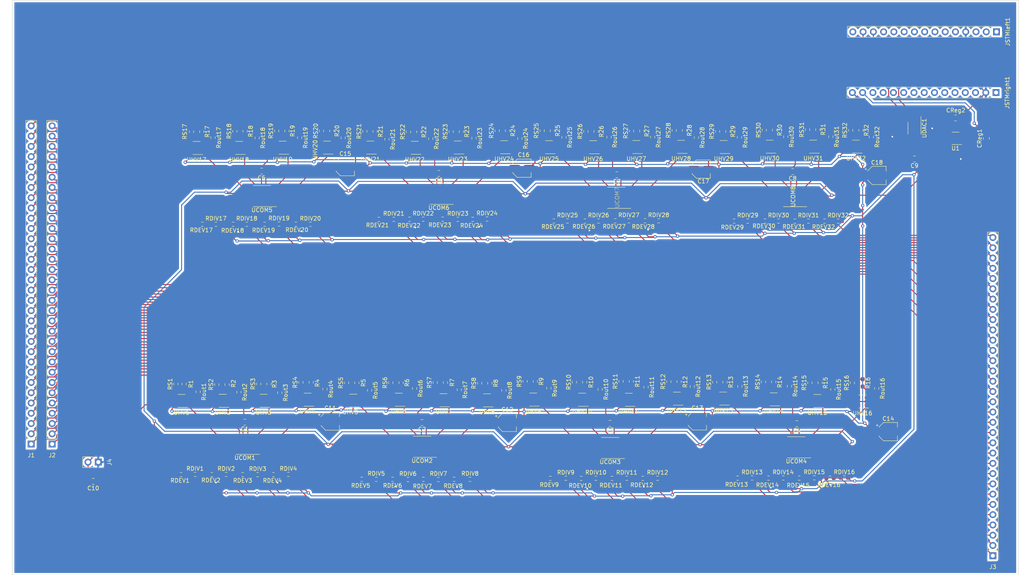
<source format=kicad_pcb>
(kicad_pcb (version 20211014) (generator pcbnew)
  (layers (0 "F.Cu" signal) (31 "B.Cu" signal) (34 "B.Paste" user) (35 "F.Paste" user) (36 "B.SilkS" user "B.Silkscreen") (37 "F.SilkS" user "F.Silkscreen") (38 "B.Mask" user) (39 "F.Mask" user) (44 "Edge.Cuts" user))
  (net 0 "")
  (net 1 "+3V3")
  (net 2 "GND")
  (net 3 "+48V")
  (net 4 "Net-(J1-Pad1)")
  (net 5 "Net-(J1-Pad2)")
  (net 6 "Net-(J1-Pad3)")
  (net 7 "Net-(J1-Pad4)")
  (net 8 "Net-(J1-Pad5)")
  (net 9 "Net-(J1-Pad6)")
  (net 10 "Net-(J1-Pad7)")
  (net 11 "Net-(J1-Pad8)")
  (net 12 "Net-(J1-Pad9)")
  (net 13 "Net-(J1-Pad10)")
  (net 14 "Net-(J1-Pad11)")
  (net 15 "Net-(J1-Pad12)")
  (net 16 "Net-(J1-Pad13)")
  (net 17 "Net-(J1-Pad14)")
  (net 18 "Net-(J1-Pad15)")
  (net 19 "Net-(J1-Pad16)")
  (net 20 "Net-(J1-Pad17)")
  (net 21 "Net-(J1-Pad18)")
  (net 22 "Net-(J1-Pad19)")
  (net 23 "Net-(J1-Pad20)")
  (net 24 "Net-(J1-Pad21)")
  (net 25 "Net-(J1-Pad22)")
  (net 26 "Net-(J1-Pad23)")
  (net 27 "Net-(J1-Pad24)")
  (net 28 "Net-(J1-Pad25)")
  (net 29 "Net-(J1-Pad26)")
  (net 30 "Net-(J1-Pad27)")
  (net 31 "Net-(J1-Pad28)")
  (net 32 "Net-(J1-Pad29)")
  (net 33 "Net-(J1-Pad30)")
  (net 34 "Net-(J1-Pad31)")
  (net 35 "Net-(J1-Pad32)")
  (net 36 "Net-(J2-Pad1)")
  (net 37 "Net-(J2-Pad2)")
  (net 38 "Net-(J2-Pad3)")
  (net 39 "Net-(J2-Pad4)")
  (net 40 "Net-(J2-Pad5)")
  (net 41 "Net-(J2-Pad6)")
  (net 42 "Net-(J2-Pad7)")
  (net 43 "Net-(J2-Pad8)")
  (net 44 "Net-(J2-Pad9)")
  (net 45 "Net-(J2-Pad10)")
  (net 46 "Net-(J2-Pad11)")
  (net 47 "Net-(J2-Pad12)")
  (net 48 "Net-(J2-Pad13)")
  (net 49 "Net-(J2-Pad14)")
  (net 50 "Net-(J2-Pad15)")
  (net 51 "Net-(J2-Pad16)")
  (net 52 "Net-(J2-Pad17)")
  (net 53 "Net-(J2-Pad18)")
  (net 54 "Net-(J2-Pad19)")
  (net 55 "Net-(J2-Pad20)")
  (net 56 "Net-(J2-Pad21)")
  (net 57 "Net-(J2-Pad22)")
  (net 58 "Net-(J2-Pad23)")
  (net 59 "Net-(J2-Pad24)")
  (net 60 "Net-(J2-Pad25)")
  (net 61 "Net-(J2-Pad26)")
  (net 62 "Net-(J2-Pad27)")
  (net 63 "Net-(J2-Pad28)")
  (net 64 "Net-(J2-Pad29)")
  (net 65 "Net-(J2-Pad30)")
  (net 66 "Net-(J2-Pad31)")
  (net 67 "Net-(J2-Pad32)")
  (net 79 "Net-(JSTMleft1-Pad13)")
  (net 80 "Net-(JSTMleft1-Pad14)")
  (net 94 "Net-(JSTMright1-Pad15)")
  (net 95 "Net-(R1-Pad1)")
  (net 96 "Net-(R2-Pad1)")
  (net 97 "Net-(R3-Pad1)")
  (net 98 "Net-(R4-Pad1)")
  (net 99 "Net-(R5-Pad1)")
  (net 100 "Net-(R6-Pad1)")
  (net 101 "Net-(R7-Pad1)")
  (net 102 "Net-(R8-Pad1)")
  (net 103 "Net-(R9-Pad1)")
  (net 104 "Net-(R10-Pad1)")
  (net 105 "Net-(R11-Pad1)")
  (net 106 "Net-(R12-Pad1)")
  (net 107 "Net-(R13-Pad1)")
  (net 108 "Net-(R14-Pad1)")
  (net 109 "Net-(R15-Pad1)")
  (net 110 "Net-(R16-Pad1)")
  (net 111 "Net-(R17-Pad1)")
  (net 112 "Net-(R18-Pad1)")
  (net 113 "Net-(R19-Pad1)")
  (net 114 "Net-(R20-Pad1)")
  (net 115 "Net-(R21-Pad1)")
  (net 116 "Net-(R22-Pad1)")
  (net 117 "Net-(R23-Pad1)")
  (net 118 "Net-(R24-Pad1)")
  (net 119 "Net-(R25-Pad1)")
  (net 120 "Net-(R26-Pad1)")
  (net 121 "Net-(R27-Pad1)")
  (net 122 "Net-(R28-Pad1)")
  (net 123 "Net-(R29-Pad1)")
  (net 124 "Net-(R30-Pad1)")
  (net 125 "Net-(R31-Pad1)")
  (net 126 "Net-(R32-Pad1)")
  (net 127 "Net-(UCOM8-Pad2)")
  (net 128 "Net-(Rout1-Pad2)")
  (net 129 "Net-(Rout2-Pad2)")
  (net 130 "Net-(Rout3-Pad2)")
  (net 131 "Net-(Rout4-Pad2)")
  (net 132 "Net-(Rout5-Pad2)")
  (net 133 "Net-(Rout6-Pad2)")
  (net 134 "Net-(Rout7-Pad2)")
  (net 135 "Net-(Rout8-Pad2)")
  (net 136 "Net-(Rout9-Pad2)")
  (net 137 "Net-(Rout10-Pad2)")
  (net 138 "Net-(Rout11-Pad2)")
  (net 139 "Net-(Rout12-Pad2)")
  (net 140 "Net-(Rout13-Pad2)")
  (net 141 "Net-(Rout14-Pad2)")
  (net 142 "Net-(Rout15-Pad2)")
  (net 143 "Net-(Rout16-Pad2)")
  (net 144 "Net-(Rout17-Pad2)")
  (net 145 "Net-(Rout18-Pad2)")
  (net 146 "Net-(Rout19-Pad2)")
  (net 147 "Net-(Rout20-Pad2)")
  (net 148 "Net-(Rout21-Pad2)")
  (net 149 "Net-(Rout22-Pad2)")
  (net 150 "Net-(Rout23-Pad2)")
  (net 151 "Net-(Rout24-Pad2)")
  (net 152 "Net-(Rout25-Pad2)")
  (net 153 "Net-(Rout26-Pad2)")
  (net 154 "Net-(Rout27-Pad2)")
  (net 155 "Net-(Rout28-Pad2)")
  (net 156 "Net-(Rout29-Pad2)")
  (net 157 "Net-(Rout30-Pad2)")
  (net 158 "Net-(Rout31-Pad2)")
  (net 159 "Net-(Rout32-Pad2)")
  (net 161 "Net-(UCOM1-Pad10)")
  (net 162 "/+3.3V")
  (net 163 "Net-(J3-Pad31)")
  (net 164 "Net-(J3-Pad30)")
  (net 165 "Net-(J3-Pad29)")
  (net 166 "Net-(J3-Pad28)")
  (net 167 "Net-(J3-Pad27)")
  (net 168 "Net-(J3-Pad26)")
  (net 169 "Net-(J3-Pad25)")
  (net 170 "Net-(J3-Pad24)")
  (net 171 "Net-(J3-Pad23)")
  (net 172 "Net-(J3-Pad22)")
  (net 173 "Net-(J3-Pad21)")
  (net 174 "Net-(J3-Pad20)")
  (net 175 "Net-(J3-Pad19)")
  (net 176 "Net-(J3-Pad18)")
  (net 177 "Net-(J3-Pad17)")
  (net 178 "Net-(J3-Pad16)")
  (net 179 "Net-(J3-Pad15)")
  (net 180 "Net-(J3-Pad14)")
  (net 181 "Net-(J3-Pad13)")
  (net 182 "Net-(J3-Pad12)")
  (net 183 "Net-(J3-Pad11)")
  (net 184 "Net-(J3-Pad10)")
  (net 185 "Net-(J3-Pad9)")
  (net 186 "Net-(J3-Pad8)")
  (net 187 "Net-(J3-Pad7)")
  (net 188 "Net-(J3-Pad6)")
  (net 189 "Net-(J3-Pad5)")
  (net 190 "Net-(J3-Pad4)")
  (net 191 "Net-(J3-Pad3)")
  (net 192 "Net-(J3-Pad2)")
  (net 193 "Net-(J3-Pad1)")
  (footprint "Package_TO_SOT_SMD:TSOT-23-5_HandSoldering" (layer "F.Cu") (at 294.764826 87.550361 180)
    (fp_text reference "U1")
    (fp_text value "LK112M15TR")
  )
  (footprint "Resistor_SMD:R_0603_1608Metric_Pad0.98x0.95mm_HandSolder" (layer "F.Cu") (at 252.759874 87.138889 -90)
    (fp_text reference "Rout30")
    (fp_text value "10k")
  )
  (footprint "Resistor_SMD:R_0603_1608Metric_Pad0.98x0.95mm_HandSolder" (layer "F.Cu") (at 226.365612 147.728957 90)
    (fp_text reference "R12")
    (fp_text value "150")
  )
  (footprint "Resistor_SMD:R_0603_1608Metric_Pad0.98x0.95mm_HandSolder" (layer "F.Cu") (at 248.473527 171.59452)
    (fp_text reference "RDEV14")
    (fp_text value "6k")
  )
  (footprint "Package_TO_SOT_SMD:SOT-23-5_HandSoldering" (layer "F.Cu") (at 149.949922 89.809359 180)
    (fp_text reference "UHV21")
    (fp_text value "LT6106")
  )
  (footprint "Package_TO_SOT_SMD:SOT-23-5_HandSoldering" (layer "F.Cu") (at 270.13876 89.567634 180)
    (fp_text reference "UHV32")
    (fp_text value "LT6106")
  )
  (footprint "Resistor_SMD:R_0603_1608Metric_Pad0.98x0.95mm_HandSolder" (layer "F.Cu") (at 170.702874 171.891076)
    (fp_text reference "RDEV8")
    (fp_text value "6k")
  )
  (footprint "Resistor_SMD:R_0603_1608Metric_Pad0.98x0.95mm_HandSolder" (layer "F.Cu") (at 110.748555 170.731183)
    (fp_text reference "RDEV2")
    (fp_text value "6k")
  )
  (footprint "Resistor_SMD:R_0603_1608Metric_Pad0.98x0.95mm_HandSolder" (layer "F.Cu") (at 159.265954 171.940801)
    (fp_text reference "RDIV6")
    (fp_text value "2k")
  )
  (footprint "Resistor_SMD:R_0603_1608Metric_Pad0.98x0.95mm_HandSolder" (layer "F.Cu") (at 206.840151 149.653736 -90)
    (fp_text reference "Rout10")
    (fp_text value "10k")
  )
  (footprint "Package_TO_SOT_SMD:SOT-23-5_HandSoldering" (layer "F.Cu") (at 248.791657 89.575888 180)
    (fp_text reference "UHV30")
    (fp_text value "LT6106")
  )
  (footprint "Resistor_SMD:R_0603_1608Metric_Pad0.98x0.95mm_HandSolder" (layer "F.Cu") (at 131.538182 108.756586)
    (fp_text reference "RDEV20")
    (fp_text value "6k")
  )
  (footprint "Resistor_SMD:R_0603_1608Metric_Pad0.98x0.95mm_HandSolder" (layer "F.Cu") (at 188.249961 147.670329 90)
    (fp_text reference "RS9")
    (fp_text value "1")
  )
  (footprint "Resistor_SMD:R_0603_1608Metric_Pad0.98x0.95mm_HandSolder" (layer "F.Cu") (at 258.370915 108.000086)
    (fp_text reference "RDIV31")
    (fp_text value "2k")
  )
  (footprint "Resistor_SMD:R_0603_1608Metric_Pad0.98x0.95mm_HandSolder" (layer "F.Cu") (at 101.8636 148.313788 90)
    (fp_text reference "RS1")
    (fp_text value "1")
  )
  (footprint "Resistor_SMD:R_0603_1608Metric_Pad0.98x0.95mm_HandSolder" (layer "F.Cu") (at 238.429661 85.822032 90)
    (fp_text reference "R29")
    (fp_text value "150")
  )
  (footprint "Package_TO_SOT_SMD:SOT-23-5_HandSoldering" (layer "F.Cu") (at 183.071683 89.71597 180)
    (fp_text reference "UHV24")
    (fp_text value "LT6106")
  )
  (footprint "Resistor_SMD:R_0603_1608Metric_Pad0.98x0.95mm_HandSolder" (layer "F.Cu") (at 268.819736 85.531138 90)
    (fp_text reference "RS32")
    (fp_text value "1")
  )
  (footprint "Package_TO_SOT_SMD:SOT-23-5_HandSoldering" (layer "F.Cu") (at 113.425008 152.463995 180)
    (fp_text reference "UHV2")
    (fp_text value "LT6106")
  )
  (footprint "Capacitor_SMD:CP_Elec_4x5.3" (layer "F.Cu") (at 140.051197 157.48)
    (fp_text reference "C11")
    (fp_text value "1u")
  )
  (footprint "Resistor_SMD:R_0603_1608Metric_Pad0.98x0.95mm_HandSolder" (layer "F.Cu") (at 203.293808 85.812169 90)
    (fp_text reference "RS26")
    (fp_text value "1")
  )
  (footprint "Package_TO_SOT_SMD:SOT-23-5_HandSoldering" (layer "F.Cu") (at 123.539477 152.463996 180)
    (fp_text reference "UHV3")
    (fp_text value "LT6106")
  )
  (footprint "Resistor_SMD:R_0603_1608Metric_Pad0.98x0.95mm_HandSolder" (layer "F.Cu") (at 229.622643 148.953682 -90)
    (fp_text reference "Rout12")
    (fp_text value "10k")
  )
  (footprint "Resistor_SMD:R_0603_1608Metric_Pad0.98x0.95mm_HandSolder" (layer "F.Cu") (at 261.270274 148.029094 90)
    (fp_text reference "R15")
    (fp_text value "150")
  )
  (footprint "Resistor_SMD:R_0603_1608Metric_Pad0.98x0.95mm_HandSolder" (layer "F.Cu") (at 176.996995 148.129689 90)
    (fp_text reference "RS8")
    (fp_text value "1")
  )
  (footprint "Resistor_SMD:R_0603_1608Metric_Pad0.98x0.95mm_HandSolder" (layer "F.Cu") (at 198.327672 171.629905)
    (fp_text reference "RDIV9")
    (fp_text value "2k")
  )
  (footprint "Resistor_SMD:R_0603_1608Metric_Pad0.98x0.95mm_HandSolder" (layer "F.Cu") (at 121.940583 87.425006 -90)
    (fp_text reference "Rout18")
    (fp_text value "10k")
  )
  (footprint "Resistor_SMD:R_0603_1608Metric_Pad0.98x0.95mm_HandSolder" (layer "F.Cu") (at 247.60756 107.991125)
    (fp_text reference "RDEV30")
    (fp_text value "6k")
  )
  (footprint "Resistor_SMD:R_0603_1608Metric_Pad0.98x0.95mm_HandSolder" (layer "F.Cu") (at 175.612041 87.474648 -90)
    (fp_text reference "Rout23")
    (fp_text value "10k")
  )
  (footprint "Resistor_SMD:R_0603_1608Metric_Pad0.98x0.95mm_HandSolder" (layer "F.Cu") (at 151.426498 171.899977)
    (fp_text reference "RDIV5")
    (fp_text value "2k")
  )
  (footprint "Resistor_SMD:R_0603_1608Metric_Pad0.98x0.95mm_HandSolder" (layer "F.Cu") (at 190.789961 147.670329 90)
    (fp_text reference "R9")
    (fp_text value "150")
  )
  (footprint "Resistor_SMD:R_0603_1608Metric_Pad0.98x0.95mm_HandSolder" (layer "F.Cu") (at 273.932363 87.197507 -90)
    (fp_text reference "Rout32")
    (fp_text value "10k")
  )
  (footprint "Connector_PinSocket_2.54mm:PinSocket_1x15_P2.54mm_Vertical" (layer "F.Cu") (at 304.912982 61.161632 -90)
    (fp_text reference "JSTMleft1")
    (fp_text value "Conn_01x15_Female")
  )
  (footprint "Resistor_SMD:R_0603_1608Metric_Pad0.98x0.95mm_HandSolder" (layer "F.Cu") (at 126.78339 85.703333 90)
    (fp_text reference "RS19")
    (fp_text value "1")
  )
  (footprint "Resistor_SMD:R_0603_1608Metric_Pad0.98x0.95mm_HandSolder" (layer "F.Cu") (at 198.742211 107.972103)
    (fp_text reference "RDIV25")
    (fp_text value "2k")
  )
  (footprint "Package_TO_SOT_SMD:SOT-23-5_HandSoldering" (layer "F.Cu") (at 168.06248 152.317991 180)
    (fp_text reference "UHV7")
    (fp_text value "LT6106")
  )
  (footprint "Resistor_SMD:R_0603_1608Metric_Pad0.98x0.95mm_HandSolder" (layer "F.Cu") (at 163.082874 171.891076)
    (fp_text reference "RDEV7")
    (fp_text value "6k")
  )
  (footprint "Resistor_SMD:R_0603_1608Metric_Pad0.98x0.95mm_HandSolder" (layer "F.Cu") (at 129.674379 170.685652)
    (fp_text reference "RDIV4")
    (fp_text value "2k")
  )
  (footprint "Resistor_SMD:R_0603_1608Metric_Pad0.98x0.95mm_HandSolder" (layer "F.Cu") (at 149.780957 149.882148 -90)
    (fp_text reference "Rout5")
    (fp_text value "10k")
  )
  (footprint "Resistor_SMD:R_0603_1608Metric_Pad0.98x0.95mm_HandSolder" (layer "F.Cu") (at 151.143681 85.79178 90)
    (fp_text reference "R21")
    (fp_text value "150")
  )
  (footprint "Resistor_SMD:R_0603_1608Metric_Pad0.98x0.95mm_HandSolder" (layer "F.Cu") (at 125.988555 170.731183)
    (fp_text reference "RDEV4")
    (fp_text value "6k")
  )
  (footprint "Resistor_SMD:R_0603_1608Metric_Pad0.98x0.95mm_HandSolder" (layer "F.Cu") (at 124.879237 148.290007 90)
    (fp_text reference "R3")
    (fp_text value "150")
  )
  (footprint "Resistor_SMD:R_0603_1608Metric_Pad0.98x0.95mm_HandSolder" (layer "F.Cu") (at 227.685873 85.560186 90)
    (fp_text reference "R28")
    (fp_text value "150")
  )
  (footprint "Connector_PinSocket_2.54mm:PinSocket_1x32_P2.54mm_Vertical" (layer "F.Cu") (at 66.04 163.172331 180)
    (fp_text reference "J1")
    (fp_text value "Conn_01x32_Female")
  )
  (footprint "Resistor_SMD:R_0603_1608Metric_Pad0.98x0.95mm_HandSolder" (layer "F.Cu") (at 108.243614 85.868532 90)
    (fp_text reference "R17")
    (fp_text value "150")
  )
  (footprint "Resistor_SMD:R_0603_1608Metric_Pad0.98x0.95mm_HandSolder" (layer "F.Cu") (at 256.093527 171.59452)
    (fp_text reference "RDEV15")
    (fp_text value "6k")
  )
  (footprint "Connector_PinSocket_2.54mm:PinSocket_1x32_P2.54mm_Vertical" (layer "F.Cu") (at 304.003928 190.806181 180)
    (fp_text reference "J3")
    (fp_text value "Conn_01x32_Female")
  )
  (footprint "Resistor_SMD:R_0603_1608Metric_Pad0.98x0.95mm_HandSolder" (layer "F.Cu") (at 111.76 108.778754)
    (fp_text reference "RDIV17")
    (fp_text value "2k")
  )
  (footprint "Resistor_SMD:R_0603_1608Metric_Pad0.98x0.95mm_HandSolder" (layer "F.Cu") (at 262.34954 108.000086)
    (fp_text reference "RDEV32")
    (fp_text value "6k")
  )
  (footprint "Package_TO_SOT_SMD:SOT-23-5_HandSoldering" (layer "F.Cu") (at 156.995446 152.195519 180)
    (fp_text reference "UHV6")
    (fp_text value "LT6106")
  )
  (footprint "Package_SO:TSSOP-14_4.4x5mm_P0.65mm" (layer "F.Cu") (at 166.907415 101.248757 180)
    (fp_text reference "UCOM6")
    (fp_text value "LM339")
  )
  (footprint "Resistor_SMD:R_0603_1608Metric_Pad0.98x0.95mm_HandSolder" (layer "F.Cu") (at 200.46268 147.857473 90)
    (fp_text reference "RS10")
    (fp_text value "1")
  )
  (footprint "Package_SO:TSSOP-14_4.4x5mm_P0.65mm" (layer "F.Cu") (at 162.776976 163.839813 180)
    (fp_text reference "UCOM2")
    (fp_text value "LM339")
  )
  (footprint "Capacitor_SMD:C_0805_2012Metric_Pad1.18x1.45mm_HandSolder" (layer "F.Cu") (at 210.935558 96.53795 180)
    (fp_text reference "C7")
    (fp_text value "0.1u")
  )
  (footprint "Capacitor_SMD:CP_Elec_4x5.3" (layer "F.Cu") (at 143.765047 94.5331)
    (fp_text reference "C15")
    (fp_text value "1u")
  )
  (footprint "Resistor_SMD:R_0603_1608Metric_Pad0.98x0.95mm_HandSolder" (layer "F.Cu") (at 116.428838 85.764136 90)
    (fp_text reference "RS18")
    (fp_text value "1")
  )
  (footprint "Capacitor_SMD:CP_Elec_4x5.3" (layer "F.Cu") (at 183.851821 157.812334)
    (fp_text reference "C12")
    (fp_text value "1u")
  )
  (footprint "Resistor_SMD:R_0603_1608Metric_Pad0.98x0.95mm_HandSolder" (layer "F.Cu") (at 175.285487 107.572346)
    (fp_text reference "RDEV24")
    (fp_text value "6k")
  )
  (footprint "Resistor_SMD:R_0603_1608Metric_Pad0.98x0.95mm_HandSolder" (layer "F.Cu") (at 247.247173 147.790193 90)
    (fp_text reference "RS14")
    (fp_text value "1")
  )
  (footprint "Resistor_SMD:R_0603_1608Metric_Pad0.98x0.95mm_HandSolder" (layer "F.Cu") (at 119.38 108.778754)
    (fp_text reference "RDIV18")
    (fp_text value "2k")
  )
  (footprint "Resistor_SMD:R_0603_1608Metric_Pad0.98x0.95mm_HandSolder" (layer "F.Cu") (at 122.339237 148.290007 90)
    (fp_text reference "RS3")
    (fp_text value "1")
  )
  (footprint "Package_TO_SOT_SMD:SOT-23-5_HandSoldering" (layer "F.Cu") (at 225.817701 151.929581 180)
    (fp_text reference "UHV12")
    (fp_text value "LT6106")
  )
  (footprint "Resistor_SMD:R_0603_1608Metric_Pad0.98x0.95mm_HandSolder" (layer "F.Cu") (at 259.813203 171.521773)
    (fp_text reference "RDIV15")
    (fp_text value "2k")
  )
  (footprint "Resistor_SMD:R_0603_1608Metric_Pad0.98x0.95mm_HandSolder" (layer "F.Cu") (at 205.773254 171.629905)
    (fp_text reference "RDIV10")
    (fp_text value "2k")
  )
  (footprint "Resistor_SMD:R_0603_1608Metric_Pad0.98x0.95mm_HandSolder" (layer "F.Cu") (at 132.788886 147.90898 90)
    (fp_text reference "RS4")
    (fp_text value "1")
  )
  (footprint "Resistor_SMD:R_0603_1608Metric_Pad0.98x0.95mm_HandSolder" (layer "F.Cu") (at 174.621057 171.899977)
    (fp_text reference "RDIV8")
    (fp_text value "2k")
  )
  (footprint "Capacitor_SMD:C_0805_2012Metric_Pad1.18x1.45mm_HandSolder" (layer "F.Cu") (at 166.923018 96.199317 180)
    (fp_text reference "C6")
    (fp_text value "0.1u")
  )
  (footprint "Resistor_SMD:R_0603_1608Metric_Pad0.98x0.95mm_HandSolder" (layer "F.Cu") (at 160.912346 149.419475 -90)
    (fp_text reference "Rout6")
    (fp_text value "10k")
  )
  (footprint "Resistor_SMD:R_0603_1608Metric_Pad0.98x0.95mm_HandSolder" (layer "F.Cu") (at 255.002984 108.000086)
    (fp_text reference "RDEV31")
    (fp_text value "6k")
  )
  (footprint "Resistor_SMD:R_0603_1608Metric_Pad0.98x0.95mm_HandSolder" (layer "F.Cu") (at 135.328886 147.90898 90)
    (fp_text reference "R4")
    (fp_text value "150")
  )
  (footprint "Resistor_SMD:R_0603_1608Metric_Pad0.98x0.95mm_HandSolder" (layer "F.Cu") (at 127.36516 108.733673)
    (fp_text reference "RDIV19")
    (fp_text value "2k")
  )
  (footprint "Resistor_SMD:R_0603_1608Metric_Pad0.98x0.95mm_HandSolder" (layer "F.Cu") (at 194.494822 171.661828)
    (fp_text reference "RDEV9")
    (fp_text value "6k")
  )
  (footprint "Resistor_SMD:R_0603_1608Metric_Pad0.98x0.95mm_HandSolder" (layer "F.Cu") (at 123.789326 108.778754)
    (fp_text reference "RDEV19")
    (fp_text value "6k")
  )
  (footprint "Resistor_SMD:R_0603_1608Metric_Pad0.98x0.95mm_HandSolder" (layer "F.Cu") (at 108.392069 108.778754)
    (fp_text reference "RDEV17")
    (fp_text value "6k")
  )
  (footprint "Resistor_SMD:R_0603_1608Metric_Pad0.98x0.95mm_HandSolder" (layer "F.Cu") (at 235.183632 147.851429 90)
    (fp_text reference "RS13")
    (fp_text value "1")
  )
  (footprint "Resistor_SMD:R_0603_1608Metric_Pad0.98x0.95mm_HandSolder" (layer "F.Cu") (at 244.424712 171.562597)
    (fp_text reference "RDIV13")
    (fp_text value "2k")
  )
  (footprint "Resistor_SMD:R_0603_1608Metric_Pad0.98x0.95mm_HandSolder" (layer "F.Cu") (at 127.546416 150.459906 -90)
    (fp_text reference "Rout3")
    (fp_text value "10k")
  )
  (footprint "Resistor_SMD:R_0603_1608Metric_Pad0.98x0.95mm_HandSolder" (layer "F.Cu") (at 241.3 87.2725 -90)
    (fp_text reference "Rout29")
    (fp_text value "10k")
  )
  (footprint "Resistor_SMD:R_0603_1608Metric_Pad0.98x0.95mm_HandSolder" (layer "F.Cu") (at 217.936834 107.931422)
    (fp_text reference "RDEV28")
    (fp_text value "6k")
  )
  (footprint "Resistor_SMD:R_0603_1608Metric_Pad0.98x0.95mm_HandSolder" (layer "F.Cu") (at 247.442924 85.475702 90)
    (fp_text reference "RS30")
    (fp_text value "1")
  )
  (footprint "Resistor_SMD:R_0603_1608Metric_Pad0.98x0.95mm_HandSolder" (layer "F.Cu") (at 213.92708 107.931422)
    (fp_text reference "RDIV27")
    (fp_text value "2k")
  )
  (footprint "Resistor_SMD:R_0603_1608Metric_Pad0.98x0.95mm_HandSolder" (layer "F.Cu") (at 271.786947 148.029094 90)
    (fp_text reference "R16")
    (fp_text value "150")
  )
  (footprint "Package_TO_SOT_SMD:SOT-23-5_HandSoldering" (layer "F.Cu") (at 259.545188 89.573454 180)
    (fp_text reference "UHV31")
    (fp_text value "LT6106")
  )
  (footprint "Resistor_SMD:R_0603_1608Metric_Pad0.98x0.95mm_HandSolder" (layer "F.Cu") (at 143.233668 87.403007 -90)
    (fp_text reference "Rout20")
    (fp_text value "10k")
  )
  (footprint "Resistor_SMD:R_0603_1608Metric_Pad0.98x0.95mm_HandSolder" (layer "F.Cu") (at 250.975491 107.991125)
    (fp_text reference "RDIV30")
    (fp_text value "2k")
  )
  (footprint "Capacitor_SMD:CP_Elec_4x5.3" (layer "F.Cu") (at 231.837329 95.137809)
    (fp_text reference "C17")
    (fp_text value "1u")
  )
  (footprint "Capacitor_SMD:C_0805_2012Metric_Pad1.18x1.45mm_HandSolder" (layer "F.Cu") (at 118.88697 157.755137 180)
    (fp_text reference "C1")
    (fp_text value "0.1u")
  )
  (footprint "Resistor_SMD:R_0603_1608Metric_Pad0.98x0.95mm_HandSolder" (layer "F.Cu") (at 263.915512 87.104674 -90)
    (fp_text reference "Rout31")
    (fp_text value "10k")
  )
  (footprint "Resistor_SMD:R_0603_1608Metric_Pad0.98x0.95mm_HandSolder" (layer "F.Cu") (at 103.8811 148.313788 90)
    (fp_text reference "R1")
    (fp_text value "150")
  )
  (footprint "Resistor_SMD:R_0603_1608Metric_Pad0.98x0.95mm_HandSolder" (layer "F.Cu") (at 106.594413 170.67675)
    (fp_text reference "RDIV1")
    (fp_text value "2k")
  )
  (footprint "Capacitor_SMD:C_0805_2012Metric_Pad1.18x1.45mm_HandSolder" (layer "F.Cu") (at 255.500826 158.146139 180)
    (fp_text reference "C4")
    (fp_text value "0.1u")
  )
  (footprint "Resistor_SMD:R_0603_1608Metric_Pad0.98x0.95mm_HandSolder" (layer "F.Cu") (at 137.872678 85.684991 90)
    (fp_text reference "RS20")
    (fp_text value "1")
  )
  (footprint "Resistor_SMD:R_0603_1608Metric_Pad0.98x0.95mm_HandSolder" (layer "F.Cu") (at 237.723632 147.851429 90)
    (fp_text reference "R13")
    (fp_text value "150")
  )
  (footprint "Resistor_SMD:R_0603_1608Metric_Pad0.98x0.95mm_HandSolder" (layer "F.Cu") (at 241.397807 148.898489 -90)
    (fp_text reference "Rout13")
    (fp_text value "10k")
  )
  (footprint "Resistor_SMD:R_0603_1608Metric_Pad0.98x0.95mm_HandSolder" (layer "F.Cu") (at 209.020393 87.218891 -90)
    (fp_text reference "Rout26")
    (fp_text value "10k")
  )
  (footprint "Resistor_SMD:R_0603_1608Metric_Pad0.98x0.95mm_HandSolder" (layer "F.Cu") (at 164.903502 87.608911 -90)
    (fp_text reference "Rout22")
    (fp_text value "10k")
  )
  (footprint "Connector_PinSocket_2.54mm:PinSocket_1x02_P2.54mm_Vertical" (layer "F.Cu") (at 82.645489 167.64 -90)
    (fp_text reference "J4")
    (fp_text value "Conn_01x02_Female")
  )
  (footprint "Resistor_SMD:R_0603_1608Metric_Pad0.98x0.95mm_HandSolder" (layer "F.Cu") (at 263.713527 171.59452)
    (fp_text reference "RDEV16")
    (fp_text value "6k")
  )
  (footprint "Capacitor_SMD:CP_Elec_4x5.3" (layer "F.Cu") (at 187.480323 94.907444)
    (fp_text reference "C16")
    (fp_text value "1u")
  )
  (footprint "Connector_PinSocket_2.54mm:PinSocket_1x32_P2.54mm_Vertical" (layer "F.Cu") (at 71.221582 163.172331 180)
    (fp_text reference "J2")
    (fp_text value "Conn_01x32_Female")
  )
  (footprint "Resistor_SMD:R_0603_1608Metric_Pad0.98x0.95mm_HandSolder" (layer "F.Cu") (at 157.564764 147.990629 90)
    (fp_text reference "R6")
    (fp_text value "150")
  )
  (footprint "Package_TO_SOT_SMD:SOT-23-5_HandSoldering" (layer "F.Cu") (at 249.778046 152.117555 180)
    (fp_text reference "UHV14")
    (fp_text value "LT6106")
  )
  (footprint "Resistor_SMD:R_0603_1608Metric_Pad0.98x0.95mm_HandSolder" (layer "F.Cu") (at 152.061682 107.569049)
    (fp_text reference "RDEV21")
    (fp_text value "6k")
  )
  (footprint "Package_SO:TSSOP-14_4.4x5mm_P0.65mm" (layer "F.Cu") (at 209.304149 164.149025 180)
    (fp_text reference "UCOM3")
    (fp_text value "LM339")
  )
  (footprint "Resistor_SMD:R_0603_1608Metric_Pad0.98x0.95mm_HandSolder" (layer "F.Cu") (at 129.32339 85.703333 90)
    (fp_text reference "R19")
    (fp_text value "150")
  )
  (footprint "Resistor_SMD:R_0603_1608Metric_Pad0.98x0.95mm_HandSolder" (layer "F.Cu") (at 258.158681 85.373409 90)
    (fp_text reference "RS31")
    (fp_text value "1")
  )
  (footprint "Package_SO:MSOP-8_3x3mm_P0.65mm" (layer "F.Cu") (at 284.604826 85.010361 -90)
    (fp_text reference "UDAC1")
    (fp_text value "MCP4921")
  )
  (footprint "Capacitor_SMD:CP_Elec_4x5.3" (layer "F.Cu") (at 278.13235 160.101288)
    (fp_text reference "C14")
    (fp_text value "1u")
  )
  (footprint "Resistor_SMD:R_0603_1608Metric_Pad0.98x0.95mm_HandSolder" (layer "F.Cu") (at 105.703614 85.868532 90)
    (fp_text reference "RS17")
    (fp_text value "1")
  )
  (footprint "Resistor_SMD:R_0603_1608Metric_Pad0.98x0.95mm_HandSolder" (layer "F.Cu") (at 172.490722 85.858787 90)
    (fp_text reference "R23")
    (fp_text value "150")
  )
  (footprint "Resistor_SMD:R_0603_1608Metric_Pad0.98x0.95mm_HandSolder" (layer "F.Cu") (at 235.889661 85.822032 90)
    (fp_text reference "RS29")
    (fp_text value "1")
  )
  (footprint "Resistor_SMD:R_0603_1608Metric_Pad0.98x0.95mm_HandSolder" (layer "F.Cu") (at 154.076572 87.740319 -90)
    (fp_text reference "Rout21")
    (fp_text value "10k")
  )
  (footprint "Capacitor_SMD:C_0805_2012Metric_Pad1.18x1.45mm_HandSolder" (layer "F.Cu") (at 284.604826 92.630361 180)
    (fp_text reference "C9")
    (fp_text value "1u")
  )
  (footprint "Resistor_SMD:R_0603_1608Metric_Pad0.98x0.95mm_HandSolder" (layer "F.Cu") (at 146.623888 148.031453 90)
    (fp_text reference "R5")
    (fp_text value "150")
  )
  (footprint "Resistor_SMD:R_0603_1608Metric_Pad0.98x0.95mm_HandSolder" (layer "F.Cu") (at 206.426762 107.981064)
    (fp_text reference "RDIV26")
    (fp_text value "2k")
  )
  (footprint "Resistor_SMD:R_0603_1608Metric_Pad0.98x0.95mm_HandSolder" (layer "F.Cu") (at 122.071672 170.740084)
    (fp_text reference "RDIV3")
    (fp_text value "2k")
  )
  (footprint "Resistor_SMD:R_0603_1608Metric_Pad0.98x0.95mm_HandSolder" (layer "F.Cu") (at 117.44924 150.331214 -90)
    (fp_text reference "Rout2")
    (fp_text value "10k")
  )
  (footprint "Resistor_SMD:R_0603_1608Metric_Pad0.98x0.95mm_HandSolder" (layer "F.Cu") (at 171.612289 107.558617)
    (fp_text reference "RDIV23")
    (fp_text value "2k")
  )
  (footprint "Resistor_SMD:R_0603_1608Metric_Pad0.98x0.95mm_HandSolder" (layer "F.Cu") (at 219.807927 87.21158 -90)
    (fp_text reference "Rout27")
    (fp_text value "10k")
  )
  (footprint "Package_TO_SOT_SMD:SOT-23-5_HandSoldering" (layer "F.Cu") (at 215.775901 89.672224 180)
    (fp_text reference "UHV27")
    (fp_text value "LT6106")
  )
  (footprint "Package_TO_SOT_SMD:SOT-23-5_HandSoldering" (layer "F.Cu") (at 106.947327 89.902553 180)
    (fp_text reference "UHV17")
    (fp_text value "LT6106")
  )
  (footprint "Resistor_SMD:R_0603_1608Metric_Pad0.98x0.95mm_HandSolder" (layer "F.Cu") (at 178.847007 107.489729)
    (fp_text reference "RDIV24")
    (fp_text value "2k")
  )
  (footprint "Resistor_SMD:R_0603_1608Metric_Pad0.98x0.95mm_HandSolder" (layer "F.Cu") (at 217.13486 85.700462 90)
    (fp_text reference "R27")
    (fp_text value "150")
  )
  (footprint "Resistor_SMD:R_0603_1608Metric_Pad0.98x0.95mm_HandSolder" (layer "F.Cu") (at 192.474193 85.638009 90)
    (fp_text reference "RS25")
    (fp_text value "1")
  )
  (footprint "Resistor_SMD:R_0603_1608Metric_Pad0.98x0.95mm_HandSolder" (layer "F.Cu") (at 168.546465 147.949805 90)
    (fp_text reference "R7")
    (fp_text value "150")
  )
  (footprint "Resistor_SMD:R_0603_1608Metric_Pad0.98x0.95mm_HandSolder" (layer "F.Cu") (at 218.180367 149.096567 -90)
    (fp_text reference "Rout11")
    (fp_text value "10k")
  )
  (footprint "Capacitor_SMD:CP_Elec_4x5.3" (layer "F.Cu") (at 275.33118 96.703127)
    (fp_text reference "C18")
    (fp_text value "1u")
  )
  (footprint "Capacitor_SMD:C_0805_2012Metric_Pad1.18x1.45mm_HandSolder" (layer "F.Cu") (at 209.25662 158.059465 180)
    (fp_text reference "C3")
    (fp_text value "0.1u")
  )
  (footprint "Package_SO:TSSOP-14_4.4x5mm_P0.65mm" (layer "F.Cu") (at 255.379855 163.979355 180)
    (fp_text reference "UCOM4")
    (fp_text value "LM339")
  )
  (footprint "Package_TO_SOT_SMD:SOT-23-5_HandSoldering" (layer "F.Cu") (at 213.939149 152.213527 180)
    (fp_text reference "UHV11")
    (fp_text value "LT6106")
  )
  (footprint "Capacitor_SMD:C_0805_2012Metric_Pad1.18x1.45mm_HandSolder" (layer "F.Cu") (at 162.757199 157.853122 180)
    (fp_text reference "C2")
    (fp_text value "0.1u")
  )
  (footprint "Capacitor_SMD:C_0805_2012Metric_Pad1.18x1.45mm_HandSolder" (layer "F.Cu") (at 254.474569 95.760467 180)
    (fp_text reference "C8")
    (fp_text value "0.1u")
  )
  (footprint "Resistor_SMD:R_0603_1608Metric_Pad0.98x0.95mm_HandSolder" (layer "F.Cu") (at 209.753841 171.661828)
    (fp_text reference "RDEV11")
    (fp_text value "6k")
  )
  (footprint "Resistor_SMD:R_0603_1608Metric_Pad0.98x0.95mm_HandSolder" (layer "F.Cu") (at 183.007049 149.885129 -90)
    (fp_text reference "Rout8")
    (fp_text value "10k")
  )
  (footprint "Capacitor_SMD:C_0805_2012Metric_Pad1.18x1.45mm_HandSolder" (layer "F.Cu") (at 123.059468 95.629703 180)
    (fp_text reference "C5")
    (fp_text value "0.1u")
  )
  (footprint "Resistor_SMD:R_0603_1608Metric_Pad0.98x0.95mm_HandSolder" (layer "F.Cu") (at 203.00268 147.857473 90)
    (fp_text reference "R10")
    (fp_text value "150")
  )
  (footprint "Resistor_SMD:R_0603_1608Metric_Pad0.98x0.95mm_HandSolder" (layer "F.Cu") (at 179.536995 148.129689 90)
    (fp_text reference "R8")
    (fp_text value "150")
  )
  (footprint "Capacitor_SMD:C_0805_2012Metric_Pad1.18x1.45mm_HandSolder" (layer "F.Cu") (at 294.764826 82.470361)
    (fp_text reference "CReg2")
    (fp_text value "1u")
  )
  (footprint "Package_SO:TSSOP-14_4.4x5mm_P0.65mm" (layer "F.Cu") (at 210.82 102.236632 180)
    (fp_text reference "UCOM7")
    (fp_text value "LM339")
  )
  (footprint "Package_TO_SOT_SMD:SOT-23-5_HandSoldering" (layer "F.Cu") (at 178.824602 152.353598 180)
    (fp_text reference "UHV8")
    (fp_text value "LT6106")
  )
  (footprint "Package_TO_SOT_SMD:SOT-23-5_HandSoldering" (layer "F.Cu") (at 103.234061 152.501907 180)
    (fp_text reference "UHV1")
    (fp_text value "LT6106")
  )
  (footprint "Resistor_SMD:R_0603_1608Metric_Pad0.98x0.95mm_HandSolder" (layer "F.Cu") (at 148.603681 85.79178 90)
    (fp_text reference "RS21")
    (fp_text value "1")
  )
  (footprint "Resistor_SMD:R_0603_1608Metric_Pad0.98x0.95mm_HandSolder" (layer "F.Cu") (at 195.014193 85.638009 90)
    (fp_text reference "R25")
    (fp_text value "150")
  )
  (footprint "Resistor_SMD:R_0603_1608Metric_Pad0.98x0.95mm_HandSolder" (layer "F.Cu") (at 155.462874 171.891076)
    (fp_text reference "RDEV6")
    (fp_text value "6k")
  )
  (footprint "Resistor_SMD:R_0603_1608Metric_Pad0.98x0.95mm_HandSolder" (layer "F.Cu") (at 258.730274 148.029094 90)
    (fp_text reference "RS15")
    (fp_text value "1")
  )
  (footprint "Package_SO:TSSOP-14_4.4x5mm_P0.65mm" (layer "F.Cu") (at 118.915694 163.111183 180)
    (fp_text reference "UCOM1")
    (fp_text value "LM339")
  )
  (footprint "Resistor_SMD:R_0603_1608Metric_Pad0.98x0.95mm_HandSolder" (layer "F.Cu") (at 166.006465 147.949805 90)
    (fp_text reference "RS7")
    (fp_text value "1")
  )
  (footprint "Resistor_SMD:R_0603_1608Metric_Pad0.98x0.95mm_HandSolder" (layer "F.Cu") (at 163.039457 107.532255)
    (fp_text reference "RDIV22")
    (fp_text value "2k")
  )
  (footprint "Package_SO:TSSOP-14_4.4x5mm_P0.65mm" (layer "F.Cu") (at 123.140974 101.807992 180)
    (fp_text reference "UCOM5")
    (fp_text value "LM339")
  )
  (footprint "Resistor_SMD:R_0603_1608Metric_Pad0.98x0.95mm_HandSolder" (layer "F.Cu") (at 195.37428 107.972103)
    (fp_text reference "RDEV25")
    (fp_text value "6k")
  )
  (footprint "Package_TO_SOT_SMD:SOT-23-5_HandSoldering" (layer "F.Cu") (at 194.186262 89.712904 180)
    (fp_text reference "UHV25")
    (fp_text value "LT6106")
  )
  (footprint "Resistor_SMD:R_0603_1608Metric_Pad0.98x0.95mm_HandSolder" (layer "F.Cu") (at 166.800621 171.940801)
    (fp_text reference "RDIV7")
    (fp_text value "2k")
  )
  (footprint "Resistor_SMD:R_0603_1608Metric_Pad0.98x0.95mm_HandSolder" (layer "F.Cu") (at 249.982924 85.475702 90)
    (fp_text reference "R30")
    (fp_text value "150")
  )
  (footprint "Resistor_SMD:R_0603_1608Metric_Pad0.98x0.95mm_HandSolder" (layer "F.Cu") (at 159.671526 107.532255)
    (fp_text reference "RDEV22")
    (fp_text value "1k")
  )
  (footprint "Connector_PinSocket_2.54mm:PinSocket_1x15_P2.54mm_Vertical" (layer "F.Cu") (at 304.8 76.2 -90)
    (fp_text reference "JSTMright1")
    (fp_text value "Conn_01x15_Female")
  )
  (footprint "Package_TO_SOT_SMD:SOT-23-5_HandSoldering" (layer "F.Cu") (at 128.246424 89.827871 180)
    (fp_text reference "UHV19")
    (fp_text value "LT6106")
  )
  (footprint "Resistor_SMD:R_0603_1608Metric_Pad0.98x0.95mm_HandSolder" (layer "F.Cu") (at 103.109536 170.731183)
    (fp_text reference "RDEV1")
    (fp_text value "6k")
  )
  (footprint "Resistor_SMD:R_0603_1608Metric_Pad0.98x0.95mm_HandSolder" (layer "F.Cu") (at 249.787173 147.790193 90)
    (fp_text reference "R14")
    (fp_text value "150")
  )
  (footprint "Resistor_SMD:R_0603_1608Metric_Pad0.98x0.95mm_HandSolder" (layer "F.Cu") (at 214.59486 85.700462 90)
    (fp_text reference "RS27")
    (fp_text value "1")
  )
  (footprint "Resistor_SMD:R_0603_1608Metric_Pad0.98x0.95mm_HandSolder" (layer "F.Cu") (at 197.881759 87.273013 -90)
    (fp_text reference "Rout25")
    (fp_text value "10k")
  )
  (footprint "Resistor_SMD:R_0603_1608Metric_Pad0.98x0.95mm_HandSolder" (layer "F.Cu") (at 239.98756 107.991125)
    (fp_text reference "RDEV29")
    (fp_text value "6k")
  )
  (footprint "Resistor_SMD:R_0603_1608Metric_Pad0.98x0.95mm_HandSolder" (layer "F.Cu") (at 181.359614 85.641075 90)
    (fp_text reference "RS24")
    (fp_text value "1")
  )
  (footprint "Resistor_SMD:R_0603_1608Metric_Pad0.98x0.95mm_HandSolder" (layer "F.Cu") (at 118.968838 85.764136 90)
    (fp_text reference "R18")
    (fp_text value "150")
  )
  (footprint "Resistor_SMD:R_0603_1608Metric_Pad0.98x0.95mm_HandSolder" (layer "F.Cu") (at 225.145873 85.560186 90)
    (fp_text reference "RS28")
    (fp_text value "1")
  )
  (footprint "Resistor_SMD:R_0603_1608Metric_Pad0.98x0.95mm_HandSolder" (layer "F.Cu") (at 159.398656 85.930792 90)
    (fp_text reference "RS22")
    (fp_text value "1")
  )
  (footprint "Resistor_SMD:R_0603_1608Metric_Pad0.98x0.95mm_HandSolder" (layer "F.Cu") (at 223.825612 147.728957 90)
    (fp_text reference "RS12")
    (fp_text value "1")
  )
  (footprint "Resistor_SMD:R_0603_1608Metric_Pad0.98x0.95mm_HandSolder" (layer "F.Cu") (at 111.9699 148.453303 90)
    (fp_text reference "RS2")
    (fp_text value "1")
  )
  (footprint "Resistor_SMD:R_0603_1608Metric_Pad0.98x0.95mm_HandSolder" (layer "F.Cu") (at 194.137543 149.34412 -90)
    (fp_text reference "Rout9")
    (fp_text value "10k")
  )
  (footprint "Resistor_SMD:R_0603_1608Metric_Pad0.98x0.95mm_HandSolder" (layer "F.Cu") (at 161.938656 85.930792 90)
    (fp_text reference "R22")
    (fp_text value "150")
  )
  (footprint "Package_TO_SOT_SMD:SOT-23-5_HandSoldering" (layer "F.Cu") (at 145.746291 152.440463 180)
    (fp_text reference "UHV5")
    (fp_text value "LT6106")
  )
  (footprint "Resistor_SMD:R_0603_1608Metric_Pad0.98x0.95mm_HandSolder" (layer "F.Cu") (at 132.468293 87.381453 -90)
    (fp_text reference "Rout19")
    (fp_text value "10k")
  )
  (footprint "Resistor_SMD:R_0603_1608Metric_Pad0.98x0.95mm_HandSolder" (layer "F.Cu") (at 264.413735 149.662061 -90)
    (fp_text reference "Rout15")
    (fp_text value "10k")
  )
  (footprint "Resistor_SMD:R_0603_1608Metric_Pad0.98x0.95mm_HandSolder" (layer "F.Cu") (at 155.024764 147.990629 90)
    (fp_text reference "RS6")
    (fp_text value "1")
  )
  (footprint "Resistor_SMD:R_0603_1608Metric_Pad0.98x0.95mm_HandSolder" (layer "F.Cu") (at 269.246947 148.029094 90)
    (fp_text reference "RS16")
    (fp_text value "1")
  )
  (footprint "Resistor_SMD:R_0603_1608Metric_Pad0.98x0.95mm_HandSolder" (layer "F.Cu") (at 147.823855 171.891076)
    (fp_text reference "RDEV5")
    (fp_text value "6k")
  )
  (footprint "Resistor_SMD:R_0603_1608Metric_Pad0.98x0.95mm_HandSolder" (layer "F.Cu") (at 144.083888 148.031453 90)
    (fp_text reference "RS5")
    (fp_text value "1")
  )
  (footprint "Resistor_SMD:R_0603_1608Metric_Pad0.98x0.95mm_HandSolder" (layer "F.Cu") (at 118.368555 170.731183)
    (fp_text reference "RDEV3")
    (fp_text value "6k")
  )
  (footprint "Resistor_SMD:R_0603_1608Metric_Pad0.98x0.95mm_HandSolder" (layer "F.Cu") (at 214.547017 147.667721 90)
    (fp_text reference "R11")
    (fp_text value "150")
  )
  (footprint "Resistor_SMD:R_0603_1608Metric_Pad0.98x0.95mm_HandSolder" (layer "F.Cu") (at 275.257001 149.417115 -90)
    (fp_text reference "Rout16")
    (fp_text value "10k")
  )
  (footprint "Resistor_SMD:R_0603_1608Metric_Pad0.98x0.95mm_HandSolder" (layer "F.Cu") (at 267.251853 171.521773)
    (fp_text reference "RDIV16")
    (fp_text value "2k")
  )
  (footprint "Resistor_SMD:R_0603_1608Metric_Pad0.98x0.95mm_HandSolder" (layer "F.Cu") (at 271.359736 85.531138 90)
    (fp_text reference "R32")
    (fp_text value "150")
  )
  (footprint "Resistor_SMD:R_0603_1608Metric_Pad0.98x0.95mm_HandSolder" (layer "F.Cu") (at 167.85415 107.532255)
    (fp_text reference "RDEV23")
    (fp_text value "6k")
  )
  (footprint "Resistor_SMD:R_0603_1608Metric_Pad0.98x0.95mm_HandSolder" (layer "F.Cu") (at 202.133841 171.661828)
    (fp_text reference "RDEV10")
    (fp_text value "6k")
  )
  (footprint "Capacitor_SMD:CP_Elec_4x5.3" (layer "F.Cu") (at 230.892931 157.435622)
    (fp_text reference "C13")
    (fp_text value "1u")
  )
  (footprint "Package_TO_SOT_SMD:SOT-23-5_HandSoldering" (layer "F.Cu") (at 237.398269 89.669276 180)
    (fp_text reference "UHV29")
    (fp_text value "LT6106")
  )
  (footprint "Package_SO:TSSOP-14_4.4x5mm_P0.65mm" (layer "F.Cu") (at 254.365215 101.822116 180)
    (fp_text reference "UCOM8")
    (fp_text value "LM339")
  )
  (footprint "Capacitor_SMD:C_0805_2012Metric_Pad1.18x1.45mm_HandSolder" (layer "F.Cu") (at 81.389255 172.417465 180)
    (fp_text reference "C10")
    (fp_text value "0.1u")
  )
  (footprint "Package_TO_SOT_SMD:SOT-23-5_HandSoldering" (layer "F.Cu") (at 139.241383 89.809359 180)
    (fp_text reference "UHV20")
    (fp_text value "LT6106")
  )
  (footprint "Package_TO_SOT_SMD:SOT-23-5_HandSoldering" (layer "F.Cu") (at 190.272521 152.160988 180)
    (fp_text reference "UHV9")
    (fp_text value "LT6106")
  )
  (footprint "Resistor_SMD:R_0603_1608Metric_Pad0.98x0.95mm_HandSolder" (layer "F.Cu") (at 260.698681 85.373409 90)
    (fp_text reference "R31")
    (fp_text value "150")
  )
  (footprint "Resistor_SMD:R_0603_1608Metric_Pad0.98x0.95mm_HandSolder" (layer "F.Cu") (at 111.020859 87.362553 -90)
    (fp_text reference "Rout17")
    (fp_text value "10k")
  )
  (footprint "Resistor_SMD:R_0603_1608Metric_Pad0.98x0.95mm_HandSolder" (layer "F.Cu") (at 140.412678 85.684991 90)
    (fp_text reference "R20")
    (fp_text value "150")
  )
  (footprint "Resistor_SMD:R_0603_1608Metric_Pad0.98x0.95mm_HandSolder" (layer "F.Cu") (at 253.665469 148.851621 -90)
    (fp_text reference "Rout14")
    (fp_text value "10k")
  )
  (footprint "Package_TO_SOT_SMD:SOT-23-5_HandSoldering" (layer "F.Cu") (at 271.744365 152.642225 180)
    (fp_text reference "UHV16")
    (fp_text value "LT6106")
  )
  (footprint "Resistor_SMD:R_0603_1608Metric_Pad0.98x0.95mm_HandSolder" (layer "F.Cu") (at 212.007017 147.667721 90)
    (fp_text reference "RS11")
    (fp_text value "1")
  )
  (footprint "Resistor_SMD:R_0603_1608Metric_Pad0.98x0.95mm_HandSolder" (layer "F.Cu") (at 240.834508 171.59452)
    (fp_text reference "RDEV13")
    (fp_text value "6k")
  )
  (footprint "Resistor_SMD:R_0603_1608Metric_Pad0.98x0.95mm_HandSolder" (layer "F.Cu") (at 205.833808 85.812169 90)
    (fp_text reference "R26")
    (fp_text value "150")
  )
  (footprint "Resistor_SMD:R_0603_1608Metric_Pad0.98x0.95mm_HandSolder" (layer "F.Cu") (at 221.304765 107.931422)
    (fp_text reference "RDIV28")
    (fp_text value "2k")
  )
  (footprint "Resistor_SMD:R_0603_1608Metric_Pad0.98x0.95mm_HandSolder" (layer "F.Cu") (at 221.03234 171.629905)
    (fp_text reference "RDIV12")
    (fp_text value "2k")
  )
  (footprint "Resistor_SMD:R_0603_1608Metric_Pad0.98x0.95mm_HandSolder" (layer "F.Cu") (at 138.7309 149.569163 -90)
    (fp_text reference "Rout4")
    (fp_text value "10k")
  )
  (footprint "Resistor_SMD:R_0603_1608Metric_Pad0.98x0.95mm_HandSolder" (layer "F.Cu") (at 186.9595 87.56823 -90)
    (fp_text reference "Rout24")
    (fp_text value "10k")
  )
  (footprint "Package_TO_SOT_SMD:SOT-23-5_HandSoldering" (layer "F.Cu") (at 205.092132 89.721672 180)
    (fp_text reference "UHV26")
    (fp_text value "LT6106")
  )
  (footprint "Resistor_SMD:R_0603_1608Metric_Pad0.98x0.95mm_HandSolder" (layer "F.Cu") (at 230.669821 87.332325 -90)
    (fp_text reference "Rout28")
    (fp_text value "10k")
  )
  (footprint "Resistor_SMD:R_0603_1608Metric_Pad0.98x0.95mm_HandSolder" (layer "F.Cu") (at 107.343161 150.239643 -90)
    (fp_text reference "Rout1")
    (fp_text value "10k")
  )
  (footprint "Package_TO_SOT_SMD:SOT-23-5_HandSoldering" (layer "F.Cu") (at 226.857942 89.635081 180)
    (fp_text reference "UHV28")
    (fp_text value "LT6106")
  )
  (footprint "Package_TO_SOT_SMD:SOT-23-5_HandSoldering" (layer "F.Cu") (at 260.570821 152.519753 180)
    (fp_text reference "UHV15")
    (fp_text value "LT6106")
  )
  (footprint "Resistor_SMD:R_0603_1608Metric_Pad0.98x0.95mm_HandSolder" (layer "F.Cu") (at 169.950722 85.858787 90)
    (fp_text reference "RS23")
    (fp_text value "1")
  )
  (footprint "Resistor_SMD:R_0603_1608Metric_Pad0.98x0.95mm_HandSolder" (layer "F.Cu") (at 203.058831 107.981064)
    (fp_text reference "RDEV26")
    (fp_text value "6k")
  )
  (footprint "Resistor_SMD:R_0603_1608Metric_Pad0.98x0.95mm_HandSolder" (layer "F.Cu") (at 114.5099 148.453303 90)
    (fp_text reference "R2")
    (fp_text value "150")
  )
  (footprint "Resistor_SMD:R_0603_1608Metric_Pad0.98x0.95mm_HandSolder" (layer "F.Cu") (at 217.373841 171.661828)
    (fp_text reference "RDEV12")
    (fp_text value "6k")
  )
  (footprint "Package_TO_SOT_SMD:SOT-23-5_HandSoldering" (layer "F.Cu") (at 202.363785 152.19309 180)
    (fp_text reference "UHV10")
    (fp_text value "LT6106")
  )
  (footprint "Resistor_SMD:R_0603_1608Metric_Pad0.98x0.95mm_HandSolder" (layer "F.Cu") (at 183.899614 85.641075 90)
    (fp_text reference "R24")
    (fp_text value "150")
  )
  (footprint "Resistor_SMD:R_0603_1608Metric_Pad0.98x0.95mm_HandSolder" (layer "F.Cu") (at 210.559149 107.931422)
    (fp_text reference "RDEV27")
    (fp_text value "6k")
  )
  (footprint "Resistor_SMD:R_0603_1608Metric_Pad0.98x0.95mm_HandSolder" (layer "F.Cu") (at 252.115239 171.562597)
    (fp_text reference "RDIV14")
    (fp_text value "2k")
  )
  (footprint "Package_TO_SOT_SMD:SOT-23-5_HandSoldering" (layer "F.Cu") (at 237.261721 151.916788 180)
    (fp_text reference "UHV13")
    (fp_text value "LT6106")
  )
  (footprint "Resistor_SMD:R_0603_1608Metric_Pad0.98x0.95mm_HandSolder" (layer "F.Cu") (at 171.975695 149.746068 -90)
    (fp_text reference "Rout7")
    (fp_text value "10k")
  )
  (footprint "Package_TO_SOT_SMD:SOT-23-5_HandSoldering" (layer "F.Cu") (at 134.433996 152.18191 180)
    (fp_text reference "UHV4")
    (fp_text value "LT6106")
  )
  (footprint "Package_TO_SOT_SMD:SOT-23-5_HandSoldering" (layer "F.Cu") (at 160.950875 89.859479 180)
    (fp_text reference "UHV22")
    (fp_text value "LT6106")
  )
  (footprint "Resistor_SMD:R_0603_1608Metric_Pad0.98x0.95mm_HandSolder" (layer "F.Cu") (at 213.416025 171.629905)
    (fp_text reference "RDIV11")
    (fp_text value "2k")
  )
  (footprint "Capacitor_SMD:C_0805_2012Metric_Pad1.18x1.45mm_HandSolder" (layer "F.Cu") (at 302.384826 87.550361 90)
    (fp_text reference "CReg1")
    (fp_text value "1u")
  )
  (footprint "Resistor_SMD:R_0603_1608Metric_Pad0.98x0.95mm_HandSolder" (layer "F.Cu") (at 135.129448 108.790996)
    (fp_text reference "RDIV20")
    (fp_text value "2k")
  )
  (footprint "Resistor_SMD:R_0603_1608Metric_Pad0.98x0.95mm_HandSolder" (layer "F.Cu") (at 116.012069 108.778754)
    (fp_text reference "RDEV18")
    (fp_text value "6k")
  )
  (footprint "Resistor_SMD:R_0603_1608Metric_Pad0.98x0.95mm_HandSolder" (layer "F.Cu") (at 265.717471 108.000086)
    (fp_text reference "RDIV32")
    (fp_text value "2k")
  )
  (footprint "Resistor_SMD:R_0603_1608Metric_Pad0.98x0.95mm_HandSolder" (layer "F.Cu") (at 243.355491 107.991125)
    (fp_text reference "RDIV29")
    (fp_text value "2k")
  )
  (footprint "Package_TO_SOT_SMD:SOT-23-5_HandSoldering" (layer "F.Cu") (at 117.495825 89.886112 180)
    (fp_text reference "UHV18")
    (fp_text value "LT6106")
  )
  (footprint "Resistor_SMD:R_0603_1608Metric_Pad0.98x0.95mm_HandSolder" (layer "F.Cu") (at 114.288716 170.694894)
    (fp_text reference "RDIV2")
    (fp_text value "2k")
  )
  (footprint "Package_TO_SOT_SMD:SOT-23-5_HandSoldering" (layer "F.Cu") (at 171.576044 89.787474 180)
    (fp_text reference "UHV23")
    (fp_text value "LT6106")
  )
  (footprint "Resistor_SMD:R_0603_1608Metric_Pad0.98x0.95mm_HandSolder" (layer "F.Cu") (at 155.755489 107.558617)
    (fp_text reference "RDIV21")
    (fp_text value "2k")
  )
  (gr_rect (start 61.362069 53.34) (end 310.282069 195.58) (layer "Edge.Cuts") (width 0.1) (fill none))
  (segment (start 302.384826 86.512861) (end 302.130888 86.512861) (width 0.25) (layer "F.Cu") (net 1))
  (segment (start 296.474826 86.600361) (end 302.297326 86.600361) (width 0.25) (layer "F.Cu") (net 1))
  (segment (start 302.297326 86.600361) (end 302.384826 86.512861) (width 0.25) (layer "F.Cu") (net 1))
  (segment (start 296.474826 88.500361) (end 300.397326 88.500361) (width 0.25) (layer "F.Cu") (net 1))
  (segment (start 302.130888 86.512861) (end 299.409231 83.791204) (width 0.25) (layer "F.Cu") (net 1))
  (segment (start 300.397326 88.500361) (end 302.384826 86.512861) (width 0.25) (layer "F.Cu") (net 1))
  (via (at 299.409231 83.791204) (size 0.8) (drill 0.4) (layers "F.Cu" "B.Cu") (net 1))
  (segment (start 297.18 78.74) (end 274.32 78.74) (width 0.25) (layer "B.Cu") (net 1))
  (segment (start 299.409231 83.791204) (end 299.409231 80.969231) (width 0.25) (layer "B.Cu") (net 1))
  (segment (start 274.32 78.74) (end 271.78 76.2) (width 0.25) (layer "B.Cu") (net 1))
  (segment (start 299.409231 80.969231) (end 297.18 78.74) (width 0.25) (layer "B.Cu") (net 1))
  (segment (start 121.940583 86.914497) (end 121.940583 86.512506) (width 0.25) (layer "F.Cu") (net 2))
  (segment (start 209.898058 90.297131) (end 211.454596 88.740593) (width 0.25) (layer "F.Cu") (net 2))
  (segment (start 200.445125 164.799025) (end 206.441649 164.799025) (width 0.25) (layer "F.Cu") (net 2))
  (segment (start 216.461341 172.561324) (end 217.630232 173.730215) (width 0.25) (layer "F.Cu") (net 2))
  (segment (start 202.146331 107.981064) (end 204.16783 110.002563) (width 0.25) (layer "F.Cu") (net 2))
  (segment (start 116.375157 151.532679) (end 116.375157 150.492797) (width 0.25) (layer "F.Cu") (net 2))
  (segment (start 232.692931 152.719657) (end 233.4958 151.916788) (width 0.25) (layer "F.Cu") (net 2))
  (segment (start 201.242918 89.721672) (end 206.442132 89.721672) (width 0.25) (layer "F.Cu") (net 2))
  (segment (start 176.206628 109.405987) (end 176.873802 109.405987) (width 0.25) (layer "F.Cu") (net 2))
  (segment (start 194.46178 107.972103) (end 199.547251 102.886632) (width 0.25) (layer "F.Cu") (net 2))
  (segment (start 247.561027 171.59452) (end 249.049768 173.083261) (width 0.25) (layer "F.Cu") (net 2))
  (segment (start 167.994565 89.787474) (end 172.926044 89.787474) (width 0.25) (layer "F.Cu") (net 2))
  (segment (start 190.708391 89.712904) (end 195.536262 89.712904) (width 0.25) (layer "F.Cu") (net 2))
  (segment (start 124.889477 152.463996) (end 125.586697 152.463996) (width 0.25) (layer "F.Cu") (net 2))
  (segment (start 161.525219 164.489813) (end 161.737516 164.277516) (width 0.25) (layer "F.Cu") (net 2))
  (segment (start 173.956044 89.787474) (end 174.030555 89.712963) (width 0.25) (layer "F.Cu") (net 2))
  (segment (start 189.280323 94.907444) (end 190.708391 93.479376) (width 0.25) (layer "F.Cu") (net 2))
  (segment (start 254 101.6) (end 254 96.323398) (width 0.25) (layer "F.Cu") (net 2))
  (segment (start 117.257128 163.761183) (end 117.649156 163.369156) (width 0.25) (layer "F.Cu") (net 2))
  (segment (start 283.567326 92.630361) (end 283.567326 87.185361) (width 0.25) (layer "F.Cu") (net 2))
  (segment (start 115.443841 152.463995) (end 116.375157 151.532679) (width 0.25) (layer "F.Cu") (net 2))
  (segment (start 106.200696 150.469608) (end 107.343161 149.327143) (width 0.25) (layer "F.Cu") (net 2))
  (segment (start 171.01254 151.427347) (end 171.01254 149.796723) (width 0.25) (layer "F.Cu") (net 2))
  (segment (start 295.081793 83.190894) (end 295.802326 82.470361) (width 0.25) (layer "F.Cu") (net 2))
  (segment (start 193.127593 151.465741) (end 193.127593 149.44157) (width 0.25) (layer "F.Cu") (net 2))
  (segment (start 104.584061 152.501907) (end 105.212271 152.501907) (width 0.25) (layer "F.Cu") (net 2))
  (segment (start 123.020217 101.177664) (end 123.020217 96.627952) (width 0.25) (layer "F.Cu") (net 2))
  (segment (start 157.108232 89.859479) (end 162.300875 89.859479) (width 0.25) (layer "F.Cu") (net 2))
  (segment (start 278.306259 86.285007) (end 273.932363 86.285007) (width 0.25) (layer "F.Cu") (net 2))
  (segment (start 129.596424 89.827871) (end 130.276707 89.827871) (width 0.25) (layer "F.Cu") (net 2))
  (segment (start 263.422283 152.048291) (end 263.422283 149.741013) (width 0.25) (layer "F.Cu") (net 2))
  (segment (start 283.567326 87.185361) (end 283.629826 87.122861) (width 0.25) (layer "F.Cu") (net 2))
  (segment (start 152.891313 89.247968) (end 152.891313 88.013078) (width 0.25) (layer "F.Cu") (net 2))
  (segment (start 125.076055 170.731183) (end 127 172.655128) (width 0.25) (layer "F.Cu") (net 2))
  (segment (start 118.445325 162.572986) (end 118.445325 158.350992) (width 0.25) (layer "F.Cu") (net 2))
  (segment (start 208.21912 158.059465) (end 208.21912 152.46088) (width 0.25) (layer "F.Cu") (net 2))
  (segment (start 273.094365 152.642225) (end 273.788821 152.642225) (width 0.25) (layer "F.Cu") (net 2))
  (segment (start 82.426755 172.417465) (end 82.645489 172.198731) (width 0.25) (layer "F.Cu") (net 2))
  (segment (start 210.312442 152.213527) (end 215.289149 152.213527) (width 0.25) (layer "F.Cu") (net 2))
  (segment (start 251.790341 87.195922) (end 252.759874 86.226389) (width 0.25) (layer "F.Cu") (net 2))
  (segment (start 275.257001 148.504615) (end 279.93235 153.179964) (width 0.25) (layer "F.Cu") (net 2))
  (segment (start 220.91908 86.29908) (end 224.255081 89.635081) (width 0.25) (layer "F.Cu") (net 2))
  (segment (start 171.405124 173.826201) (end 171.405124 173.505826) (width 0.25) (layer "F.Cu") (net 2))
  (segment (start 185.974307 87.640923) (end 186.9595 86.65573) (width 0.25) (layer "F.Cu") (net 2))
  (segment (start 234.449276 89.669276) (end 238.748269 89.669276) (width 0.25) (layer "F.Cu") (net 2))
  (segment (start 227.167701 151.929581) (end 227.922418 151.929581) (width 0.25) (layer "F.Cu") (net 2))
  (segment (start 295.081793 87.550361) (end 295.081793 83.190894) (width 0.25) (layer "F.Cu") (net 2))
  (segment (start 166.94165 107.532255) (end 166.968101 107.505804) (width 0.25) (layer "F.Cu") (net 2))
  (segment (start 186.689451 152.655031) (end 186.195408 152.160988) (width 0.25) (layer "F.Cu") (net 2))
  (segment (start 114.775008 152.463995) (end 115.443841 152.463995) (width 0.25) (layer "F.Cu") (net 2))
  (segment (start 118.845825 89.886112) (end 119.532083 89.886112) (width 0.25) (layer "F.Cu") (net 2))
  (segment (start 255.177006 171.590499) (end 255.177006 166.058608) (width 0.25) (layer "F.Cu") (net 2))
  (segment (start 274.457481 149.304135) (end 275.257001 148.504615) (width 0.25) (layer "F.Cu") (net 2))
  (segment (start 122.021968 95.629703) (end 124.46 93.191671) (width 0.25) (layer "F.Cu") (net 2))
  (segment (start 159.047284 107.532255) (end 161.09379 109.578761) (width 0.25) (layer "F.Cu") (net 2))
  (segment (start 109.836055 170.731183) (end 111.76 172.655128) (width 0.25) (layer "F.Cu") (net 2))
  (segment (start 159.914476 164.489813) (end 159.912613 164.491676) (width 0.25) (layer "F.Cu") (net 2))
  (segment (start 100.510754 172.417465) (end 102.197036 170.731183) (width 0.25) (layer "F.Cu") (net 2))
  (segment (start 218.628481 87.478526) (end 219.807927 86.29908) (width 0.25) (layer "F.Cu") (net 2))
  (segment (start 165.402335 101.898757) (end 166.392188 100.908904) (width 0.25) (layer "F.Cu") (net 2))
  (segment (start 124.46 89.783065) (end 124.46 88.9) (width 0.25) (layer "F.Cu") (net 2))
  (segment (start 118.635263 150.604737) (end 120.494522 152.463996) (width 0.25) (layer "F.Cu") (net 2))
  (segment (start 207.437321 164.799025) (end 206.441649 164.799025) (width 0.25) (layer "F.Cu") (net 2))
  (segment (start 211.454596 88.740593) (end 212.386226 89.672224) (width 0.25) (layer "F.Cu") (net 2))
  (segment (start 186.689451 156.774704) (end 186.689451 152.655031) (width 0.25) (layer "F.Cu") (net 2))
  (segment (start 294.633907 88.98128) (end 294.633907 88.633464) (width 0.25) (layer "F.Cu") (net 2))
  (segment (start 210.228203 102.886632) (end 210.720524 102.394311) (width 0.25) (layer "F.Cu") (net 2))
  (segment (start 144.05134 157.48) (end 141.851197 157.48) (width 0.25) (layer "F.Cu") (net 2))
  (segment (start 115.099569 109.446401) (end 116.249375 110.596207) (width 0.25) (layer "F.Cu") (net 2))
  (segment (start 239.48361 89.669276) (end 240.348872 88.804014) (width 0.25) (layer "F.Cu") (net 2))
  (segment (start 203.713785 152.19309) (end 204.494414 152.19309) (width 0.25) (layer "F.Cu") (net 2))
  (segment (start 251.502715 102.472116) (end 253.127884 102.472116) (width 0.25) (layer "F.Cu") (net 2))
  (segment (start 288.340421 85.039579) (end 288.989513 85.039579) (width 0.25) (layer "F.Cu") (net 2))
  (segment (start 205.644099 151.043405) (end 205.644099 149.937288) (width 0.25) (layer "F.Cu") (net 2))
  (segment (start 193.127593 149.44157) (end 194.137543 148.43162) (width 0.25) (layer "F.Cu") (net 2))
  (segment (start 117.84947 157.755137) (end 118.635263 156.969344) (width 0.25) (layer "F.Cu") (net 2))
  (segment (start 244.515888 89.575888) (end 250.141657 89.575888) (width 0.25) (layer "F.Cu") (net 2))
  (segment (start 171.405124 173.505826) (end 169.790374 171.891076) (width 0.25) (layer "F.Cu") (net 2))
  (segment (start 152.329922 89.809359) (end 152.891313 89.247968) (width 0.25) (layer "F.Cu") (net 2))
  (segment (start 229.583623 88.887201) (end 229.583623 87.506023) (width 0.25) (layer "F.Cu") (net 2))
  (segment (start 109.774637 89.229265) (end 109.774637 87.696275) (width 0.25) (layer "F.Cu") (net 2))
  (segment (start 111.020859 86.450053) (end 114.456918 89.886112) (width 0.25) (layer "F.Cu") (net 2))
  (segment (start 124.46 107.19558) (end 124.46 103.615695) (width 0.25) (layer "F.Cu") (net 2))
  (segment (start 144.820463 152.440463) (end 147.096291 152.440463) (width 0.25) (layer "F.Cu") (net 2))
  (segment (start 146.96344 171.891076) (end 146.911355 171.891076) (width 0.25) (layer "F.Cu") (net 2))
  (segment (start 254.35427 165.235873) (end 253.747753 164.629355) (width 0.25) (layer "F.Cu") (net 2))
  (segment (start 273.932363 86.285007) (end 277.13118 89.483824) (width 0.25) (layer "F.Cu") (net 2))
  (segment (start 228.207942 89.635081) (end 228.835743 89.635081) (width 0.25) (layer "F.Cu") (net 2))
  (segment (start 163.884849 89.305505) (end 163.884849 87.715064) (width 0.25) (layer "F.Cu") (net 2))
  (segment (start 268.306399 152.642225) (end 273.094365 152.642225) (width 0.25) (layer "F.Cu") (net 2))
  (segment (start 192.432346 152.160988) (end 193.127593 151.465741) (width 0.25) (layer "F.Cu") (net 2))
  (segment (start 174.030555 89.712963) (end 174.030555 88.143634) (width 0.25) (layer "F.Cu") (net 2))
  (segment (start 184.421683 89.71597) (end 185.451683 89.71597) (width 0.25) (layer "F.Cu") (net 2))
  (segment (start 143.233668 86.490507) (end 146.29684 89.553678) (width 0.25) (layer "F.Cu") (net 2))
  (segment (start 263.422283 149.741013) (end 264.413735 148.749561) (width 0.25) (layer "F.Cu") (net 2))
  (segment (start 130.625682 108.756586) (end 130.625682 109.32688) (width 0.25) (layer "F.Cu") (net 2))
  (segment (start 186.195408 152.160988) (end 191.622521 152.160988) (width 0.25) (layer "F.Cu") (net 2))
  (segment (start 130.276707 89.827871) (end 131.198595 88.905983) (width 0.25) (layer "F.Cu") (net 2))
  (segment (start 159.916619 151.428368) (end 159.916619 149.502702) (width 0.25) (layer "F.Cu") (net 2))
  (segment (start 255.181027 171.59452) (end 255.177006 171.590499) (width 0.25) (layer "F.Cu") (net 2))
  (segment (start 120.473818 88.381262) (end 121.940583 86.914497) (width 0.25) (layer "F.Cu") (net 2))
  (segment (start 185.974307 89.193346) (end 185.974307 87.640923) (width 0.25) (layer "F.Cu") (net 2))
  (segment (start 130.625682 109.32688) (end 131.818221 110.519419) (width 0.25) (layer "F.Cu") (net 2))
  (segment (start 159.914476 164.489813) (end 161.525219 164.489813) (width 0.25) (layer "F.Cu") (net 2))
  (segment (start 230.669821 86.419825) (end 231.199825 86.419825) (width 0.25) (layer "F.Cu") (net 2))
  (segment (start 233.4958 151.916788) (end 238.611721 151.916788) (width 0.25) (layer "F.Cu") (net 2))
  (segment (start 144.820463 152.440463) (end 145.461198 152.440463) (width 0.25) (layer "F.Cu") (net 2))
  (segment (start 158.759026 107.532255) (end 159.047284 107.532255) (width 0.25) (layer "F.Cu") (net 2))
  (segment (start 207.9575 102.886632) (end 210.228203 102.886632) (width 0.25) (layer "F.Cu") (net 2))
  (segment (start 250.057595 102.472116) (end 251.502715 102.472116) (width 0.25) (layer "F.Cu") (net 2))
  (segment (start 260.895188 89.573454) (end 261.694486 89.573454) (width 0.25) (layer "F.Cu") (net 2))
  (segment (start 181.204602 152.353598) (end 182.207529 151.350671) (width 0.25) (layer "F.Cu") (net 2))
  (segment (start 180.174602 152.353598) (end 181.204602 152.353598) (width 0.25) (layer "F.Cu") (net 2))
  (segment (start 217.024334 107.931422) (end 217.024334 108.483463) (width 0.25) (layer "F.Cu") (net 2))
  (segment (start 156.114637 173.455339) (end 154.550374 171.891076) (width 0.25) (layer "F.Cu") (net 2))
  (segment (start 290.702689 89.574949) (end 294.040238 89.574949) (width 0.25) (layer "F.Cu") (net 2))
  (segment (start 254 102.380682) (end 254 107.909602) (width 0.25) (layer "F.Cu") (net 2))
  (segment (start 302.384826 88.587861) (end 301.822815 89.149872) (width 0.25) (layer "F.Cu") (net 2))
  (segment (start 186.9595 86.65573) (end 190.016674 89.712904) (width 0.25) (layer "F.Cu") (net 2))
  (segment (start 302.26 76.2) (end 297.292982 71.232982) (width 0.25) (layer "F.Cu") (net 2))
  (segment (start 229.583623 87.506023) (end 230.669821 86.419825) (width 0.25) (layer "F.Cu") (net 2))
  (segment (start 197.881759 86.360513) (end 201.242918 89.721672) (width 0.25) (layer "F.Cu") (net 2))
  (segment (start 116.249375 110.596207) (end 117.228428 110.596207) (width 0.25) (layer "F.Cu") (net 2))
  (segment (start 146.3038 89.583865) (end 146.529294 89.809359) (width 0.25) (layer "F.Cu") (net 2))
  (segment (start 218.180367 148.184067) (end 221.925881 151.929581) (width 0.25) (layer "F.Cu") (net 2))
  (segment (start 126.249832 150.84399) (end 127.546416 149.547406) (width 0.25) (layer "F.Cu") (net 2))
  (segment (start 162.58518 163.429852) (end 162.58518 158.718603) (width 0.25) (layer "F.Cu") (net 2))
  (segment (start 160.912346 148.506975) (end 164.723362 152.317991) (width 0.25) (layer "F.Cu") (net 2))
  (segment (start 240.348872 87.311128) (end 241.3 86.36) (width 0.25) (layer "F.Cu") (net 2))
  (segment (start 183.007049 148.972629) (end 186.195408 152.160988) (width 0.25) (layer "F.Cu") (net 2))
  (segment (start 210.720524 102.394311) (end 210.720524 97.360416) (width 0.25) (layer "F.Cu") (net 2))
  (segment (start 148.628727 151.580923) (end 148.628727 150.121878) (width 0.25) (layer "F.Cu") (net 2))
  (segment (start 253.747753 164.629355) (end 252.517355 164.629355) (width 0.25) (layer "F.Cu") (net 2))
  (segment (start 118.445325 158.350992) (end 117.84947 157.755137) (width 0.25) (layer "F.Cu") (net 2))
  (segment (start 302.26 76.2) (end 295.989639 82.470361) (width 0.25) (layer "F.Cu") (net 2))
  (segment (start 107.343161 149.327143) (end 110.480013 152.463995) (width 0.25) (layer "F.Cu") (net 2))
  (segment (start 124.504806 89.827871) (end 124.46 89.783065) (width 0.25) (layer "F.Cu") (net 2))
  (segment (start 263.433003 109.834307) (end 263.271261 109.834307) (width 0.25) (layer "F.Cu") (net 2))
  (segment (start 141.695894 89.734848) (end 141.621383 89.809359) (width 0.25) (layer "F.Cu") (net 2))
  (segment (start 164.044915 101.898757) (end 165.402335 101.898757) (width 0.25) (layer "F.Cu") (net 2))
  (segment (start 228.835743 89.635081) (end 229.583623 88.887201) (width 0.25) (layer "F.Cu") (net 2))
  (segment (start 185.451683 89.71597) (end 185.974307 89.193346) (width 0.25) (layer "F.Cu") (net 2))
  (segment (start 251.910482 152.117555) (end 252.787093 151.240944) (width 0.25) (layer "F.Cu") (net 2))
  (segment (start 233.467089 151.888077) (end 233.4958 151.916788) (width 0.25) (layer "F.Cu") (net 2))
  (segment (start 158.345446 152.195519) (end 159.149468 152.195519) (width 0.25) (layer "F.Cu") (net 2))
  (segment (start 131.198595 87.738651) (end 132.468293 86.468953) (width 0.25) (layer "F.Cu") (net 2))
  (segment (start 117.649156 163.369156) (end 118.445325 162.572986) (width 0.25) (layer "F.Cu") (net 2))
  (segment (start 119.532083 89.886112) (end 120.473818 88.944377) (width 0.25) (layer "F.Cu") (net 2))
  (segment (start 107.530367 108.778754) (end 113.851129 102.457992) (width 0.25) (layer "F.Cu") (net 2))
  (segment (start 239.460362 151.916788) (end 240.232192 151.144958) (width 0.25) (layer "F.Cu") (net 2))
  (segment (start 273.788821 152.642225) (end 274.457481 151.973565) (width 0.25) (layer "F.Cu") (net 2))
  (segment (start 129.596424 89.827871) (end 124.504806 89.827871) (width 0.25) (layer "F.Cu") (net 2))
  (segment (start 246.887173 164.629355) (end 252.517355 164.629355) (width 0.25) (layer "F.Cu") (net 2))
  (segment (start 204.16783 110.002563) (end 204.16783 110.312737) (width 0.25) (layer "F.Cu") (net 2))
  (segment (start 193.582322 171.661828) (end 200.445125 164.799025) (width 0.25) (layer "F.Cu") (net 2))
  (segment (start 117.44924 149.418714) (end 118.635263 150.604737) (width 0.25) (layer "F.Cu") (net 2))
  (segment (start 209.898058 96.53795) (end 209.898058 90.297131) (width 0.25) (layer "F.Cu") (net 2))
  (segment (start 295.081793 87.550361) (end 296.474826 87.550361) (width 0.25) (layer "F.Cu") (net 2))
  (segment (start 208.009148 165.370852) (end 207.437321 164.799025) (width 0.25) (layer "F.Cu") (net 2))
  (segment (start 151.149182 107.569049) (end 156.819474 101.898757) (width 0.25) (layer "F.Cu") (net 2))
  (segment (start 224.255081 89.635081) (end 228.207942 89.635081) (width 0.25) (layer "F.Cu") (net 2))
  (segment (start 109.101349 89.902553) (end 109.774637 89.229265) (width 0.25) (layer "F.Cu") (net 2))
  (segment (start 173.956044 89.787474) (end 172.926044 89.787474) (width 0.25) (layer "F.Cu") (net 2))
  (segment (start 156.114637 173.682223) (end 156.114637 173.455339) (width 0.25) (layer "F.Cu") (net 2))
  (segment (start 254 96.323398) (end 253.437069 95.760467) (width 0.25) (layer "F.Cu") (net 2))
  (segment (start 256.106939 89.573454) (end 260.895188 89.573454) (width 0.25) (layer "F.Cu") (net 2))
  (segment (start 127.546416 149.547406) (end 130.18092 152.18191) (width 0.25) (layer "F.Cu") (net 2))
  (segment (start 102.197036 170.731183) (end 109.167036 163.761183) (width 0.25) (layer "F.Cu") (net 2))
  (segment (start 251.790341 88.63124) (end 251.790341 87.195922) (width 0.25) (layer "F.Cu") (net 2))
  (segment (start 215.289149 152.213527) (end 216.319149 152.213527) (width 0.25) (layer "F.Cu") (net 2))
  (segment (start 205.644099 149.937288) (end 206.840151 148.741236) (width 0.25) (layer "F.Cu") (net 2))
  (segment (start 246.228141 152.117555) (end 251.128046 152.117555) (width 0.25) (layer "F.Cu") (net 2))
  (segment (start 124.46 88.9) (end 121.92 86.36) (width 0.25) (layer "F.Cu") (net 2))
  (segment (start 194.137543 148.43162) (end 197.899013 152.19309) (width 0.25) (layer "F.Cu") (net 2))
  (segment (start 163.330875 89.859479) (end 163.884849 89.305505) (width 0.25) (layer "F.Cu") (net 2))
  (segment (start 264.413735 148.749561) (end 268.306399 152.642225) (width 0.25) (layer "F.Cu") (net 2))
  (segment (start 121.739889 102.457992) (end 123.020217 101.177664) (width 0.25) (layer "F.Cu") (net 2))
  (segment (start 274.457481 151.973565) (end 274.457481 149.304135) (width 0.25) (layer "F.Cu") (net 2))
  (segment (start 287.25387 86.12613) (end 288.340421 85.039579) (width 0.25) (layer "F.Cu") (net 2))
  (segment (start 279.93235 153.179964) (end 279.93235 160.101288) (width 0.25) (layer "F.Cu") (net 2))
  (segment (start 272.292782 89.567634) (end 272.81116 89.049256) (width 0.25) (layer "F.Cu") (net 2))
  (segment (start 208.841341 171.661828) (end 208.841341 166.203045) (width 0.25) (layer "F.Cu") (net 2))
  (segment (start 294.040238 89.574949) (end 294.633907 88.98128) (width 0.25) (layer "F.Cu") (net 2))
  (segment (start 130.18092 152.18191) (end 135.783996 152.18191) (width 0.25) (layer "F.Cu") (net 2))
  (segment (start 145.565047 94.5331) (end 146.29684 93.801307) (width 0.25) (layer "F.Cu") (net 2))
  (segment (start 109.167036 163.761183) (end 116.053194 163.761183) (width 0.25) (layer "F.Cu") (net 2))
  (segment (start 145.695477 155.835863) (end 144.05134 157.48) (width 0.25) (layer "F.Cu") (net 2))
  (segment (start 118.635263 156.969344) (end 118.635263 153.183626) (width 0.25) (layer "F.Cu") (net 2))
  (segment (start 185.651821 157.812334) (end 186.689451 156.774704) (width 0.25) (layer "F.Cu") (net 2))
  (segment (start 161.719699 155.321654) (end 161.719699 157.853122) (width 0.25) (layer "F.Cu") (net 2))
  (segment (start 287.113581 85.985841) (end 287.25387 86.12613) (width 0.25) (layer "F.Cu") (net 2))
  (segment (start 251.128046 152.117555) (end 251.910482 152.117555) (width 0.25) (layer "F.Cu") (net 2))
  (segment (start 279.132071 87.110819) (end 278.306259 86.285007) (width 0.25) (layer "F.Cu") (net 2))
  (segment (start 206.442132 89.721672) (end 207.171617 89.721672) (width 0.25) (layer "F.Cu") (net 2))
  (segment (start 162.300875 89.859479) (end 163.330875 89.859479) (width 0.25) (layer "F.Cu") (net 2))
  (segment (start 295.989639 82.470361) (end 295.802326 82.470361) (width 0.25) (layer "F.Cu") (net 2))
  (segment (start 240.348872 88.804014) (end 240.348872 87.311128) (width 0.25) (layer "F.Cu") (net 2))
  (segment (start 182.207529 151.350671) (end 182.207529 149.772149) (width 0.25) (layer "F.Cu") (net 2))
  (segment (start 182.207529 149.772149) (end 183.007049 148.972629) (width 0.25) (layer "F.Cu") (net 2))
  (segment (start 284.929826 87.122861) (end 284.929826 86.36) (width 0.25) (layer "F.Cu") (net 2))
  (segment (start 246.10401 152.12401) (end 246.221686 152.12401) (width 0.25) (layer "F.Cu") (net 2))
  (segment (start 145.695477 152.674742) (end 145.695477 155.835863) (width 0.25) (layer "F.Cu") (net 2))
  (segment (start 117.649156 163.369156) (end 119.38 165.1) (width 0.25) (layer "F.Cu") (net 2))
  (segment (start 159.912613 164.491676) (end 154.36284 164.491676) (width 0.25) (layer "F.Cu") (net 2))
  (segment (start 253.437069 95.760467) (end 255.105048 94.092488) (width 0.25) (layer "F.Cu") (net 2))
  (segment (start 246.884847 107.991125) (end 246.69506 107.991125) (width 0.25) (layer "F.Cu") (net 2))
  (segment (start 201.221341 171.661828) (end 203.635549 174.076036) (width 0.25) (layer "F.Cu") (net 2))
  (segment (start 221.925881 151.929581) (end 227.167701 151.929581) (width 0.25) (layer "F.Cu") (net 2))
  (segment (start 261.694486 89.573454) (end 262.559911 88.708029) (width 0.25) (layer "F.Cu") (net 2))
  (segment (start 301.822815 89.149872) (end 295.150315 89.149872) (width 0.25) (layer "F.Cu") (net 2))
  (segment (start 277.13118 89.483824) (end 277.13118 96.703127) (width 0.25) (layer "F.Cu") (net 2))
  (segment (start 124.46 93.191671) (end 124.46 89.783065) (width 0.25) (layer "F.Cu") (net 2))
  (segment (start 216.319149 152.213527) (end 217.123962 151.408714) (width 0.25) (layer "F.Cu") (net 2))
  (segment (start 244.037249 103.028936) (end 249.500775 103.028936) (width 0.25) (layer "F.Cu") (net 2))
  (segment (start 169.41248 152.317991) (end 170.121896 152.317991) (width 0.25) (layer "F.Cu") (net 2))
  (segment (start 119.38 168.807238) (end 117.456055 170.731183) (width 0.25) (layer "F.Cu") (net 2))
  (segment (start 284.929826 86.36) (end 285.303985 85.985841) (width 0.25) (layer "F.Cu") (net 2))
  (segment (start 171.975695 148.833568) (end 175.495725 152.353598) (width 0.25) (layer "F.Cu") (net 2))
  (segment (start 175.495725 152.353598) (end 180.174602 152.353598) (width 0.25) (layer "F.Cu") (net 2))
  (segment (start 248.881605 109.987883) (end 246.884847 107.991125) (width 0.25) (layer "F.Cu") (net 2))
  (segment (start 164.723362 152.317991) (end 161.719699 155.321654) (width 0.25) (layer "F.Cu") (net 2))
  (segment (start 131.198595 88.905983) (end 131.198595 87.738651) (width 0.25) (layer "F.Cu") (net 2))
  (segment (start 241.965989 147.985989) (end 246.10401 152.12401) (width 0.25) (layer "F.Cu") (net 2))
  (segment (start 241.3 86.36) (end 244.515888 89.575888) (width 0.25) (layer "F.Cu") (net 2))
  (segment (start 82.426755 172.417465) (end 100.510754 172.417465) (width 0.25) (layer "F.Cu") (net 2))
  (segment (start 115.099569 108.778754) (end 115.099569 109.446401) (width 0.25) (layer "F.Cu") (net 2))
  (segment (start 218.628481 88.887201) (end 218.628481 87.478526) (width 0.25) (layer "F.Cu") (net 2))
  (segment (start 162.170374 164.710374) (end 161.737516 164.277516) (width 0.25) (layer "F.Cu") (net 2))
  (segment (start 151.299922 89.809359) (end 152.329922 89.809359) (width 0.25) (layer "F.Cu") (net 2))
  (segment (start 164.723362 152.317991) (end 169.41248 152.317991) (width 0.25) (layer "F.Cu") (net 2))
  (segment (start 295.150315 89.149872) (end 294.633907 88.633464) (width 0.25) (layer "F.Cu") (net 2))
  (segment (start 162.170374 171.891076) (end 162.170374 164.710374) (width 0.25) (layer "F.Cu") (net 2))
  (segment (start 166.968101 102.821383) (end 165.723905 101.577187) (width 0.25) (layer "F.Cu") (net 2))
  (segment (start 120.278474 102.457992) (end 121.739889 102.457992) (width 0.25) (layer "F.Cu") (net 2))
  (segment (start 197.899013 152.19309) (end 203.713785 152.19309) (width 0.25) (layer "F.Cu") (net 2))
  (segment (start 196.842742 87.39953) (end 197.881759 86.360513) (width 0.25) (layer "F.Cu") (net 2))
  (segment (start 272.81116 89.049256) (end 272.81116 87.40621) (width 0.25) (layer "F.Cu") (net 2))
  (segment (start 82.645489 172.198731) (end 82.645489 167.64) (width 0.25) (layer "F.Cu") (net 2))
  (segment (start 219.807927 86.29908) (end 220.91908 86.29908) (width 0.25) (layer "F.Cu") (net 2))
  (segment (start 135.783996 152.18191) (end 136.588018 152.18191) (width 0.25) (layer "F.Cu") (net 2))
  (segment (start 204.494414 152.19309) (end 205.644099 151.043405) (width 0.25) (layer "F.Cu") (net 2))
  (segment (start 232.692931 157.660717) (end 232.692931 152.719657) (width 0.25) (layer "F.Cu") (net 2))
  (segment (start 125.586697 152.463996) (end 126.249832 151.800861) (width 0.25) (layer "F.Cu") (net 2))
  (segment (start 120.473818 88.944377) (end 120.473818 88.381262) (width 0.25) (layer "F.Cu") (net 2))
  (segment (start 141.695894 88.028281) (end 141.695894 89.734848) (width 0.25) (layer "F.Cu") (net 2))
  (segment (start 252.787093 148.817497) (end 253.665469 147.939121) (width 0.25) (layer "F.Cu") (net 2))
  (segment (start 118.635263 153.183626) (end 119.866531 151.952358) (width 0.25) (layer "F.Cu") (net 2))
  (segment (start 253.127884 102.472116) (end 254 101.6) (width 0.25) (layer "F.Cu") (net 2))
  (segment (start 138.7309 148.656663) (end 142.5147 152.440463) (width 0.25) (layer "F.Cu") (net 2))
  (segment (start 262.559911 87.547775) (end 263.915512 86.192174) (width 0.25) (layer "F.Cu") (net 2))
  (segment (start 209.220657 161.132184) (end 209.220657 164.159343) (width 0.25) (layer "F.Cu") (net 2))
  (segment (start 190.708391 93.479376) (end 190.708391 89.712904) (width 0.25) (layer "F.Cu") (net 2))
  (segment (start 255.105048 88.571562) (end 256.106939 89.573454) (width 0.25) (layer "F.Cu") (net 2))
  (segment (start 208.21912 152.46088) (end 209.389458 151.290542) (width 0.25) (layer "F.Cu") (net 2))
  (segment (start 249.500775 103.028936) (end 250.057595 102.472116) (width 0.25) (layer "F.Cu") (net 2))
  (segment (start 262.801027 172.264162) (end 263.764341 173.227476) (width 0.25) (layer "F.Cu") (net 2))
  (segment (start 113.851129 102.457992) (end 120.278474 102.457992) (width 0.25) (layer "F.Cu") (net 2))
  (segment (start 263.271261 109.834307) (end 261.43704 108.000086) (width 0.25) (layer "F.Cu") (net 2))
  (segment (start 254.463326 158.146139) (end 254.515098 158.197911) (width 0.25) (layer "F.Cu") (net 2))
  (segment (start 191.622521 152.160988) (end 192.432346 152.160988) (width 0.25) (layer "F.Cu") (net 2))
  (segment (start 166.968101 107.505804) (end 166.968101 102.821383) (width 0.25) (layer "F.Cu") (net 2))
  (segment (start 163.884849 87.715064) (end 164.903502 86.696411) (width 0.25) (layer "F.Cu") (net 2))
  (segment (start 212.386226 89.672224) (end 217.125901 89.672224) (width 0.25) (layer "F.Cu") (net 2))
  (segment (start 171.01254 149.796723) (end 171.975695 148.833568) (width 0.25) (layer "F.Cu") (net 2))
  (segment (start 249.049768 173.083261) (end 249.049768 173.947367) (width 0.25) (layer "F.Cu") (net 2))
  (segment (start 109.774637 87.696275) (end 111.020859 86.450053) (width 0.25) (layer "F.Cu") (net 2))
  (segment (start 277.13118 96.703127) (end 281.203946 92.630361) (width 0.25) (layer "F.Cu") (net 2))
  (segment (start 195.536262 89.712904) (end 196.340284 89.712904) (width 0.25) (layer "F.Cu") (net 2))
  (segment (start 147.096291 152.440463) (end 147.769187 152.440463) (width 0.25) (layer "F.Cu") (net 2))
  (segment (start 154.36284 164.491676) (end 146.96344 171.891076) (width 0.25) (layer "F.Cu") (net 2))
  (segment (start 255.177006 166.058608) (end 254.35427 165.235873) (width 0.25) (layer "F.Cu") (net 2))
  (segment (start 254 107.909602) (end 254.090484 108.000086) (width 0.25) (layer "F.Cu") (net 2))
  (segment (start 166.392188 100.908904) (end 166.392188 96.705987) (width 0.25) (layer "F.Cu") (net 2))
  (segment (start 262.950821 152.519753) (end 263.422283 152.048291) (width 0.25) (layer "F.Cu") (net 2))
  (segment (start 175.612041 86.562148) (end 178.765863 89.71597) (width 0.25) (layer "F.Cu") (net 2))
  (segment (start 261.920821 152.519753) (end 262.950821 152.519753) (width 0.25) (layer "F.Cu") (net 2))
  (segment (start 208.21912 158.059465) (end 208.21912 160.130647) (width 0.25) (layer "F.Cu") (net 2))
  (segment (start 159.149468 152.195519) (end 159.916619 151.428368) (width 0.25) (layer "F.Cu") (net 2))
  (segment (start 256.063174 150.336826) (end 258.246101 152.519753) (width 0.25) (layer "F.Cu") (net 2))
  (segment (start 123.020217 96.627952) (end 122.021968 95.629703) (width 0.25) (layer "F.Cu") (net 2))
  (segment (start 217.123962 151.408714) (end 217.123962 149.240472) (width 0.25) (layer "F.Cu") (net 2))
  (segment (start 120.494522 152.463996) (end 124.889477 152.463996) (width 0.25) (layer "F.Cu") (net 2))
  (segment (start 116.375157 150.492797) (end 117.44924 149.418714) (width 0.25) (layer "F.Cu") (net 2))
  (segment (start 217.024334 108.483463) (end 218.680834 110.139963) (width 0.25) (layer "F.Cu") (net 2))
  (segment (start 161.737516 164.277516) (end 162.58518 163.429852) (width 0.25) (layer "F.Cu") (net 2))
  (segment (start 239.07506 107.991125) (end 244.037249 103.028936) (width 0.25) (layer "F.Cu") (net 2))
  (segment (start 145.461198 152.440463) (end 145.695477 152.674742) (width 0.25) (layer "F.Cu") (net 2))
  (segment (start 190.016674 89.712904) (end 190.708391 89.712904) (width 0.25) (layer "F.Cu") (net 2))
  (segment (start 106.200696 151.513482) (end 106.200696 150.469608) (width 0.25) (layer "F.Cu") (net 2))
  (segment (start 178.765863 89.71597) (end 184.421683 89.71597) (width 0.25) (layer "F.Cu") (net 2))
  (segment (start 246.221686 152.12401) (end 246.228141 152.117555) (width 0.25) (layer "F.Cu") (net 2))
  (segment (start 238.611721 151.916788) (end 239.460362 151.916788) (width 0.25) (layer "F.Cu") (net 2))
  (segment (start 227.922418 151.929581) (end 228.719008 151.132991) (width 0.25) (layer "F.Cu") (net 2))
  (segment (start 217.123962 149.240472) (end 218.180367 148.184067) (width 0.25) (layer "F.Cu") (net 2))
  (segment (start 199.547251 102.886632) (end 207.9575 102.886632) (width 0.25) (layer "F.Cu") (net 2))
  (segment (start 208.108472 87.218312) (end 209.020393 86.306391) (width 0.25) (layer "F.Cu") (net 2))
  (segment (start 122.876826 108.778754) (end 124.46 107.19558) (width 0.25) (layer "F.Cu") (net 2))
  (segment (start 146.29684 93.801307) (end 146.29684 89.553678) (width 0.25) (layer "F.Cu") (net 2))
  (segment (start 116.053194 163.761183) (end 117.257128 163.761183) (width 0.25) (layer "F.Cu") (net 2))
  (segment (start 258.246101 152.519753) (end 261.920821 152.519753) (width 0.25) (layer "F.Cu") (net 2))
  (segment (start 297.292982 71.232982) (end 297.292982 61.161632) (width 0.25) (layer "F.Cu") (net 2))
  (segment (start 174.372987 107.572346) (end 176.206628 109.405987) (width 0.25) (layer "F.Cu") (net 2))
  (segment (start 253.641654 102.022336) (end 254 102.380682) (width 0.25) (layer "F.Cu") (net 2))
  (segment (start 209.389458 151.290542) (end 210.312442 152.213527) (width 0.25) (layer "F.Cu") (net 2))
  (segment (start 267.290972 89.567634) (end 271.48876 89.567634) (width 0.25) (layer "F.Cu") (net 2))
  (segment (start 255.105048 94.092488) (end 255.105048 88.571562) (width 0.25) (layer "F.Cu") (net 2))
  (segment (start 148.628727 150.121878) (end 149.780957 148.969648) (width 0.25) (layer "F.Cu") (net 2))
  (segment (start 146.529294 89.809359) (end 151.299922 89.809359) (width 0.25) (layer "F.Cu") (net 2))
  (segment (start 254.515098 165.075045) (end 254.35427 165.235873) (width 0.25) (layer "F.Cu") (net 2))
  (segment (start 271.48876 89.567634) (end 272.292782 89.567634) (width 0.25) (layer "F.Cu") (net 2))
  (segment (start 272.81116 87.40621) (end 273.932363 86.285007) (width 0.25) (layer "F.Cu") (net 2))
  (segment (start 239.922008 171.59452) (end 246.887173 164.629355) (width 0.25) (layer "F.Cu") (net 2))
  (segment (start 208.841341 166.203045) (end 208.009148 165.370852) (width 0.25) (layer "F.Cu") (net 2))
  (segment (start 287.25387 86.12613) (end 290.702689 89.574949) (width 0.25) (layer "F.Cu") (net 2))
  (segment (start 208.108472 88.784817) (end 208.108472 87.218312) (width 0.25) (layer "F.Cu") (net 2))
  (segment (start 143.233668 86.490507) (end 141.695894 88.028281) (width 0.25) (layer "F.Cu") (net 2))
  (segment (start 137.50721 149.880353) (end 138.7309 148.656663) (width 0.25) (layer "F.Cu") (net 2))
  (segment (start 254.463326 151.936674) (end 254.463326 158.146139) (width 0.25) (layer "F.Cu") (net 2))
  (segment (start 149.780957 148.969648) (end 153.006828 152.195519) (width 0.25) (layer "F.Cu") (net 2))
  (segment (start 154.076572 86.827819) (end 157.108232 89.859479) (width 0.25) (layer "F.Cu") (net 2))
  (segment (start 124.46 103.615695) (end 122.636275 101.79197) (width 0.25) (layer "F.Cu") (net 2))
  (segment (start 296.064826 92.630361) (end 296.064826 90.064383) (width 0.25) (layer "F.Cu") (net 2))
  (segment (start 203.635549 174.076036) (end 203.635549 174.22934) (width 0.25) (layer "F.Cu") (net 2))
  (segment (start 253.665469 147.939121) (end 256.063174 150.336826) (width 0.25) (layer "F.Cu") (net 2))
  (segment (start 296.064826 90.064383) (end 295.150315 89.149872) (width 0.25) (layer "F.Cu") (net 2))
  (segment (start 262.801027 171.59452) (end 262.801027 172.264162) (width 0.25) (layer "F.Cu") (net 2))
  (segment (start 294.633907 88.633464) (end 294.633907 87.998247) (width 0.25) (layer "F.Cu") (net 2))
  (segment (start 231.199825 86.419825) (end 234.449276 89.669276) (width 0.25) (layer "F.Cu") (net 2))
  (segment (start 165.885518 91.896521) (end 167.994565 89.787474) (width 0.25) (layer "F.Cu") (net 2))
  (segment (start 170.121896 152.317991) (end 171.01254 151.427347) (width 0.25) (layer "F.Cu") (net 2))
  (segment (start 136.588018 152.18191) (end 137.50721 151.262718) (width 0.25) (layer "F.Cu") (net 2))
  (segment (start 164.903502 86.696411) (end 167.994565 89.787474) (width 0.25) (layer "F.Cu") (net 2))
  (segment (start 166.392188 96.705987) (end 165.885518 96.199317) (width 0.25) (layer "F.Cu") (net 2))
  (segment (start 110.480013 152.463995) (end 114.775008 152.463995) (width 0.25) (layer "F.Cu") (net 2))
  (segment (start 137.50721 151.262718) (end 137.50721 149.880353) (width 0.25) (layer "F.Cu") (net 2))
  (segment (start 196.842742 89.210446) (end 196.842742 87.39953) (width 0.25) (layer "F.Cu") (net 2))
  (segment (start 240.232192 151.144958) (end 240.232192 149.151604) (width 0.25) (layer "F.Cu") (net 2))
  (segment (start 233.637329 89.601354) (end 233.898398 89.340285) (width 0.25) (layer "F.Cu") (net 2))
  (segment (start 208.21912 160.130647) (end 209.220657 161.132184) (width 0.25) (layer "F.Cu") (net 2))
  (segment (start 217.843458 89.672224) (end 218.628481 88.887201) (width 0.25) (layer "F.Cu") (net 2))
  (segment (start 285.303985 85.985841) (end 287.113581 85.985841) (width 0.25) (layer "F.Cu") (net 2))
  (segment (start 196.340284 89.712904) (end 196.842742 89.210446) (width 0.25) (layer "F.Cu") (net 2))
  (segment (start 250.141657 89.575888) (end 250.845693 89.575888) (width 0.25) (layer "F.Cu") (net 2))
  (segment (start 238.748269 89.669276) (end 239.48361 89.669276) (width 0.25) (layer "F.Cu") (net 2))
  (segment (start 209.220657 164.159343) (end 208.009148 165.370852) (width 0.25) (layer "F.Cu") (net 2))
  (segment (start 159.916619 149.502702) (end 160.912346 148.506975) (width 0.25) (layer "F.Cu") (net 2))
  (segment (start 263.915512 86.192174) (end 267.290972 89.567634) (width 0.25) (layer "F.Cu") (net 2))
  (segment (start 126.249832 151.800861) (end 126.249832 150.84399) (width 0.25) (layer "F.Cu") (net 2))
  (segment (start 135.808699 89.809359) (end 140.591383 89.809359) (width 0.25) (layer "F.Cu") (net 2))
  (segment (start 241.397807 147.985989) (end 241.965989 147.985989) (width 0.25) (layer "F.Cu") (net 2))
  (segment (start 262.559911 88.708029) (end 262.559911 87.547775) (width 0.25) (layer "F.Cu") (net 2))
  (segment (start 132.468293 86.468953) (end 135.808699 89.809359) (width 0.25) (layer "F.Cu") (net 2))
  (segment (start 233.637329 95.137809) (end 233.637329 89.601354) (width 0.25) (layer "F.Cu") (net 2))
  (segment (start 207.171617 89.721672) (end 208.108472 88.784817) (width 0.25) (layer "F.Cu") (net 2))
  (segment (start 217.125901 89.672224) (end 217.843458 89.672224) (width 0.25) (layer "F.Cu") (net 2))
  (segment (start 165.885518 96.199317) (end 165.885518 91.896521) (width 0.25) (layer "F.Cu") (net 2))
  (segment (start 152.891313 88.013078) (end 154.076572 86.827819) (width 0.25) (layer "F.Cu") (net 2))
  (segment (start 105.212271 152.501907) (end 106.200696 151.513482) (width 0.25) (layer "F.Cu") (net 2))
  (segment (start 229.622643 148.041182) (end 233.403099 151.821638) (width 0.25) (layer "F.Cu") (net 2))
  (segment (start 210.720524 97.360416) (end 209.898058 96.53795) (width 0.25) (layer "F.Cu") (net 2))
  (segment (start 119.38 165.1) (end 119.38 168.807238) (width 0.25) (layer "F.Cu") (net 2))
  (segment (start 174.030555 88.143634) (end 175.612041 86.562148) (width 0.25) (layer "F.Cu") (net 2))
  (segment (start 141.621383 89.809359) (end 140.591383 89.809359) (width 0.25) (layer "F.Cu") (net 2))
  (segment (start 131.818221 110.519419) (end 132.835666 110.519419) (width 0.25) (layer "F.Cu") (net 2))
  (segment (start 206.840151 148.741236) (end 209.389458 151.290542) (width 0.25) (layer "F.Cu") (net 2))
  (segment (start 147.769187 152.440463) (end 148.628727 151.580923) (width 0.25) (layer "F.Cu") (net 2))
  (segment (start 209.646649 107.931422) (end 210.228203 107.349868) (width 0.25) (layer "F.Cu") (net 2))
  (segment (start 216.461341 171.661828) (end 216.461341 172.561324) (width 0.25) (layer "F.Cu") (net 2))
  (segment (start 256.063174 150.336826) (end 254.463326 151.936674) (width 0.25) (layer "F.Cu") (net 2))
  (segment (start 114.456918 89.886112) (end 118.845825 89.886112) (width 0.25) (layer "F.Cu") (net 2))
  (segment (start 252.787093 151.240944) (end 252.787093 148.817497) (width 0.25) (layer "F.Cu") (net 2))
  (segment (start 281.203946 92.630361) (end 283.567326 92.630361) (width 0.25) (layer "F.Cu") (net 2))
  (segment (start 210.228203 107.349868) (end 210.228203 102.886632) (width 0.25) (layer "F.Cu") (net 2))
  (segment (start 162.58518 158.718603) (end 161.719699 157.853122) (width 0.25) (layer "F.Cu") (net 2))
  (segment (start 107.479569 108.778754) (end 107.530367 108.778754) (width 0.25) (layer "F.Cu") (net 2))
  (segment (start 228.719008 151.132991) (end 228.719008 148.944817) (width 0.25) (layer "F.Cu") (net 2))
  (segment (start 250.845693 89.575888) (end 251.790341 88.63124) (width 0.25) (layer "F.Cu") (net 2))
  (segment (start 254.515098 158.197911) (end 254.515098 165.075045) (width 0.25) (layer "F.Cu") (net 2))
  (segment (start 240.232192 149.151604) (end 241.397807 147.985989) (width 0.25) (layer "F.Cu") (net 2))
  (segment (start 294.633907 87.998247) (end 295.081793 87.550361) (width 0.25) (layer "F.Cu") (net 2))
  (segment (start 156.819474 101.898757) (end 164.044915 101.898757) (width 0.25) (layer "F.Cu") (net 2))
  (segment (start 153.006828 152.195519) (end 158.345446 152.195519) (width 0.25) (layer "F.Cu") (net 2))
  (segment (start 252.759874 86.226389) (end 255.105048 88.571562) (width 0.25) (layer "F.Cu") (net 2))
  (segment (start 142.5147 152.440463) (end 144.820463 152.440463) (width 0.25) (layer "F.Cu") (net 2))
  (segment (start 209.020393 86.306391) (end 211.454596 88.740593) (width 0.25) (layer "F.Cu") (net 2))
  (segment (start 228.719008 148.944817) (end 229.622643 148.041182) (width 0.25) (layer "F.Cu") (net 2))
  (segment (start 108.297327 89.902553) (end 109.101349 89.902553) (width 0.25) (layer "F.Cu") (net 2))
  (via (at 263.764341 173.227476) (size 0.8) (drill 0.4) (layers "F.Cu" "B.Cu") (net 2))
  (via (at 296.064826 92.630361) (size 0.8) (drill 0.4) (layers "F.Cu" "B.Cu") (net 2))
  (via (at 117.228428 110.596207) (size 0.8) (drill 0.4) (layers "F.Cu" "B.Cu") (net 2))
  (via (at 279.132071 87.110819) (size 0.8) (drill 0.4) (layers "F.Cu" "B.Cu") (net 2))
  (via (at 249.049768 173.947367) (size 0.8) (drill 0.4) (layers "F.Cu" "B.Cu") (net 2))
  (via (at 132.835666 110.519419) (size 0.8) (drill 0.4) (layers "F.Cu" "B.Cu") (net 2))
  (via (at 127 172.72) (size 0.8) (drill 0.4) (layers "F.Cu" "B.Cu") (net 2))
  (via (at 248.881605 109.987883) (size 0.8) (drill 0.4) (layers "F.Cu" "B.Cu") (net 2))
  (via (at 218.680834 110.139963) (size 0.8) (drill 0.4) (layers "F.Cu" "B.Cu") (net 2))
  (via (at 288.989513 85.039579) (size 0.8) (drill 0.4) (layers "F.Cu" "B.Cu") (net 2))
  (via (at 217.630232 173.730215) (size 0.8) (drill 0.4) (layers "F.Cu" "B.Cu") (net 2))
  (via (at 263.433003 109.834307) (size 0.8) (drill 0.4) (layers "F.Cu" "B.Cu") (net 2))
  (via (at 203.635549 174.22934) (size 0.8) (drill 0.4) (layers "F.Cu" "B.Cu") (net 2))
  (via (at 156.114637 173.682223) (size 0.8) (drill 0.4) (layers "F.Cu" "B.Cu") (net 2))
  (via (at 171.405124 173.826201) (size 0.8) (drill 0.4) (layers "F.Cu" "B.Cu") (net 2))
  (via (at 176.873802 109.405987) (size 0.8) (drill 0.4) (layers "F.Cu" "B.Cu") (net 2))
  (via (at 161.09379 109.578761) (size 0.8) (drill 0.4) (layers "F.Cu" "B.Cu") (net 2))
  (via (at 204.16783 110.312737) (size 0.8) (drill 0.4) (layers "F.Cu" "B.Cu") (net 2))
  (via (at 111.76 172.72) (size 0.8) (drill 0.4) (layers "F.Cu" "B.Cu") (net 2))
  (segment (start 156.114637 173.682223) (end 156.258615 173.826201) (width 0.25) (layer "B.Cu") (net 2))
  (segment (start 192.836262 92.888308) (end 192.836262 90.662904) (width 0.25) (layer "F.Cu") (net 3))
  (segment (start 258.010247 153.469753) (end 259.220821 153.469753) (width 0.25) (layer "F.Cu") (net 3))
  (segment (start 100.869263 155.028755) (end 100.869263 154.466705) (width 0.25) (layer "F.Cu") (net 3))
  (segment (start 149.927064 93.582844) (end 148.599922 92.255702) (width 0.25) (layer "F.Cu") (net 3))
  (segment (start 147.437841 96.072067) (end 143.504014 96.072067) (width 0.25) (layer "F.Cu") (net 3))
  (segment (start 234.593609 158.284656) (end 233.964467 158.913798) (width 0.25) (layer "F.Cu") (net 3))
  (segment (start 165.1 154.880471) (end 166.71248 153.267991) (width 0.25) (layer "F.Cu") (net 3))
  (segment (start 176.896402 153.303598) (end 177.474602 153.303598) (width 0.25) (layer "F.Cu") (net 3))
  (segment (start 116.145825 92.502158) (end 116.145825 90.836112) (width 0.25) (layer "F.Cu") (net 3))
  (segment (start 186.721787 159.415291) (end 183.654778 159.415291) (width 0.25) (layer "F.Cu") (net 3))
  (segment (start 271.78 104.14) (end 271.78 109.22) (width 0.25) (layer "F.Cu") (net 3))
  (segment (start 256.54 154.94) (end 258.010247 153.469753) (width 0.25) (layer "F.Cu") (net 3))
  (segment (start 191.997748 93.726822) (end 192.836262 92.888308) (width 0.25) (layer "F.Cu") (net 3))
  (segment (start 214.425901 92.505901) (end 214.425901 90.622224) (width 0.25) (layer "F.Cu") (net 3))
  (segment (start 271.78 93.98) (end 271.78 94.951947) (width 0.25) (layer "F.Cu") (net 3))
  (segment (start 188.002259 155.118757) (end 188.002259 158.134819) (width 0.25) (layer "F.Cu") (net 3))
  (segment (start 234.593609 154.974779) (end 234.593609 158.284656) (width 0.25) (layer "F.Cu") (net 3))
  (segment (start 235.911721 153.656667) (end 235.911721 152.866788) (width 0.25) (layer "F.Cu") (net 3))
  (segment (start 258.195188 90.523454) (end 258.195188 90.994939) (width 0.25) (layer "F.Cu") (net 3))
  (segment (start 170.226044 93.498405) (end 170.226044 90.737474) (width 0.25) (layer "F.Cu") (net 3))
  (segment (start 203.2 93.98) (end 203.742132 93.437868) (width 0.25) (layer "F.Cu") (net 3))
  (segment (start 110.909344 155.105543) (end 110.909344 154.579659) (width 0.25) (layer "F.Cu") (net 3))
  (segment (start 159.600875 92.91247) (end 159.600875 90.809479) (width 0.25) (layer "F.Cu") (net 3))
  (segment (start 181.721683 91.275213) (end 181.721683 90.66597) (width 0.25) (layer "F.Cu") (net 3))
  (segment (start 80.105489 167.64) (end 94.293582 153.451907) (width 0.25) (layer "F.Cu") (net 3))
  (segment (start 274.410015 160.101288) (end 276.33235 160.101288) (width 0.25) (layer "F.Cu") (net 3))
  (segment (start 187.39736 96.624481) (end 185.680323 94.907444) (width 0.25) (layer "F.Cu") (net 3))
  (segment (start 100.869263 154.466705) (end 101.884061 153.451907) (width 0.25) (layer "F.Cu") (net 3))
  (segment (start 155.645446 153.266347) (end 155.645446 153.145519) (width 0.25) (layer "F.Cu") (net 3))
  (segment (start 236.22 95.592805) (end 236.22 93.98) (width 0.25) (layer "F.Cu") (net 3))
  (segment (start 190.571256 96.624481) (end 187.39736 96.624481) (width 0.25) (layer "F.Cu") (net 3))
  (segment (start 80.105489 172.171199) (end 80.105489 167.64) (width 0.25) (layer "F.Cu") (net 3))
  (segment (start 259.08 93.98) (end 259.08 91.879751) (width 0.25) (layer "F.Cu") (net 3))
  (segment (start 247.441657 93.397774) (end 247.441657 90.525888) (width 0.25) (layer "F.Cu") (net 3))
  (segment (start 126.967338 93.467661) (end 126.896424 93.396747) (width 0.25) (layer "F.Cu") (net 3))
  (segment (start 272.320262 158.011535) (end 274.410015 160.101288) (width 0.25) (layer "F.Cu") (net 3))
  (segment (start 222.487686 154.859596) (end 224.467701 152.879581) (width 0.25) (layer "F.Cu") (net 3))
  (segment (start 149.927064 93.582844) (end 147.437841 96.072067) (width 0.25) (layer "F.Cu") (net 3))
  (segment (start 191.997748 93.726822) (end 191.997748 95.197989) (width 0.25) (layer "F.Cu") (net 3))
  (segment (start 110.909344 154.579659) (end 112.075008 153.413995) (width 0.25) (layer "F.Cu") (net 3))
  (segment (start 126.896424 93.396747) (end 126.896424 90.777871) (width 0.25) (layer "F.Cu") (net 3))
  (segment (start 135.970776 93.333282) (end 137.891383 91.412675) (width 0.25) (layer "F.Cu") (net 3))
  (segment (start 143.042341 154.744413) (end 144.396291 153.390463) (width 0.25) (layer "F.Cu") (net 3))
  (segment (start 234.593609 154.974779) (end 235.911721 153.656667) (width 0.25) (layer "F.Cu") (net 3))
  (segment (start 165.1 154.94) (end 165.1 154.880471) (width 0.25) (layer "F.Cu") (net 3))
  (segment (start 158.87291 93.640435) (end 159.600875 92.91247) (width 0.25) (layer "F.Cu") (net 3))
  (segment (start 266.028517 92.009098) (end 267.519981 90.517634) (width 0.25) (layer "F.Cu") (net 3))
  (segment (start 188.002259 158.134819) (end 186.721787 159.415291) (width 0.25) (layer "F.Cu") (net 3))
  (segment (start 210.82 154.94) (end 212.589149 153.170851) (width 0.25) (layer "F.Cu") (net 3))
  (segment (start 271.78 98.454307) (end 273.53118 96.703127) (width 0.25) (layer "F.Cu") (net 3))
  (segment (start 131.614533 154.601373) (end 133.083996 153.13191) (width 0.25) (layer "F.Cu") (net 3))
  (segment (start 233.964467 158.913798) (end 230.571107 158.913798) (width 0.25) (layer "F.Cu") (net 3))
  (segment (start 94.293582 153.451907) (end 101.884061 153.451907) (width 0.25) (layer "F.Cu") (net 3))
  (segment (start 215.9 93.98) (end 214.425901 92.505901) (width 0.25) (layer "F.Cu") (net 3))
  (segment (start 153.850627 155.061166) (end 155.645446 153.266347) (width 0.25) (layer "F.Cu") (net 3))
  (segment (start 142.735509 154.744413) (end 143.042341 154.744413) (width 0.25) (layer "F.Cu") (net 3))
  (segment (start 271.78 99.06) (end 271.78 98.454307) (width 0.25) (layer "F.Cu") (net 3))
  (segment (start 183.654778 159.415291) (end 182.051821 157.812334) (width 0.25) (layer "F.Cu") (net 3))
  (segment (start 230.037329 95.137809) (end 231.630688 96.731168) (width 0.25) (layer "F.Cu") (net 3))
  (segment (start 267.519981 90.517634) (end 268.78876 90.517634) (width 0.25) (layer "F.Cu") (net 3))
  (segment (start 198.829421 155.061166) (end 200.747497 153.14309) (width 0.25) (layer "F.Cu") (net 3))
  (segment (start 175.26 154.94) (end 176.896402 153.303598) (width 0.25) (layer "F.Cu") (net 3))
  (segment (start 191.997748 95.197989) (end 190.571256 96.624481) (width 0.25) (layer "F.Cu") (net 3))
  (segment (start 236.048269 93.808269) (end 236.048269 90.619276) (width 0.25) (layer "F.Cu") (net 3))
  (segment (start 140.986784 154.744413) (end 138.251197 157.48) (width 0.25) (layer "F.Cu") (net 3))
  (segment (start 188.002259 155.118757) (end 188.002259 154.03125) (width 0.25) (layer "F.Cu") (net 3))
  (segment (start 131.614533 154.901605) (end 131.614533 154.601373) (width 0.25) (layer "F.Cu") (net 3))
  (segment (start 200.747497 153.14309) (end 201.013785 153.14309) (width 0.25) (layer "F.Cu") (net 3))
  (segment (start 222.269074 154.859596) (end 222.487686 154.859596) (width 0.25) (layer "F.Cu") (net 3))
  (segment (start 143.504014 96.072067) (end 141.965047 94.5331) (width 0.25) (layer "F.Cu") (net 3))
  (segment (start 225.507942 91.834244) (end 225.507942 90.585081) (width 0.25) (layer "F.Cu") (net 3))
  (segment (start 142.735509 154.744413) (end 140.986784 154.744413) (width 0.25) (layer "F.Cu") (net 3))
  (segment (start 170.103211 93.621238) (end 170.226044 93.498405) (width 0.25) (layer "F.Cu") (net 3))
  (segment (start 248.252445 153.067555) (end 248.428046 153.067555) (width 0.25) (layer "F.Cu") (net 3))
  (segment (start 230.571107 158.913798) (end 229.092931 157.435622) (width 0.25) (layer "F.Cu") (net 3))
  (segment (start 105.597327 92.012326) (end 105.597327 90.852553) (width 0.25) (layer "F.Cu") (net 3))
  (segment (start 179.270074 93.726822) (end 181.721683 91.275213) (width 0.25) (layer "F.Cu") (net 3))
  (segment (start 259.08 91.879751) (end 258.195188 90.994939) (width 0.25) (layer "F.Cu") (net 3))
  (segment (start 104.161189 93.448464) (end 105.597327 92.012326) (width 0.25) (layer "F.Cu") (net 3))
  (segment (start 223.528977 93.813209) (end 225.507942 91.834244) (width 0.25) (layer "F.Cu") (net 3))
  (segment (start 203.742132 93.437868) (end 203.742132 90.671672) (width 0.25) (layer "F.Cu") (net 3))
  (segment (start 120.853439 154.750034) (end 122.189477 153.413996) (width 0.25) (layer "F.Cu") (net 3))
  (segment (start 115.180322 93.467661) (end 116.145825 92.502158) (width 0.25) (layer "F.Cu") (net 3))
  (segment (start 148.599922 92.255702) (end 148.599922 90.759359) (width 0.25) (layer "F.Cu") (net 3))
  (segment (start 137.891383 91.412675) (end 137.891383 90.759359) (width 0.25) (layer "F.Cu") (net 3))
  (segment (start 268.867833 155.118757) (end 270.394365 153.592225) (width 0.25) (layer "F.Cu") (net 3))
  (segment (start 80.351755 172.417465) (end 80.105489 172.171199) (width 0.25) (layer "F.Cu") (net 3))
  (segment (start 246.38 154.94) (end 248.252445 153.067555) (width 0.25) (layer "F.Cu") (net 3))
  (segment (start 212.589149 153.170851) (end 212.589149 153.163527) (width 0.25) (layer "F.Cu") (net 3))
  (segment (start 231.630688 96.731168) (end 235.081637 96.731168) (width 0.25) (layer "F.Cu") (net 3))
  (segment (start 188.002259 154.03125) (end 188.922521 153.110988) (width 0.25) (layer "F.Cu") (net 3))
  (segment (start 267.910168 155.118757) (end 268.867833 155.118757) (width 0.25) (layer "F.Cu") (net 3))
  (segment (start 236.22 93.98) (end 236.048269 93.808269) (width 0.25) (layer "F.Cu") (net 3))
  (segment (start 120.853439 154.990361) (end 120.853439 154.750034) (width 0.25) (layer "F.Cu") (net 3))
  (segment (start 271.78 94.951947) (end 273.53118 96.703127) (width 0.25) (layer "F.Cu") (net 3))
  (segment (start 235.081637 96.731168) (end 236.22 95.592805) (width 0.25) (layer "F.Cu") (net 3))
  (segment (start 246.997426 93.842005) (end 247.441657 93.397774) (width 0.25) (layer "F.Cu") (net 3))
  (via (at 191.997748 93.726822) (size 0.8) (drill 0.4) (layers "F.Cu" "B.Cu") (net 3))
  (via (at 271.78 109.22) (size 0.8) (drill 0.4) (layers "F.Cu" "B.Cu") (net 3))
  (via (at 267.910168 155.118757) (size 0.8) (drill 0.4) (layers "F.Cu" "B.Cu") (net 3))
  (via (at 272.320262 158.011535) (size 0.8) (drill 0.4) (layers "F.Cu" "B.Cu") (net 3))
  (via (at 246.38 154.94) (size 0.8) (drill 0.4) (layers "F.Cu" "B.Cu") (net 3))
  (via (at 256.54 154.94) (size 0.8) (drill 0.4) (layers "F.Cu" "B.Cu") (net 3))
  (via (at 104.161189 93.448464) (size 0.8) (drill 0.4) (layers "F.Cu" "B.Cu") (net 3))
  (via (at 175.26 154.94) (size 0.8) (drill 0.4) (layers "F.Cu" "B.Cu") (net 3))
  (via (at 115.180322 93.467661) (size 0.8) (drill 0.4) (layers "F.Cu" "B.Cu") (net 3))
  (via (at 203.2 93.98) (size 0.8) (drill 0.4) (layers "F.Cu" "B.Cu") (net 3))
  (via (at 198.829421 155.061166) (size 0.8) (drill 0.4) (layers "F.Cu" "B.Cu") (net 3))
  (via (at 170.103211 93.621238) (size 0.8) (drill 0.4) (layers "F.Cu" "B.Cu") (net 3))
  (via (at 131.614533 154.901605) (size 0.8) (drill 0.4) (layers "F.Cu" "B.Cu") (net 3))
  (via (at 179.270074 93.726822) (size 0.8) (drill 0.4) (layers "F.Cu" "B.Cu") (net 3))
  (via (at 110.909344 155.105543) (size 0.8) (drill 0.4) (layers "F.Cu" "B.Cu") (net 3))
  (via (at 149.927064 93.582844) (size 0.8) (drill 0.4) (layers "F.Cu" "B.Cu") (net 3))
  (via (at 266.028517 92.009098) (size 0.8) (drill 0.4) (layers "F.Cu" "B.Cu") (net 3))
  (via (at 259.08 93.98) (size 0.8) (drill 0.4) (layers "F.Cu" "B.Cu") (net 3))
  (via (at 223.528977 93.813209) (size 0.8) (drill 0.4) (layers "F.Cu" "B.Cu") (net 3))
  (via (at 135.970776 93.333282) (size 0.8) (drill 0.4) (layers "F.Cu" "B.Cu") (net 3))
  (via (at 215.9 93.98) (size 0.8) (drill 0.4) (layers "F.Cu" "B.Cu") (net 3))
  (via (at 271.78 93.98) (size 0.8) (drill 0.4) (layers "F.Cu" "B.Cu") (net 3))
  (via (at 234.593609 154.974779) (size 0.8) (drill 0.4) (layers "F.Cu" "B.Cu") (net 3))
  (via (at 158.87291 93.640435) (size 0.8) (drill 0.4) (layers "F.Cu" "B.Cu") (net 3))
  (via (at 120.853439 154.990361) (size 0.8) (drill 0.4) (layers "F.Cu" "B.Cu") (net 3))
  (via (at 153.850627 155.061166) (size 0.8) (drill 0.4) (layers "F.Cu" "B.Cu") (net 3))
  (via (at 210.82 154.94) (size 0.8) (drill 0.4) (layers "F.Cu" "B.Cu") (net 3))
  (via (at 236.22 93.98) (size 0.8) (drill 0.4) (layers "F.Cu" "B.Cu") (net 3))
  (via (at 126.967338 93.467661) (size 0.8) (drill 0.4) (layers "F.Cu" "B.Cu") (net 3))
  (via (at 271.78 99.06) (size 0.8) (drill 0.4) (layers "F.Cu" "B.Cu") (net 3))
  (via (at 222.269074 154.859596) (size 0.8) (drill 0.4) (layers "F.Cu" "B.Cu") (net 3))
  (via (at 246.997426 93.842005) (size 0.8) (drill 0.4) (layers "F.Cu" "B.Cu") (net 3))
  (via (at 100.869263 155.028755) (size 0.8) (drill 0.4) (layers "F.Cu" "B.Cu") (net 3))
  (via (at 271.78 104.14) (size 0.8) (drill 0.4) (layers "F.Cu" "B.Cu") (net 3))
  (via (at 142.735509 154.744413) (size 0.8) (drill 0.4) (layers "F.Cu" "B.Cu") (net 3))
  (via (at 165.1 154.94) (size 0.8) (drill 0.4) (layers "F.Cu" "B.Cu") (net 3))
  (via (at 188.002259 155.118757) (size 0.8) (drill 0.4) (layers "F.Cu" "B.Cu") (net 3))
  (segment (start 246.859431 93.98) (end 246.997426 93.842005) (width 0.25) (layer "B.Cu") (net 3))
  (segment (start 222.18867 154.94) (end 222.269074 154.859596) (width 0.25) (layer "B.Cu") (net 3))
  (segment (start 135.970776 93.333282) (end 136.508295 92.795763) (width 0.25) (layer "B.Cu") (net 3))
  (segment (start 179.270074 93.726822) (end 191.997748 93.726822) (width 0.25) (layer "B.Cu") (net 3))
  (segment (start 120.738257 155.105543) (end 120.853439 154.990361) (width 0.25) (layer "B.Cu") (net 3))
  (segment (start 131.525777 154.990361) (end 131.614533 154.901605) (width 0.25) (layer "B.Cu") (net 3))
  (segment (start 104.180386 93.467661) (end 115.180322 93.467661) (width 0.25) (layer "B.Cu") (net 3))
  (segment (start 153.533874 154.744413) (end 153.850627 155.061166) (width 0.25) (layer "B.Cu") (net 3))
  (segment (start 246.345221 154.974779) (end 246.38 154.94) (width 0.25) (layer "B.Cu") (net 3))
  (segment (start 267.910168 155.118757) (end 270.802946 158.011535) (width 0.25) (layer "B.Cu") (net 3))
  (segment (start 120.853439 154.990361) (end 131.525777 154.990361) (width 0.25) (layer "B.Cu") (net 3))
  (segment (start 110.909344 155.105543) (end 120.738257 155.105543) (width 0.25) (layer "B.Cu") (net 3))
  (segment (start 223.362186 93.98) (end 223.528977 93.813209) (width 0.25) (layer "B.Cu") (net 3))
  (segment (start 215.9 93.98) (end 223.362186 93.98) (width 0.25) (layer "B.Cu") (net 3))
  (segment (start 175.26 154.94) (end 165.1 154.94) (width 0.25) (layer "B.Cu") (net 3))
  (segment (start 267.731411 154.94) (end 267.910168 155.118757) (width 0.25) (layer "B.Cu") (net 3))
  (segment (start 170.208795 93.726822) (end 179.270074 93.726822) (width 0.25) (layer "B.Cu") (net 3))
  (segment (start 127.101717 93.333282) (end 135.970776 93.333282) (width 0.25) (layer "B.Cu") (net 3))
  (segment (start 126.967338 93.467661) (end 127.101717 93.333282) (width 0.25) (layer "B.Cu") (net 3))
  (segment (start 271.78 99.06) (end 271.78 104.14) (width 0.25) (layer "B.Cu") (net 3))
  (segment (start 198.829421 155.061166) (end 210.698834 155.061166) (width 0.25) (layer "B.Cu") (net 3))
  (segment (start 271.78 157.471273) (end 272.320262 158.011535) (width 0.25) (layer "B.Cu") (net 3))
  (segment (start 234.478426 154.859596) (end 234.593609 154.974779) (width 0.25) (layer "B.Cu") (net 3))
  (segment (start 149.984655 93.640435) (end 158.87291 93.640435) (width 0.25) (layer "B.Cu") (net 3))
  (segment (start 210.82 154.94) (end 222.18867 154.94) (width 0.25) (layer "B.Cu") (net 3))
  (segment (start 259.08 93.98) (end 264.057615 93.98) (width 0.25) (layer "B.Cu") (net 3))
  (segment (start 234.593609 154.974779) (end 246.345221 154.974779) (width 0.25) (layer "B.Cu") (net 3))
  (segment (start 110.832556 155.028755) (end 110.909344 155.105543) (width 0.25) (layer "B.Cu") (net 3))
  (segment (start 270.802946 158.011535) (end 272.320262 158.011535) (width 0.25) (layer "B.Cu") (net 3))
  (segment (start 165.1 154.94) (end 153.971793 154.94) (width 0.25) (layer "B.Cu") (net 3))
  (segment (start 115.180322 93.467661) (end 126.967338 93.467661) (width 0.25) (layer "B.Cu") (net 3))
  (segment (start 271.78 109.22) (end 271.78 157.471273) (width 0.25) (layer "B.Cu") (net 3))
  (segment (start 222.269074 154.859596) (end 234.478426 154.859596) (width 0.25) (layer "B.Cu") (net 3))
  (segment (start 256.54 154.94) (end 267.731411 154.94) (width 0.25) (layer "B.Cu") (net 3))
  (segment (start 264.057615 93.98) (end 266.028517 92.009098) (width 0.25) (layer "B.Cu") (net 3))
  (segment (start 175.438757 155.118757) (end 175.26 154.94) (width 0.25) (layer "B.Cu") (net 3))
  (segment (start 153.971793 154.94) (end 153.850627 155.061166) (width 0.25) (layer "B.Cu") (net 3))
  (segment (start 142.578317 154.901605) (end 142.735509 154.744413) (width 0.25) (layer "B.Cu") (net 3))
  (segment (start 104.161189 93.448464) (end 104.180386 93.467661) (width 0.25) (layer "B.Cu") (net 3))
  (segment (start 202.946822 93.726822) (end 203.2 93.98) (width 0.25) (layer "B.Cu") (net 3))
  (segment (start 210.698834 155.061166) (end 210.82 154.94) (width 0.25) (layer "B.Cu") (net 3))
  (segment (start 136.508295 92.795763) (end 149.139983 92.795763) (width 0.25) (layer "B.Cu") (net 3))
  (segment (start 246.38 154.94) (end 256.54 154.94) (width 0.25) (layer "B.Cu") (net 3))
  (segment (start 100.869263 155.028755) (end 110.832556 155.028755) (width 0.25) (layer "B.Cu") (net 3))
  (segment (start 142.735509 154.744413) (end 153.533874 154.744413) (width 0.25) (layer "B.Cu") (net 3))
  (segment (start 258.942005 93.842005) (end 259.08 93.98) (width 0.25) (layer "B.Cu") (net 3))
  (segment (start 149.139983 92.795763) (end 149.927064 93.582844) (width 0.25) (layer "B.Cu") (net 3))
  (segment (start 158.87291 93.640435) (end 170.084014 93.640435) (width 0.25) (layer "B.Cu") (net 3))
  (segment (start 236.22 93.98) (end 246.859431 93.98) (width 0.25) (layer "B.Cu") (net 3))
  (segment (start 269.809098 92.009098) (end 271.78 93.98) (width 0.25) (layer "B.Cu") (net 3))
  (segment (start 191.997748 93.726822) (end 202.946822 93.726822) (width 0.25) (layer "B.Cu") (net 3))
  (segment (start 223.528977 93.813209) (end 236.053209 93.813209) (width 0.25) (layer "B.Cu") (net 3))
  (segment (start 203.2 93.98) (end 215.9 93.98) (width 0.25) (layer "B.Cu") (net 3))
  (segment (start 188.05985 155.061166) (end 188.002259 155.118757) (width 0.25) (layer "B.Cu") (net 3))
  (segment (start 131.614533 154.901605) (end 142.578317 154.901605) (width 0.25) (layer "B.Cu") (net 3))
  (segment (start 188.002259 155.118757) (end 175.438757 155.118757) (width 0.25) (layer "B.Cu") (net 3))
  (segment (start 266.028517 92.009098) (end 269.809098 92.009098) (width 0.25) (layer "B.Cu") (net 3))
  (segment (start 246.997426 93.842005) (end 258.942005 93.842005) (width 0.25) (layer "B.Cu") (net 3))
  (segment (start 236.053209 93.813209) (end 236.22 93.98) (width 0.25) (layer "B.Cu") (net 3))
  (segment (start 170.103211 93.621238) (end 170.208795 93.726822) (width 0.25) (layer "B.Cu") (net 3))
  (segment (start 170.084014 93.640435) (end 170.103211 93.621238) (width 0.25) (layer "B.Cu") (net 3))
  (segment (start 198.829421 155.061166) (end 188.05985 155.061166) (width 0.25) (layer "B.Cu") (net 3))
  (segment (start 103.8811 147.401288) (end 101.8636 147.401288) (width 0.25) (layer "F.Cu") (net 4))
  (segment (start 101.8636 147.401288) (end 99.804437 145.342125) (width 0.25) (layer "F.Cu") (net 4))
  (segment (start 67.214511 161.99782) (end 66.04 163.172331) (width 0.25) (layer "F.Cu") (net 4))
  (segment (start 72.361506 161.562927) (end 71.926613 161.99782) (width 0.25) (layer "F.Cu") (net 4))
  (segment (start 87.983553 145.342125) (end 72.361506 160.964172) (width 0.25) (layer "F.Cu") (net 4))
  (segment (start 99.804437 145.342125) (end 87.983553 145.342125) (width 0.25) (layer "F.Cu") (net 4))
  (segment (start 71.926613 161.99782) (end 67.214511 161.99782) (width 0.25) (layer "F.Cu") (net 4))
  (segment (start 72.361506 160.964172) (end 72.361506 161.562927) (width 0.25) (layer "F.Cu") (net 4))
  (segment (start 66.04 160.632331) (end 67.405489 159.266842) (width 0.25) (layer "F.Cu") (net 5))
  (segment (start 71.708081 159.266842) (end 87.129173 143.84575) (width 0.25) (layer "F.Cu") (net 5))
  (segment (start 108.278188 143.84575) (end 111.976166 147.543728) (width 0.25) (layer "F.Cu") (net 5))
  (segment (start 114.5099 147.540803) (end 111.9699 147.540803) (width 0.25) (layer "F.Cu") (net 5))
  (segment (start 87.129173 143.84575) (end 108.278188 143.84575) (width 0.25) (layer "F.Cu") (net 5))
  (segment (start 67.405489 159.266842) (end 71.708081 159.266842) (width 0.25) (layer "F.Cu") (net 5))
  (segment (start 67.405489 156.726842) (end 71.708081 156.726842) (width 0.25) (layer "F.Cu") (net 6))
  (segment (start 121.585557 147.377507) (end 122.339237 147.377507) (width 0.25) (layer "F.Cu") (net 6))
  (segment (start 124.879237 147.377507) (end 122.339237 147.377507) (width 0.25) (layer "F.Cu") (net 6))
  (segment (start 86.004411 142.430512) (end 116.641903 142.430512) (width 0.25) (layer "F.Cu") (net 6))
  (segment (start 71.708081 156.726842) (end 86.004411 142.430512) (width 0.25) (layer "F.Cu") (net 6))
  (segment (start 66.04 158.092331) (end 67.405489 156.726842) (width 0.25) (layer "F.Cu") (net 6))
  (segment (start 116.641903 142.430512) (end 121.591823 147.380432) (width 0.25) (layer "F.Cu") (net 6))
  (segment (start 66.04 155.552331) (end 67.405489 154.186842) (width 0.25) (layer "F.Cu") (net 7))
  (segment (start 85.153078 140.933626) (end 126.729373 140.933626) (width 0.25) (layer "F.Cu") (net 7))
  (segment (start 135.328886 146.99648) (end 132.788886 146.99648) (width 0.25) (layer "F.Cu") (net 7))
  (segment (start 71.899862 154.186842) (end 85.153078 140.933626) (width 0.25) (layer "F.Cu") (net 7))
  (segment (start 126.729373 140.933626) (end 132.795152 146.999405) (width 0.25) (layer "F.Cu") (net 7))
  (segment (start 67.405489 154.186842) (end 71.899862 154.186842) (width 0.25) (layer "F.Cu") (net 7))
  (segment (start 67.405489 151.646842) (end 71.708081 151.646842) (width 0.25) (layer "F.Cu") (net 8))
  (segment (start 66.04 153.012331) (end 67.405489 151.646842) (width 0.25) (layer "F.Cu") (net 8))
  (segment (start 84.088794 139.266129) (end 136.234405 139.266129) (width 0.25) (layer "F.Cu") (net 8))
  (segment (start 71.708081 151.646842) (end 84.088794 139.266129) (width 0.25) (layer "F.Cu") (net 8))
  (segment (start 136.234405 139.266129) (end 144.090154 147.121878) (width 0.25) (layer "F.Cu") (net 8))
  (segment (start 146.623888 147.118953) (end 144.083888 147.118953) (width 0.25) (layer "F.Cu") (net 8))
  (segment (start 71.517103 149.29782) (end 72.396093 148.41883) (width 0.25) (layer "F.Cu") (net 9))
  (segment (start 82.429766 137.885081) (end 145.505081 137.885081) (width 0.25) (layer "F.Cu") (net 9))
  (segment (start 67.214511 149.29782) (end 71.517103 149.29782) (width 0.25) (layer "F.Cu") (net 9))
  (segment (start 157.564764 147.078129) (end 155.024764 147.078129) (width 0.25) (layer "F.Cu") (net 9))
  (segment (start 66.04 150.472331) (end 67.214511 149.29782) (width 0.25) (layer "F.Cu") (net 9))
  (segment (start 72.396093 148.41883) (end 72.396093 147.918754) (width 0.25) (layer "F.Cu") (net 9))
  (segment (start 72.396093 147.918754) (end 82.429766 137.885081) (width 0.25) (layer "F.Cu") (net 9))
  (segment (start 145.505081 137.885081) (end 154.698129 147.078129) (width 0.25) (layer "F.Cu") (net 9))
  (segment (start 67.405489 146.566842) (end 71.708081 146.566842) (width 0.25) (layer "F.Cu") (net 10))
  (segment (start 66.04 147.932331) (end 67.405489 146.566842) (width 0.25) (layer "F.Cu") (net 10))
  (segment (start 168.546465 147.037305) (end 166.006465 147.037305) (width 0.25) (layer "F.Cu") (net 10))
  (segment (start 155.255817 136.253244) (end 166.012731 147.010158) (width 0.25) (layer "F.Cu") (net 10))
  (segment (start 82.021679 136.253244) (end 155.255817 136.253244) (width 0.25) (layer "F.Cu") (net 10))
  (segment (start 71.708081 146.566842) (end 82.021679 136.253244) (width 0.25) (layer "F.Cu") (net 10))
  (segment (start 80.979354 134.755569) (end 164.546435 134.755569) (width 0.25) (layer "F.Cu") (net 11))
  (segment (start 71.708081 144.026842) (end 80.979354 134.755569) (width 0.25) (layer "F.Cu") (net 11))
  (segment (start 66.04 145.392331) (end 67.405489 144.026842) (width 0.25) (layer "F.Cu") (net 11))
  (segment (start 179.536995 147.217189) (end 176.996995 147.217189) (width 0.25) (layer "F.Cu") (net 11))
  (segment (start 67.405489 144.026842) (end 71.708081 144.026842) (width 0.25) (layer "F.Cu") (net 11))
  (segment (start 164.546435 134.755569) (end 177.003261 147.212395) (width 0.25) (layer "F.Cu") (net 11))
  (segment (start 174.763569 133.268096) (end 188.256227 146.760754) (width 0.25) (layer "F.Cu") (net 12))
  (segment (start 190.789961 146.757829) (end 188.249961 146.757829) (width 0.25) (layer "F.Cu") (net 12))
  (segment (start 67.405489 141.486842) (end 71.708081 141.486842) (width 0.25) (layer "F.Cu") (net 12))
  (segment (start 71.708081 141.486842) (end 79.926827 133.268096) (width 0.25) (layer "F.Cu") (net 12))
  (segment (start 66.04 142.852331) (end 67.405489 141.486842) (width 0.25) (layer "F.Cu") (net 12))
  (segment (start 79.926827 133.268096) (end 174.763569 133.268096) (width 0.25) (layer "F.Cu") (net 12))
  (segment (start 66.04 140.312331) (end 67.405489 138.946842) (width 0.25) (layer "F.Cu") (net 13))
  (segment (start 78.711004 131.943919) (end 185.464967 131.943919) (width 0.25) (layer "F.Cu") (net 13))
  (segment (start 203.00268 146.944973) (end 200.46268 146.944973) (width 0.25) (layer "F.Cu") (net 13))
  (segment (start 67.405489 138.946842) (end 71.708081 138.946842) (width 0.25) (layer "F.Cu") (net 13))
  (segment (start 185.464967 131.943919) (end 200.468946 146.947898) (width 0.25) (layer "F.Cu") (net 13))
  (segment (start 71.708081 138.946842) (end 78.711004 131.943919) (width 0.25) (layer "F.Cu") (net 13))
  (segment (start 195.956357 130.70122) (end 212.013283 146.758146) (width 0.25) (layer "F.Cu") (net 14))
  (segment (start 67.405489 136.406842) (end 71.708081 136.406842) (width 0.25) (layer "F.Cu") (net 14))
  (segment (start 71.708081 136.406842) (end 77.413703 130.70122) (width 0.25) (layer "F.Cu") (net 14))
  (segment (start 66.04 137.772331) (end 67.405489 136.406842) (width 0.25) (layer "F.Cu") (net 14))
  (segment (start 77.413703 130.70122) (end 195.956357 130.70122) (width 0.25) (layer "F.Cu") (net 14))
  (segment (start 214.547017 146.755221) (end 212.007017 146.755221) (width 0.25) (layer "F.Cu") (net 14))
  (segment (start 226.365612 146.816457) (end 223.825612 146.816457) (width 0.25) (layer "F.Cu") (net 15))
  (segment (start 71.517103 134.05782) (end 76.244261 129.330662) (width 0.25) (layer "F.Cu") (net 15))
  (segment (start 66.04 135.232331) (end 67.214511 134.05782) (width 0.25) (layer "F.Cu") (net 15))
  (segment (start 76.244261 129.330662) (end 206.343158 129.330662) (width 0.25) (layer "F.Cu") (net 15))
  (segment (start 67.214511 134.05782) (end 71.517103 134.05782) (width 0.25) (layer "F.Cu") (net 15))
  (segment (start 206.343158 129.330662) (end 223.831878 146.819382) (width 0.25) (layer "F.Cu") (net 15))
  (segment (start 71.708081 131.326842) (end 75.000711 128.034212) (width 0.25) (layer "F.Cu") (net 16))
  (segment (start 75.000711 128.034212) (end 216.282256 128.034212) (width 0.25) (layer "F.Cu") (net 16))
  (segment (start 66.04 132.692331) (end 67.405489 131.326842) (width 0.25) (layer "F.Cu") (net 16))
  (segment (start 216.282256 128.034212) (end 235.189898 146.941854) (width 0.25) (layer "F.Cu") (net 16))
  (segment (start 67.405489 131.326842) (end 71.708081 131.326842) (width 0.25) (layer "F.Cu") (net 16))
  (segment (start 237.723632 146.938929) (end 235.183632 146.938929) (width 0.25) (layer "F.Cu") (net 16))
  (segment (start 73.712652 126.782271) (end 227.155092 126.782271) (width 0.25) (layer "F.Cu") (net 17))
  (segment (start 67.405489 128.786842) (end 71.708081 128.786842) (width 0.25) (layer "F.Cu") (net 17))
  (segment (start 227.155092 126.782271) (end 247.253439 146.880618) (width 0.25) (layer "F.Cu") (net 17))
  (segment (start 66.04 130.152331) (end 67.405489 128.786842) (width 0.25) (layer "F.Cu") (net 17))
  (segment (start 249.787173 146.877693) (end 247.247173 146.877693) (width 0.25) (layer "F.Cu") (net 17))
  (segment (start 71.708081 128.786842) (end 73.712652 126.782271) (width 0.25) (layer "F.Cu") (net 17))
  (segment (start 261.270274 147.116594) (end 258.730274 147.116594) (width 0.25) (layer "F.Cu") (net 18))
  (segment (start 66.04 127.612331) (end 67.31442 126.337911) (width 0.25) (layer "F.Cu") (net 18))
  (segment (start 72.637616 125.317307) (end 236.930987 125.317307) (width 0.25) (layer "F.Cu") (net 18))
  (segment (start 71.617012 126.337911) (end 72.637616 125.317307) (width 0.25) (layer "F.Cu") (net 18))
  (segment (start 67.31442 126.337911) (end 71.617012 126.337911) (width 0.25) (layer "F.Cu") (net 18))
  (segment (start 236.930987 125.317307) (end 258.730274 147.116594) (width 0.25) (layer "F.Cu") (net 18))
  (segment (start 67.405489 123.706842) (end 245.837195 123.706842) (width 0.25) (layer "F.Cu") (net 19))
  (segment (start 245.837195 123.706842) (end 269.246947 147.116594) (width 0.25) (layer "F.Cu") (net 19))
  (segment (start 271.786947 147.116594) (end 269.246947 147.116594) (width 0.25) (layer "F.Cu") (net 19))
  (segment (start 66.04 125.072331) (end 67.405489 123.706842) (width 0.25) (layer "F.Cu") (net 19))
  (segment (start 98.252427 116.642206) (end 98.252427 92.407219) (width 0.25) (layer "F.Cu") (net 20))
  (segment (start 93.727791 121.166842) (end 98.252427 116.642206) (width 0.25) (layer "F.Cu") (net 20))
  (segment (start 67.405489 121.166842) (end 93.727791 121.166842) (width 0.25) (layer "F.Cu") (net 20))
  (segment (start 98.252427 92.407219) (end 105.703614 84.956032) (width 0.25) (layer "F.Cu") (net 20))
  (segment (start 108.243614 84.956032) (end 105.703614 84.956032) (width 0.25) (layer "F.Cu") (net 20))
  (segment (start 66.04 122.532331) (end 67.405489 121.166842) (width 0.25) (layer "F.Cu") (net 20))
  (segment (start 118.968838 84.851636) (end 116.428838 84.851636) (width 0.25) (layer "F.Cu") (net 21))
  (segment (start 96.592188 90.214015) (end 103.754064 83.052139) (width 0.25) (layer "F.Cu") (net 21))
  (segment (start 103.754064 83.052139) (end 114.629341 83.052139) (width 0.25) (layer "F.Cu") (net 21))
  (segment (start 96.592188 116.125687) (end 96.592188 90.214015) (width 0.25) (layer "F.Cu") (net 21))
  (segment (start 93.93663 118.781245) (end 96.592188 116.125687) (width 0.25) (layer "F.Cu") (net 21))
  (segment (start 114.629341 83.052139) (end 116.428838 84.851636) (width 0.25) (layer "F.Cu") (net 21))
  (segment (start 67.251086 118.781245) (end 93.93663 118.781245) (width 0.25) (layer "F.Cu") (net 21))
  (segment (start 66.04 119.992331) (end 67.251086 118.781245) (width 0.25) (layer "F.Cu") (net 21))
  (segment (start 121.004628 80.94182) (end 124.853641 84.790833) (width 0.25) (layer "F.Cu") (net 22))
  (segment (start 124.853641 84.790833) (end 126.78339 84.790833) (width 0.25) (layer "F.Cu") (net 22))
  (segment (start 129.32339 84.790833) (end 126.78339 84.790833) (width 0.25) (layer "F.Cu") (net 22))
  (segment (start 94.849962 112.767475) (end 94.849962 89.561277) (width 0.25) (layer "F.Cu") (net 22))
  (segment (start 94.849962 89.561277) (end 103.469419 80.94182) (width 0.25) (layer "F.Cu") (net 22))
  (segment (start 91.339617 116.27782) (end 94.849962 112.767475) (width 0.25) (layer "F.Cu") (net 22))
  (segment (start 66.04 117.452331) (end 67.214511 116.27782) (width 0.25) (layer "F.Cu") (net 22))
  (segment (start 67.214511 116.27782) (end 91.339617 116.27782) (width 0.25) (layer "F.Cu") (net 22))
  (segment (start 103.469419 80.94182) (end 121.004628 80.94182) (width 0.25) (layer "F.Cu") (net 22))
  (segment (start 93.226618 111.890791) (end 93.226618 88.943299) (width 0.25) (layer "F.Cu") (net 23))
  (segment (start 130.569749 79.160247) (end 136.181993 84.772491) (width 0.25) (layer "F.Cu") (net 23))
  (segment (start 66.04 114.912331) (end 67.214511 113.73782) (width 0.25) (layer "F.Cu") (net 23))
  (segment (start 67.214511 113.73782) (end 91.379589 113.73782) (width 0.25) (layer "F.Cu") (net 23))
  (segment (start 91.379589 113.73782) (end 93.226618 111.890791) (width 0.25) (layer "F.Cu") (net 23))
  (segment (start 136.181993 84.772491) (end 138.112491 84.772491) (width 0.25) (layer "F.Cu") (net 23))
  (segment (start 140.412678 84.772491) (end 138.112491 84.772491) (width 0.25) (layer "F.Cu") (net 23))
  (segment (start 93.226618 88.943299) (end 103.00967 79.160247) (width 0.25) (layer "F.Cu") (net 23))
  (segment (start 138.112491 84.772491) (end 137.872678 84.772491) (width 0.25) (layer "F.Cu") (net 23))
  (segment (start 103.00967 79.160247) (end 130.569749 79.160247) (width 0.25) (layer "F.Cu") (net 23))
  (segment (start 91.668863 88.342744) (end 102.485657 77.52595) (width 0.25) (layer "F.Cu") (net 24))
  (segment (start 151.143681 84.87928) (end 148.603681 84.87928) (width 0.25) (layer "F.Cu") (net 24))
  (segment (start 66.04 112.372331) (end 67.214511 111.19782) (width 0.25) (layer "F.Cu") (net 24))
  (segment (start 91.668863 108.903643) (end 91.668863 88.342744) (width 0.25) (layer "F.Cu") (net 24))
  (segment (start 89.374686 111.19782) (end 91.668863 108.903643) (width 0.25) (layer "F.Cu") (net 24))
  (segment (start 146.881176 84.87928) (end 148.603681 84.87928) (width 0.25) (layer "F.Cu") (net 24))
  (segment (start 102.485657 77.52595) (end 139.527846 77.52595) (width 0.25) (layer "F.Cu") (net 24))
  (segment (start 139.527846 77.52595) (end 146.881176 84.87928) (width 0.25) (layer "F.Cu") (net 24))
  (segment (start 67.214511 111.19782) (end 89.374686 111.19782) (width 0.25) (layer "F.Cu") (net 24))
  (segment (start 88.179149 108.65782) (end 90.157926 106.679043) (width 0.25) (layer "F.Cu") (net 25))
  (segment (start 157.199525 85.018292) (end 159.398656 85.018292) (width 0.25) (layer "F.Cu") (net 25))
  (segment (start 161.938656 85.018292) (end 159.398656 85.018292) (width 0.25) (layer "F.Cu") (net 25))
  (segment (start 66.04 109.832331) (end 67.214511 108.65782) (width 0.25) (layer "F.Cu") (net 25))
  (segment (start 101.997961 75.938347) (end 148.11958 75.938347) (width 0.25) (layer "F.Cu") (net 25))
  (segment (start 90.157926 87.778382) (end 101.997961 75.938347) (width 0.25) (layer "F.Cu") (net 25))
  (segment (start 90.157926 106.679043) (end 90.157926 87.778382) (width 0.25) (layer "F.Cu") (net 25))
  (segment (start 67.214511 108.65782) (end 88.179149 108.65782) (width 0.25) (layer "F.Cu") (net 25))
  (segment (start 148.11958 75.938347) (end 157.199525 85.018292) (width 0.25) (layer "F.Cu") (net 25))
  (segment (start 172.490722 84.946287) (end 169.950722 84.946287) (width 0.25) (layer "F.Cu") (net 26))
  (segment (start 86.374466 106.11782) (end 88.626817 103.865469) (width 0.25) (layer "F.Cu") (net 26))
  (segment (start 167.074801 84.946287) (end 169.950722 84.946287) (width 0.25) (layer "F.Cu") (net 26))
  (segment (start 66.04 107.292331) (end 67.214511 106.11782) (width 0.25) (layer "F.Cu") (net 26))
  (segment (start 156.35474 74.226226) (end 167.074801 84.946287) (width 0.25) (layer "F.Cu") (net 26))
  (segment (start 88.626817 87.026663) (end 101.427254 74.226226) (width 0.25) (layer "F.Cu") (net 26))
  (segment (start 101.427254 74.226226) (end 156.35474 74.226226) (width 0.25) (layer "F.Cu") (net 26))
  (segment (start 88.626817 103.865469) (end 88.626817 87.026663) (width 0.25) (layer "F.Cu") (net 26))
  (segment (start 67.214511 106.11782) (end 86.374466 106.11782) (width 0.25) (layer "F.Cu") (net 26))
  (segment (start 178.95832 84.728575) (end 181.359614 84.728575) (width 0.25) (layer "F.Cu") (net 27))
  (segment (start 166.868367 72.638622) (end 178.95832 84.728575) (width 0.25) (layer "F.Cu") (net 27))
  (segment (start 100.711277 72.638622) (end 166.868367 72.638622) (width 0.25) (layer "F.Cu") (net 27))
  (segment (start 84.805375 103.57782) (end 87.289403 101.093792) (width 0.25) (layer "F.Cu") (net 27))
  (segment (start 183.899614 84.728575) (end 181.359614 84.728575) (width 0.25) (layer "F.Cu") (net 27))
  (segment (start 87.289403 101.093792) (end 87.289403 86.060496) (width 0.25) (layer "F.Cu") (net 27))
  (segment (start 66.04 104.752331) (end 67.214511 103.57782) (width 0.25) (layer "F.Cu") (net 27))
  (segment (start 87.289403 86.060496) (end 100.711277 72.638622) (width 0.25) (layer "F.Cu") (net 27))
  (segment (start 67.214511 103.57782) (end 84.805375 103.57782) (width 0.25) (layer "F.Cu") (net 27))
  (segment (start 66.04 102.212331) (end 67.214511 101.03782) (width 0.25) (layer "F.Cu") (net 28))
  (segment (start 83.536613 101.03782) (end 85.896647 98.677786) (width 0.25) (layer "F.Cu") (net 28))
  (segment (start 67.214511 101.03782) (end 83.536613 101.03782) (width 0.25) (layer "F.Cu") (net 28))
  (segment (start 100.119817 71.051019) (end 176.2427 71.051019) (width 0.25) (layer "F.Cu") (net 28))
  (segment (start 176.2427 71.051019) (end 189.91719 84.725509) (width 0.25) (layer "F.Cu") (net 28))
  (segment (start 85.896647 98.677786) (end 85.896647 85.274189) (width 0.25) (layer "F.Cu") (net 28))
  (segment (start 189.91719 84.725509) (end 192.474193 84.725509) (width 0.25) (layer "F.Cu") (net 28))
  (segment (start 195.014193 84.725509) (end 192.474193 84.725509) (width 0.25) (layer "F.Cu") (net 28))
  (segment (start 85.896647 85.274189) (end 100.119817 71.051019) (width 0.25) (layer "F.Cu") (net 28))
  (segment (start 205.833808 84.899669) (end 203.293808 84.899669) (width 0.25) (layer "F.Cu") (net 29))
  (segment (start 83.025925 98.49782) (end 84.443415 97.08033) (width 0.25) (layer "F.Cu") (net 29))
  (segment (start 67.214511 98.49782) (end 83.025925 98.49782) (width 0.25) (layer "F.Cu") (net 29))
  (segment (start 84.443415 97.08033) (end 84.443415 84.535152) (width 0.25) (layer "F.Cu") (net 29))
  (segment (start 200.88644 84.899669) (end 203.293808 84.899669) (width 0.25) (layer "F.Cu") (net 29))
  (segment (start 84.443415 84.535152) (end 99.510081 69.468486) (width 0.25) (layer "F.Cu") (net 29))
  (segment (start 99.510081 69.468486) (end 185.455257 69.468486) (width 0.25) (layer "F.Cu") (net 29))
  (segment (start 185.455257 69.468486) (end 200.88644 84.899669) (width 0.25) (layer "F.Cu") (net 29))
  (segment (start 66.04 99.672331) (end 67.214511 98.49782) (width 0.25) (layer "F.Cu") (net 29))
  (segment (start 82.953856 83.838926) (end 98.78066 68.012122) (width 0.25) (layer "F.Cu") (net 30))
  (segment (start 195.012122 68.012122) (end 211.787962 84.787962) (width 0.25) (layer "F.Cu") (net 30))
  (segment (start 217.13486 84.787962) (end 214.59486 84.787962) (width 0.25) (layer "F.Cu") (net 30))
  (segment (start 67.214511 95.95782) (end 81.069836 95.95782) (width 0.25) (layer "F.Cu") (net 30))
  (segment (start 66.04 97.132331) (end 67.214511 95.95782) (width 0.25) (layer "F.Cu") (net 30))
  (segment (start 98.78066 68.012122) (end 195.012122 68.012122) (width 0.25) (layer "F.Cu") (net 30))
  (segment (start 211.787962 84.787962) (end 214.59486 84.787962) (width 0.25) (layer "F.Cu") (net 30))
  (segment (start 81.069836 95.95782) (end 82.953856 94.0738) (width 0.25) (layer "F.Cu") (net 30))
  (segment (start 82.953856 94.0738) (end 82.953856 83.838926) (width 0.25) (layer "F.Cu") (net 30))
  (segment (start 81.500146 83.229955) (end 97.998768 66.731333) (width 0.25) (layer "F.Cu") (net 31))
  (segment (start 81.500146 92.257502) (end 81.500146 83.229955) (width 0.25) (layer "F.Cu") (net 31))
  (segment (start 204.464281 66.731333) (end 222.380634 84.647686) (width 0.25) (layer "F.Cu") (net 31))
  (segment (start 67.214511 93.41782) (end 80.339828 93.41782) (width 0.25) (layer "F.Cu") (net 31))
  (segment (start 66.04 94.592331) (end 67.214511 93.41782) (width 0.25) (layer "F.Cu") (net 31))
  (segment (start 222.380634 84.647686) (end 225.145873 84.647686) (width 0.25) (layer "F.Cu") (net 31))
  (segment (start 80.339828 93.41782) (end 81.500146 92.257502) (width 0.25) (layer "F.Cu") (net 31))
  (segment (start 225.145873 84.647686) (end 227.685873 84.647686) (width 0.25) (layer "F.Cu") (net 31))
  (segment (start 97.998768 66.731333) (end 204.464281 66.731333) (width 0.25) (layer "F.Cu") (net 31))
  (segment (start 79.778649 89.52807) (end 79.778649 82.548586) (width 0.25) (layer "F.Cu") (net 32))
  (segment (start 67.214511 90.87782) (end 78.428899 90.87782) (width 0.25) (layer "F.Cu") (net 32))
  (segment (start 235.889661 84.909532) (end 238.429661 84.909532) (width 0.25) (layer "F.Cu") (net 32))
  (segment (start 233.835648 84.909532) (end 235.889661 84.909532) (width 0.25) (layer "F.Cu") (net 32))
  (segment (start 97.126849 65.200386) (end 214.126502 65.200386) (width 0.25) (layer "F.Cu") (net 32))
  (segment (start 214.126502 65.200386) (end 233.835648 84.909532) (width 0.25) (layer "F.Cu") (net 32))
  (segment (start 66.04 92.052331) (end 67.214511 90.87782) (width 0.25) (layer "F.Cu") (net 32))
  (segment (start 79.778649 82.548586) (end 97.126849 65.200386) (width 0.25) (layer "F.Cu") (net 32))
  (segment (start 78.428899 90.87782) (end 79.778649 89.52807) (width 0.25) (layer "F.Cu") (net 32))
  (segment (start 67.214511 88.33782) (end 77.633804 88.33782) (width 0.25) (layer "F.Cu") (net 33))
  (segment (start 77.633804 88.33782) (end 78.387198 87.584426) (width 0.25) (layer "F.Cu") (net 33))
  (segment (start 96.463046 63.718496) (end 223.93789 63.718496) (width 0.25) (layer "F.Cu") (net 33))
  (segment (start 247.442924 84.563202) (end 249.982924 84.563202) (width 0.25) (layer "F.Cu") (net 33))
  (segment (start 66.04 89.512331) (end 67.214511 88.33782) (width 0.25) (layer "F.Cu") (net 33))
  (segment (start 78.387198 81.794344) (end 96.463046 63.718496) (width 0.25) (layer "F.Cu") (net 33))
  (segment (start 223.93789 63.718496) (end 244.782596 84.563202) (width 0.25) (layer "F.Cu") (net 33))
  (segment (start 78.387198 87.584426) (end 78.387198 81.794344) (width 0.25) (layer "F.Cu") (net 33))
  (segment (start 244.782596 84.563202) (end 247.442924 84.563202) (width 0.25) (layer "F.Cu") (net 33))
  (segment (start 95.739641 62.202427) (end 233.453574 62.202427) (width 0.25) (layer "F.Cu") (net 34))
  (segment (start 233.453574 62.202427) (end 255.712056 84.460909) (width 0.25) (layer "F.Cu") (net 34))
  (segment (start 76.858137 84.200827) (end 76.858137 81.083931) (width 0.25) (layer "F.Cu") (net 34))
  (segment (start 66.04 86.972331) (end 67.214511 85.79782) (width 0.25) (layer "F.Cu") (net 34))
  (segment (start 258.158681 84.460909) (end 260.698681 84.460909) (width 0.25) (layer "F.Cu") (net 34))
  (segment (start 255.712056 84.460909) (end 258.158681 84.460909) (width 0.25) (layer "F.Cu") (net 34))
  (segment (start 75.261144 85.79782) (end 76.858137 84.200827) (width 0.25) (layer "F.Cu") (net 34))
  (segment (start 76.858137 81.083931) (end 95.739641 62.202427) (width 0.25) (layer "F.Cu") (net 34))
  (segment (start 67.214511 85.79782) (end 75.261144 85.79782) (width 0.25) (layer "F.Cu") (net 34))
  (segment (start 268.819736 84.618638) (end 271.359736 84.618638) (width 0.25) (layer "F.Cu") (net 35))
  (segment (start 73.968259 83.193279) (end 75.268124 81.893414) (width 0.25) (layer "F.Cu") (net 35))
  (segment (start 66.04 84.432331) (end 67.279052 83.193279) (width 0.25) (layer "F.Cu") (net 35))
  (segment (start 75.268124 80.308501) (end 94.782806 60.793819) (width 0.25) (layer "F.Cu") (net 35))
  (segment (start 67.279052 83.193279) (end 73.968259 83.193279) (width 0.25) (layer "F.Cu") (net 35))
  (segment (start 244.994917 60.793819) (end 268.819736 84.618638) (width 0.25) (layer "F.Cu") (net 35))
  (segment (start 75.268124 81.893414) (end 75.268124 80.308501) (width 0.25) (layer "F.Cu") (net 35))
  (segment (start 94.782806 60.793819) (end 244.994917 60.793819) (width 0.25) (layer "F.Cu") (net 35))
  (segment (start 101.8636 149.226288) (end 98.758459 146.121147) (width 0.25) (layer "F.Cu") (net 36))
  (segment (start 88.439004 146.121147) (end 71.38782 163.172331) (width 0.25) (layer "F.Cu") (net 36))
  (segment (start 101.884061 151.551907) (end 101.884061 149.246749) (width 0.25) (layer "F.Cu") (net 36))
  (segment (start 71.38782 163.172331) (end 71.221582 163.172331) (width 0.25) (layer "F.Cu") (net 36))
  (segment (start 98.758459 146.121147) (end 88.439004 146.121147) (width 0.25) (layer "F.Cu") (net 36))
  (segment (start 101.884061 149.246749) (end 101.8636 149.226288) (width 0.25) (layer "F.Cu") (net 36))
  (segment (start 71.475352 160.632331) (end 87.554314 144.553369) (width 0.25) (layer "F.Cu") (net 37))
  (segment (start 112.075008 151.513995) (end 112.075008 149.470911) (width 0.25) (layer "F.Cu") (net 37))
  (segment (start 107.160807 144.553369) (end 111.976166 149.368728) (width 0.25) (layer "F.Cu") (net 37))
  (segment (start 71.221582 160.632331) (end 71.475352 160.632331) (width 0.25) (layer "F.Cu") (net 37))
  (segment (start 87.554314 144.553369) (end 107.160807 144.553369) (width 0.25) (layer "F.Cu") (net 37))
  (segment (start 112.075008 149.470911) (end 111.9699 149.365803) (width 0.25) (layer "F.Cu") (net 37))
  (segment (start 122.189477 149.352267) (end 122.339237 149.202507) (width 0.25) (layer "F.Cu") (net 38))
  (segment (start 71.221582 158.092331) (end 71.777413 158.092331) (width 0.25) (layer "F.Cu") (net 38))
  (segment (start 122.189477 151.513996) (end 122.189477 149.352267) (width 0.25) (layer "F.Cu") (net 38))
  (segment (start 86.677181 143.192563) (end 116.332634 143.192563) (width 0.25) (layer "F.Cu") (net 38))
  (segment (start 116.332634 143.192563) (end 122.345503 149.205432) (width 0.25) (layer "F.Cu") (net 38))
  (segment (start 71.777413 158.092331) (end 86.677181 143.192563) (width 0.25) (layer "F.Cu") (net 38))
  (segment (start 133.083996 151.23191) (end 133.083996 149.11659) (width 0.25) (layer "F.Cu") (net 39))
  (segment (start 71.704666 155.552331) (end 85.56132 141.695677) (width 0.25) (layer "F.Cu") (net 39))
  (segment (start 125.639364 141.695677) (end 132.765167 148.82148) (width 0.25) (layer "F.Cu") (net 39))
  (segment (start 71.221582 155.552331) (end 71.704666 155.552331) (width 0.25) (layer "F.Cu") (net 39))
  (segment (start 133.083996 149.11659) (end 132.788886 148.82148) (width 0.25) (layer "F.Cu") (net 39))
  (segment (start 85.56132 141.695677) (end 125.639364 141.695677) (width 0.25) (layer "F.Cu") (net 39))
  (segment (start 144.396291 151.490463) (end 144.396291 149.256356) (width 0.25) (layer "F.Cu") (net 40))
  (segment (start 71.221582 153.012331) (end 71.822432 153.012331) (width 0.25) (layer "F.Cu") (net 40))
  (segment (start 135.260419 140.117143) (end 144.090154 148.946878) (width 0.25) (layer "F.Cu") (net 40))
  (segment (start 84.71762 140.117143) (end 135.260419 140.117143) (width 0.25) (layer "F.Cu") (net 40))
  (segment (start 144.396291 149.256356) (end 144.083888 148.943953) (width 0.25) (layer "F.Cu") (net 40))
  (segment (start 71.822432 153.012331) (end 84.71762 140.117143) (width 0.25) (layer "F.Cu") (net 40))
  (segment (start 71.221582 150.446189) (end 83.075071 138.5927) (width 0.25) (layer "F.Cu") (net 41))
  (segment (start 155.645446 151.245519) (end 155.645446 149.523811) (width 0.25) (layer "F.Cu") (net 41))
  (segment (start 71.221582 150.472331) (end 71.221582 150.446189) (width 0.25) (layer "F.Cu") (net 41))
  (segment (start 155.645446 149.523811) (end 155.024764 148.903129) (width 0.25) (layer "F.Cu") (net 41))
  (segment (start 144.717676 138.5927) (end 155.03103 148.906054) (width 0.25) (layer "F.Cu") (net 41))
  (segment (start 83.075071 138.5927) (end 144.717676 138.5927) (width 0.25) (layer "F.Cu") (net 41))
  (segment (start 154.197955 137.050454) (end 166.012731 148.86523) (width 0.25) (layer "F.Cu") (net 42))
  (segment (start 166.71248 151.367991) (end 166.71248 149.56832) (width 0.25) (layer "F.Cu") (net 42))
  (segment (start 71.221582 147.932331) (end 71.42944 147.932331) (width 0.25) (layer "F.Cu") (net 42))
  (segment (start 71.42944 147.932331) (end 82.311317 137.050454) (width 0.25) (layer "F.Cu") (net 42))
  (segment (start 166.71248 149.56832) (end 166.006465 148.862305) (width 0.25) (layer "F.Cu") (net 42))
  (segment (start 82.311317 137.050454) (end 154.197955 137.050454) (width 0.25) (layer "F.Cu") (net 42))
  (segment (start 177.474602 149.519796) (end 176.996995 149.042189) (width 0.25) (layer "F.Cu") (net 43))
  (segment (start 71.387485 145.392331) (end 81.23498 135.544836) (width 0.25) (layer "F.Cu") (net 43))
  (segment (start 71.221582 145.392331) (end 71.387485 145.392331) (width 0.25) (layer "F.Cu") (net 43))
  (segment (start 81.23498 135.544836) (end 163.502983 135.544836) (width 0.25) (layer "F.Cu") (net 43))
  (segment (start 177.474602 151.403598) (end 177.474602 149.519796) (width 0.25) (layer "F.Cu") (net 43))
  (segment (start 163.502983 135.544836) (end 177.003261 149.045114) (width 0.25) (layer "F.Cu") (net 43))
  (segment (start 71.45116 142.852331) (end 80.30056 134.002931) (width 0.25) (layer "F.Cu") (net 44))
  (segment (start 71.221582 142.852331) (end 71.45116 142.852331) (width 0.25) (layer "F.Cu") (net 44))
  (segment (start 80.30056 134.002931) (end 173.385112 134.002931) (width 0.25) (layer "F.Cu") (net 44))
  (segment (start 188.922521 151.210988) (end 188.922521 149.255389) (width 0.25) (layer "F.Cu") (net 44))
  (segment (start 173.385112 134.002931) (end 187.96501 148.582829) (width 0.25) (layer "F.Cu") (net 44))
  (segment (start 188.922521 149.255389) (end 188.249961 148.582829) (width 0.25) (layer "F.Cu") (net 44))
  (segment (start 71.221582 140.312331) (end 71.569096 140.312331) (width 0.25) (layer "F.Cu") (net 45))
  (segment (start 184.262596 132.569889) (end 200.46268 148.769973) (width 0.25) (layer "F.Cu") (net 45))
  (segment (start 71.569096 140.312331) (end 79.311538 132.569889) (width 0.25) (layer "F.Cu") (net 45))
  (segment (start 201.013785 151.24309) (end 201.013785 149.321078) (width 0.25) (layer "F.Cu") (net 45))
  (segment (start 201.013785 149.321078) (end 200.46268 148.769973) (width 0.25) (layer "F.Cu") (net 45))
  (segment (start 79.311538 132.569889) (end 184.262596 132.569889) (width 0.25) (layer "F.Cu") (net 45))
  (segment (start 77.675965 131.317948) (end 194.748085 131.317948) (width 0.25) (layer "F.Cu") (net 46))
  (segment (start 71.221582 137.772331) (end 77.675965 131.317948) (width 0.25) (layer "F.Cu") (net 46))
  (segment (start 212.589149 151.263527) (end 212.589149 149.162353) (width 0.25) (layer "F.Cu") (net 46))
  (segment (start 194.748085 131.317948) (end 212.013283 148.583146) (width 0.25) (layer "F.Cu") (net 46))
  (segment (start 212.589149 149.162353) (end 212.007017 148.580221) (width 0.25) (layer "F.Cu") (net 46))
  (segment (start 223.463359 148.641457) (end 223.825612 148.641457) (width 0.25) (layer "F.Cu") (net 47))
  (segment (start 224.467701 149.283546) (end 223.825612 148.641457) (width 0.25) (layer "F.Cu") (net 47))
  (segment (start 204.860693 130.038791) (end 223.463359 148.641457) (width 0.25) (layer "F.Cu") (net 47))
  (segment (start 224.467701 150.979581) (end 224.467701 149.283546) (width 0.25) (layer "F.Cu") (net 47))
  (segment (start 71.460232 135.232331) (end 76.653772 130.038791) (width 0.25) (layer "F.Cu") (net 47))
  (segment (start 76.653772 130.038791) (end 204.860693 130.038791) (width 0.25) (layer "F.Cu") (net 47))
  (segment (start 71.221582 135.232331) (end 71.460232 135.232331) (width 0.25) (layer "F.Cu") (net 47))
  (segment (start 235.911721 149.492018) (end 235.183632 148.763929) (width 0.25) (layer "F.Cu") (net 48))
  (segment (start 71.221582 132.692331) (end 75.253731 128.660182) (width 0.25) (layer "F.Cu") (net 48))
  (segment (start 235.911721 150.966788) (end 235.911721 149.492018) (width 0.25) (layer "F.Cu") (net 48))
  (segment (start 215.083226 128.660182) (end 235.189898 148.766854) (width 0.25) (layer "F.Cu") (net 48))
  (segment (start 75.253731 128.660182) (end 215.083226 128.660182) (width 0.25) (layer "F.Cu") (net 48))
  (segment (start 247.247173 148.670184) (end 247.247173 148.702693) (width 0.25) (layer "F.Cu") (net 49))
  (segment (start 248.428046 151.167555) (end 248.428046 149.883566) (width 0.25) (layer "F.Cu") (net 49))
  (segment (start 225.988571 127.408241) (end 247.253439 148.673109) (width 0.25) (layer "F.Cu") (net 49))
  (segment (start 248.428046 149.883566) (end 247.247173 148.702693) (width 0.25) (layer "F.Cu") (net 49))
  (segment (start 71.221582 130.152331) (end 73.965672 127.408241) (width 0.25) (layer "F.Cu") (net 49))
  (segment (start 73.965672 127.408241) (end 225.988571 127.408241) (width 0.25) (layer "F.Cu") (net 49))
  (segment (start 259.220821 151.569753) (end 259.220821 149.432141) (width 0.25) (layer "F.Cu") (net 50))
  (segment (start 72.786477 126.047436) (end 235.839457 126.047436) (width 0.25) (layer "F.Cu") (net 50))
  (segment (start 259.220821 149.432141) (end 258.730274 148.941594) (width 0.25) (layer "F.Cu") (net 50))
  (segment (start 235.839457 126.047436) (end 258.73654 148.944519) (width 0.25) (layer "F.Cu") (net 50))
  (segment (start 71.221582 127.612331) (end 72.786477 126.047436) (width 0.25) (layer "F.Cu") (net 50))
  (segment (start 270.394365 150.089012) (end 269.246947 148.941594) (width 0.25) (layer "F.Cu") (net 51))
  (segment (start 71.221582 125.072331) (end 71.698855 124.595058) (width 0.25) (layer "F.Cu") (net 51))
  (segment (start 71.812409 124.481504) (end 244.786857 124.481504) (width 0.25) (layer "F.Cu") (net 51))
  (segment (start 71.221582 125.072331) (end 71.812409 124.481504) (width 0.25) (layer "F.Cu") (net 51))
  (segment (start 270.394365 151.692225) (end 270.394365 150.089012) (width 0.25) (layer "F.Cu") (net 51))
  (segment (start 244.786857 124.481504) (end 269.246947 148.941594) (width 0.25) (layer "F.Cu") (net 51))
  (segment (start 105.597327 86.887319) (end 105.703614 86.781032) (width 0.25) (layer "F.Cu") (net 52))
  (segment (start 93.476448 122.423552) (end 99.06 116.84) (width 0.25) (layer "F.Cu") (net 52))
  (segment (start 71.330361 122.423552) (end 93.476448 122.423552) (width 0.25) (layer "F.Cu") (net 52))
  (segment (start 99.06 93.424646) (end 105.703614 86.781032) (width 0.25) (layer "F.Cu") (net 52))
  (segment (start 99.06 116.84) (end 99.06 93.424646) (width 0.25) (layer "F.Cu") (net 52))
  (segment (start 105.597327 88.952553) (end 105.597327 86.887319) (width 0.25) (layer "F.Cu") (net 52))
  (segment (start 71.221582 122.532331) (end 71.330361 122.423552) (width 0.25) (layer "F.Cu") (net 52))
  (segment (start 104.14 83.82) (end 111.76 83.82) (width 0.25) (layer "F.Cu") (net 53))
  (segment (start 116.145825 86.959649) (end 116.428838 86.676636) (width 0.25) (layer "F.Cu") (net 53))
  (segment (start 111.76 83.82) (end 114.616636 86.676636) (width 0.25) (layer "F.Cu") (net 53))
  (segment (start 93.864394 119.978754) (end 97.461251 116.381897) (width 0.25) (layer "F.Cu") (net 53))
  (segment (start 97.461251 116.381897) (end 97.461251 90.498749) (width 0.25) (layer "F.Cu") (net 53))
  (segment (start 71.235159 119.978754) (end 93.864394 119.978754) (width 0.25) (layer "F.Cu") (net 53))
  (segment (start 114.616636 86.676636) (end 116.428838 86.676636) (width 0.25) (layer "F.Cu") (net 53))
  (segment (start 71.221582 119.992331) (end 71.235159 119.978754) (width 0.25) (layer "F.Cu") (net 53))
  (segment (start 116.145825 88.936112) (end 116.145825 86.959649) (width 0.25) (layer "F.Cu") (net 53))
  (segment (start 97.461251 90.498749) (end 104.14 83.82) (width 0.25) (layer "F.Cu") (net 53))
  (segment (start 126.896424 88.877871) (end 126.896424 86.728867) (width 0.25) (layer "F.Cu") (net 54))
  (segment (start 95.743622 115.910978) (end 95.743622 89.829784) (width 0.25) (layer "F.Cu") (net 54))
  (segment (start 93.717054 117.937546) (end 95.743622 115.910978) (width 0.25) (layer "F.Cu") (net 54))
  (segment (start 124.715833 86.615833) (end 126.78339 86.615833) (width 0.25) (layer "F.Cu") (net 54))
  (segment (start 126.896424 86.728867) (end 126.78339 86.615833) (width 0.25) (layer "F.Cu") (net 54))
  (segment (start 103.613157 81.960249) (end 120.060249 81.960249) (width 0.25) (layer "F.Cu") (net 54))
  (segment (start 95.743622 89.829784) (end 103.613157 81.960249) (width 0.25) (layer "F.Cu") (net 54))
  (segment (start 71.221582 117.452331) (end 71.706797 117.937546) (width 0.25) (layer "F.Cu") (net 54))
  (segment (start 120.060249 81.960249) (end 124.715833 86.615833) (width 0.25) (layer "F.Cu") (net 54))
  (segment (start 71.706797 117.937546) (end 93.717054 117.937546) (width 0.25) (layer "F.Cu") (net 54))
  (segment (start 91.135425 115.507328) (end 93.989098 112.653655) (width 0.25) (layer "F.Cu") (net 55))
  (segment (start 93.989098 89.301479) (end 103.198922 80.091655) (width 0.25) (layer "F.Cu") (net 55))
  (segment (start 129.532808 80.091655) (end 136.038644 86.597491) (width 0.25) (layer "F.Cu") (net 55))
  (segment (start 136.038644 86.597491) (end 137.872678 86.597491) (width 0.25) (layer "F.Cu") (net 55))
  (segment (start 93.989098 112.653655) (end 93.989098 89.301479) (width 0.25) (layer "F.Cu") (net 55))
  (segment (start 103.198922 80.091655) (end 129.532808 80.091655) (width 0.25) (layer "F.Cu") (net 55))
  (segment (start 137.891383 86.616196) (end 137.872678 86.597491) (width 0.25) (layer "F.Cu") (net 55))
  (segment (start 137.891383 88.859359) (end 137.891383 86.616196) (width 0.25) (layer "F.Cu") (net 55))
  (segment (start 71.816579 115.507328) (end 91.135425 115.507328) (width 0.25) (layer "F.Cu") (net 55))
  (segment (start 71.221582 114.912331) (end 71.816579 115.507328) (width 0.25) (layer "F.Cu") (net 55))
  (segment (start 148.599922 86.708039) (end 148.603681 86.70428) (width 0.25) (layer "F.Cu") (net 56))
  (segment (start 102.750256 78.319752) (end 138.313796 78.319752) (width 0.25) (layer "F.Cu") (net 56))
  (segment (start 92.480535 111.516214) (end 92.480535 88.589473) (width 0.25) (layer "F.Cu") (net 56))
  (segment (start 138.313796 78.319752) (end 146.698324 86.70428) (width 0.25) (layer "F.Cu") (net 56))
  (segment (start 71.935201 113.08595) (end 90.910799 113.08595) (width 0.25) (layer "F.Cu") (net 56))
  (segment (start 71.221582 112.372331) (end 71.935201 113.08595) (width 0.25) (layer "F.Cu") (net 56))
  (segment (start 146.698324 86.70428) (end 148.603681 86.70428) (width 0.25) (layer "F.Cu") (net 56))
  (segment (start 148.599922 88.859359) (end 148.599922 86.708039) (width 0.25) (layer "F.Cu") (net 56))
  (segment (start 92.480535 88.589473) (end 102.750256 78.319752) (width 0.25) (layer "F.Cu") (net 56))
  (segment (start 90.910799 113.08595) (end 92.480535 111.516214) (width 0.25) (layer "F.Cu") (net 56))
  (segment (start 159.600875 88.909479) (end 159.600875 87.045511) (width 0.25) (layer "F.Cu") (net 57))
  (segment (start 159.600875 87.045511) (end 159.398656 86.843292) (width 0.25) (layer "F.Cu") (net 57))
  (segment (start 157.016675 86.843292) (end 159.398656 86.843292) (width 0.25) (layer "F.Cu") (net 57))
  (segment (start 146.905531 76.732148) (end 157.016675 86.843292) (width 0.25) (layer "F.Cu") (net 57))
  (segment (start 71.953714 110.564463) (end 89.04303 110.564463) (width 0.25) (layer "F.Cu") (net 57))
  (segment (start 71.221582 109.832331) (end 71.953714 110.564463) (width 0.25) (layer "F.Cu") (net 57))
  (segment (start 89.04303 110.564463) (end 90.89581 108.711683) (width 0.25) (layer "F.Cu") (net 57))
  (segment (start 102.241809 76.732148) (end 146.905531 76.732148) (width 0.25) (layer "F.Cu") (net 57))
  (segment (start 90.89581 88.078147) (end 102.241809 76.732148) (width 0.25) (layer "F.Cu") (net 57))
  (segment (start 90.89581 108.711683) (end 90.89581 88.078147) (width 0.25) (layer "F.Cu") (net 57))
  (segment (start 169.950722 86.771287) (end 169.950722 88.562152) (width 0.25) (layer "F.Cu") (net 58))
  (segment (start 169.950722 88.562152) (end 170.226044 88.837474) (width 0.25) (layer "F.Cu") (net 58))
  (segment (start 89.346254 87.469393) (end 101.717796 75.097851) (width 0.25) (layer "F.Cu") (net 58))
  (segment (start 71.878838 107.949587) (end 87.922369 107.949587) (width 0.25) (layer "F.Cu") (net 58))
  (segment (start 167.292272 86.771287) (end 169.950722 86.771287) (width 0.25) (layer "F.Cu") (net 58))
  (segment (start 71.221582 107.292331) (end 71.878838 107.949587) (width 0.25) (layer "F.Cu") (net 58))
  (segment (start 155.618836 75.097851) (end 167.292272 86.771287) (width 0.25) (layer "F.Cu") (net 58))
  (segment (start 89.346254 106.525702) (end 89.346254 87.469393) (width 0.25) (layer "F.Cu") (net 58))
  (segment (start 101.717796 75.097851) (end 155.618836 75.097851) (width 0.25) (layer "F.Cu") (net 58))
  (segment (start 87.922369 107.949587) (end 89.346254 106.525702) (width 0.25) (layer "F.Cu") (net 58))
  (segment (start 86.213314 105.36584) (end 87.944275 103.634879) (width 0.25) (layer "F.Cu") (net 59))
  (segment (start 71.221582 104.752331) (end 71.835091 105.36584) (width 0.25) (layer "F.Cu") (net 59))
  (segment (start 181.359614 86.553575) (end 181.359614 88.403901) (width 0.25) (layer "F.Cu") (net 59))
  (segment (start 71.835091 105.36584) (end 86.213314 105.36584) (width 0.25) (layer "F.Cu") (net 59))
  (segment (start 181.359614 88.403901) (end 181.721683 88.76597) (width 0.25) (layer "F.Cu") (net 59))
  (segment (start 87.944275 103.634879) (end 87.944275 86.505533) (width 0.25) (layer "F.Cu") (net 59))
  (segment (start 179.121666 86.553575) (end 181.359614 86.553575) (width 0.25) (layer "F.Cu") (net 59))
  (segment (start 165.98495 73.416859) (end 179.121666 86.553575) (width 0.25) (layer "F.Cu") (net 59))
  (segment (start 87.944275 86.505533) (end 101.032949 73.416859) (width 0.25) (layer "F.Cu") (net 59))
  (segment (start 101.032949 73.416859) (end 165.98495 73.416859) (width 0.25) (layer "F.Cu") (net 59))
  (segment (start 100.379229 71.891515) (end 175.188781 71.891515) (width 0.25) (layer "F.Cu") (net 60))
  (segment (start 84.438933 102.968871) (end 86.616084 100.79172) (width 0.25) (layer "F.Cu") (net 60))
  (segment (start 192.283684 86.36) (end 192.474193 86.550509) (width 0.25) (layer "F.Cu") (net 60))
  (segment (start 175.188781 71.891515) (end 189.657266 86.36) (width 0.25) (layer "F.Cu") (net 60))
  (segment (start 86.616084 85.65466) (end 100.379229 71.891515) (width 0.25) (layer "F.Cu") (net 60))
  (segment (start 189.657266 86.36) (end 192.283684 86.36) (width 0.25) (layer "F.Cu") (net 60))
  (segment (start 86.616084 100.79172) (end 86.616084 85.65466) (width 0.25) (layer "F.Cu") (net 60))
  (segment (start 192.474193 86.550509) (end 192.474193 88.400835) (width 0.25) (layer "F.Cu") (net 60))
  (segment (start 71.221582 102.212331) (end 71.978122 102.968871) (width 0.25) (layer "F.Cu") (net 60))
  (segment (start 71.978122 102.968871) (end 84.438933 102.968871) (width 0.25) (layer "F.Cu") (net 60))
  (segment (start 192.474193 88.400835) (end 192.836262 88.762904) (width 0.25) (layer "F.Cu") (net 60))
  (segment (start 203.742132 88.771672) (end 203.742132 87.172993) (width 0.25) (layer "F.Cu") (net 61))
  (segment (start 85.117445 84.99947) (end 99.841958 70.274957) (width 0.25) (layer "F.Cu") (net 61))
  (segment (start 203.742132 87.172993) (end 203.293808 86.724669) (width 0.25) (layer "F.Cu") (net 61))
  (segment (start 85.117445 98.460845) (end 85.117445 84.99947) (width 0.25) (layer "F.Cu") (net 61))
  (segment (start 83.322754 100.255536) (end 85.117445 98.460845) (width 0.25) (layer "F.Cu") (net 61))
  (segment (start 184.574957 70.274957) (end 201.024669 86.724669) (width 0.25) (layer "F.Cu") (net 61))
  (segment (start 99.841958 70.274957) (end 184.574957 70.274957) (width 0.25) (layer "F.Cu") (net 61))
  (segment (start 71.221582 99.672331) (end 71.804787 100.255536) (width 0.25) (layer "F.Cu") (net 61))
  (segment (start 71.804787 100.255536) (end 83.322754 100.255536) (width 0.25) (layer "F.Cu") (net 61))
  (segment (start 201.024669 86.724669) (end 203.293808 86.724669) (width 0.25) (layer "F.Cu") (net 61))
  (segment (start 83.669834 84.112368) (end 99.078924 68.703278) (width 0.25) (layer "F.Cu") (net 62))
  (segment (start 82.237879 97.840466) (end 83.669834 96.408511) (width 0.25) (layer "F.Cu") (net 62))
  (segment (start 194.023821 68.703278) (end 211.933505 86.612962) (width 0.25) (layer "F.Cu") (net 62))
  (segment (start 83.669834 96.408511) (end 83.669834 84.112368) (width 0.25) (layer "F.Cu") (net 62))
  (segment (start 71.929717 97.840466) (end 82.237879 97.840466) (width 0.25) (layer "F.Cu") (net 62))
  (segment (start 71.221582 97.132331) (end 71.929717 97.840466) (width 0.25) (layer "F.Cu") (net 62))
  (segment (start 214.425901 88.722224) (end 214.425901 86.781921) (width 0.25) (layer "F.Cu") (net 62))
  (segment (start 214.425901 86.781921) (end 214.59486 86.612962) (width 0.25) (layer "F.Cu") (net 62))
  (segment (start 211.933505 86.612962) (end 214.59486 86.612962) (width 0.25) (layer "F.Cu") (net 62))
  (segment (start 99.078924 68.703278) (end 194.023821 68.703278) (width 0.25) (layer "F.Cu") (net 62))
  (segment (start 80.947952 95.233315) (end 82.276143 93.905124) (width 0.25) (layer "F.Cu") (net 63))
  (segment (start 203.36077 67.386638) (end 222.446818 86.472686) (width 0.25) (layer "F.Cu") (net 63))
  (segment (start 82.276143 83.590891) (end 98.480396 67.386638) (width 0.25) (layer "F.Cu") (net 63))
  (segment (start 98.480396 67.386638) (end 203.36077 67.386638) (width 0.25) (layer "F.Cu") (net 63))
  (segment (start 71.862566 95.233315) (end 80.947952 95.233315) (width 0.25) (layer "F.Cu") (net 63))
  (segment (start 222.446818 86.472686) (end 225.145873 86.472686) (width 0.25) (layer "F.Cu") (net 63))
  (segment (start 225.507942 86.834755) (end 225.145873 86.472686) (width 0.25) (layer "F.Cu") (net 63))
  (segment (start 225.507942 88.685081) (end 225.507942 86.834755) (width 0.25) (layer "F.Cu") (net 63))
  (segment (start 71.221582 94.592331) (end 71.862566 95.233315) (width 0.25) (layer "F.Cu") (net 63))
  (segment (start 82.276143 93.905124) (end 82.276143 83.590891) (width 0.25) (layer "F.Cu") (net 63))
  (segment (start 79.605729 92.665015) (end 80.633002 91.637742) (width 0.25) (layer "F.Cu") (net 64))
  (segment (start 236.048269 88.719276) (end 236.048269 86.89314) (width 0.25) (layer "F.Cu") (net 64))
  (segment (start 213.026657 65.987055) (end 233.774134 86.734532) (width 0.25) (layer "F.Cu") (net 64))
  (segment (start 80.633002 82.89036) (end 97.536307 65.987055) (width 0.25) (layer "F.Cu") (net 64))
  (segment (start 71.221582 92.052331) (end 71.834266 92.665015) (width 0.25) (layer "F.Cu") (net 64))
  (segment (start 233.774134 86.734532) (end 235.889661 86.734532) (width 0.25) (layer "F.Cu") (net 64))
  (segment (start 97.536307 65.987055) (end 213.026657 65.987055) (width 0.25) (layer "F.Cu") (net 64))
  (segment (start 236.048269 86.89314) (end 235.889661 86.734532) (width 0.25) (layer "F.Cu") (net 64))
  (segment (start 71.834266 92.665015) (end 79.605729 92.665015) (width 0.25) (layer "F.Cu") (net 64))
  (segment (start 80.633002 91.637742) (end 80.633002 82.89036) (width 0.25) (layer "F.Cu") (net 64))
  (segment (start 247.441657 88.625888) (end 247.441657 86.389469) (width 0.25) (layer "F.Cu") (net 65))
  (segment (start 96.794269 64.438954) (end 222.58258 64.438954) (width 0.25) (layer "F.Cu") (net 65))
  (segment (start 222.58258 64.438954) (end 244.531828 86.388202) (width 0.25) (layer "F.Cu") (net 65))
  (segment (start 71.848948 90.139697) (end 78.128787 90.139697) (width 0.25) (layer "F.Cu") (net 65))
  (segment (start 71.221582 89.512331) (end 71.848948 90.139697) (width 0.25) (layer "F.Cu") (net 65))
  (segment (start 78.128787 90.139697) (end 79.093801 89.174683) (width 0.25) (layer "F.Cu") (net 65))
  (segment (start 79.093801 89.174683) (end 79.093801 82.139422) (width 0.25) (layer "F.Cu") (net 65))
  (segment (start 247.441657 86.389469) (end 247.442924 86.388202) (width 0.25) (layer "F.Cu") (net 65))
  (segment (start 79.093801 82.139422) (end 96.794269 64.438954) (width 0.25) (layer "F.Cu") (net 65))
  (segment (start 244.531828 86.388202) (end 247.442924 86.388202) (width 0.25) (layer "F.Cu") (net 65))
  (segment (start 231.965994 62.876584) (end 255.44941 86.36) (width 0.25) (layer "F.Cu") (net 66))
  (segment (start 77.657189 81.367492) (end 96.148097 62.876584) (width 0.25) (layer "F.Cu") (net 66))
  (segment (start 258.195188 88.623454) (end 258.195188 86.322416) (width 0.25) (layer "F.Cu") (net 66))
  (segment (start 96.148097 62.876584) (end 231.965994 62.876584) (width 0.25) (layer "F.Cu") (net 66))
  (segment (start 258.08459 86.36) (end 258.158681 86.285909) (width 0.25) (layer "F.Cu") (net 66))
  (segment (start 255.44941 86.36) (end 258.08459 86.36) (width 0.25) (layer "F.Cu") (net 66))
  (segment (start 77.657189 86.970797) (end 77.657189 81.367492) (width 0.25) (layer "F.Cu") (net 66))
  (segment (start 71.221582 86.972331) (end 71.873768 87.624517) (width 0.25) (layer "F.Cu") (net 66))
  (segment (start 258.195188 86.322416) (end 258.158681 86.285909) (width 0.25) (layer "F.Cu") (net 66))
  (segment (start 71.873768 87.624517) (end 77.003469 87.624517) (width 0.25) (layer "F.Cu") (net 66))
  (segment (start 77.003469 87.624517) (end 77.657189 86.970797) (width 0.25) (layer "F.Cu") (net 66))
  (segment (start 76.135933 83.698371) (end 76.135933 80.649878) (width 0.25) (layer "F.Cu") (net 67))
  (segment (start 268.78876 88.617634) (end 268.78876 86.474614) (width 0.25) (layer "F.Cu") (net 67))
  (segment (start 268.78876 86.474614) (end 268.819736 86.443638) (width 0.25) (layer "F.Cu") (net 67))
  (segment (start 74.867017 84.967287) (end 76.135933 83.698371) (width 0.25) (layer "F.Cu") (net 67))
  (segment (start 241.777246 61.437246) (end 266.7 86.36) (width 0.25) (layer "F.Cu") (net 67))
  (segment (start 268.736098 86.36) (end 268.819736 86.443638) (width 0.25) (layer "F.Cu") (net 67))
  (segment (start 266.7 86.36) (end 268.736098 86.36) (width 0.25) (layer "F.Cu") (net 67))
  (segment (start 71.756538 84.967287) (end 74.867017 84.967287) (width 0.25) (layer "F.Cu") (net 67))
  (segment (start 76.135933 80.649878) (end 95.348565 61.437246) (width 0.25) (layer "F.Cu") (net 67))
  (segment (start 95.348565 61.437246) (end 241.777246 61.437246) (width 0.25) (layer "F.Cu") (net 67))
  (segment (start 71.221582 84.432331) (end 71.756538 84.967287) (width 0.25) (layer "F.Cu") (net 67))
  (segment (start 280.692063 77.897237) (end 280.692063 73.97189) (width 0.25) (layer "F.Cu") (net 79))
  (segment (start 284.929826 82.135) (end 280.692063 77.897237) (width 0.25) (layer "F.Cu") (net 79))
  (segment (start 280.692063 73.97189) (end 274.432982 67.712809) (width 0.25) (layer "F.Cu") (net 79))
  (segment (start 284.929826 82.897861) (end 284.929826 82.135) (width 0.25) (layer "F.Cu") (net 79))
  (segment (start 274.432982 67.712809) (end 274.432982 61.161632) (width 0.25) (layer "F.Cu") (net 79))
  (segment (start 278.225489 75.047179) (end 271.892982 68.714672) (width 0.25) (layer "F.Cu") (net 80))
  (segment (start 278.225489 77.493524) (end 278.225489 75.047179) (width 0.25) (layer "F.Cu") (net 80))
  (segment (start 271.892982 68.714672) (end 271.892982 61.161632) (width 0.25) (layer "F.Cu") (net 80))
  (segment (start 283.629826 82.897861) (end 278.225489 77.493524) (width 0.25) (layer "F.Cu") (net 80))
  (segment (start 284.279826 83.97567) (end 283.22608 85.029416) (width 0.25) (layer "F.Cu") (net 94))
  (segment (start 278.069416 85.029416) (end 269.24 76.2) (width 0.25) (layer "F.Cu") (net 94))
  (segment (start 284.279826 82.897861) (end 284.279826 83.97567) (width 0.25) (layer "F.Cu") (net 94))
  (segment (start 283.22608 85.029416) (end 278.069416 85.029416) (width 0.25) (layer "F.Cu") (net 94))
  (segment (start 104.584061 151.551907) (end 104.584061 149.929249) (width 0.25) (layer "F.Cu") (net 95))
  (segment (start 104.584061 149.929249) (end 103.8811 149.226288) (width 0.25) (layer "F.Cu") (net 95))
  (segment (start 114.775008 149.630911) (end 114.5099 149.365803) (width 0.25) (layer "F.Cu") (net 96))
  (segment (start 114.775008 151.513995) (end 114.775008 149.630911) (width 0.25) (layer "F.Cu") (net 96))
  (segment (start 124.889477 149.212747) (end 124.879237 149.202507) (width 0.25) (layer "F.Cu") (net 97))
  (segment (start 124.889477 151.513996) (end 124.889477 149.212747) (width 0.25) (layer "F.Cu") (net 97))
  (segment (start 135.783996 149.27659) (end 135.328886 148.82148) (width 0.25) (layer "F.Cu") (net 98))
  (segment (start 135.783996 151.23191) (end 135.783996 149.27659) (width 0.25) (layer "F.Cu") (net 98))
  (segment (start 147.096291 149.416356) (end 146.623888 148.943953) (width 0.25) (layer "F.Cu") (net 99))
  (segment (start 147.096291 151.490463) (end 147.096291 149.416356) (width 0.25) (layer "F.Cu") (net 99))
  (segment (start 158.345446 151.245519) (end 158.345446 149.683811) (width 0.25) (layer "F.Cu") (net 100))
  (segment (start 158.345446 149.683811) (end 157.564764 148.903129) (width 0.25) (layer "F.Cu") (net 100))
  (segment (start 169.41248 149.72832) (end 168.546465 148.862305) (width 0.25) (layer "F.Cu") (net 101))
  (segment (start 169.41248 151.367991) (end 169.41248 149.72832) (width 0.25) (layer "F.Cu") (net 101))
  (segment (start 180.174602 151.403598) (end 180.174602 149.679796) (width 0.25) (layer "F.Cu") (net 102))
  (segment (start 180.174602 149.679796) (end 179.536995 149.042189) (width 0.25) (layer "F.Cu") (net 102))
  (segment (start 191.622521 149.415389) (end 190.789961 148.582829) (width 0.25) (layer "F.Cu") (net 103))
  (segment (start 191.622521 151.210988) (end 191.622521 149.415389) (width 0.25) (layer "F.Cu") (net 103))
  (segment (start 203.713785 151.24309) (end 203.713785 149.481078) (width 0.25) (layer "F.Cu") (net 104))
  (segment (start 203.713785 149.481078) (end 203.00268 148.769973) (width 0.25) (layer "F.Cu") (net 104))
  (segment (start 215.289149 151.263527) (end 215.289149 149.322353) (width 0.25) (layer "F.Cu") (net 105))
  (segment (start 215.289149 149.322353) (end 214.547017 148.580221) (width 0.25) (layer "F.Cu") (net 105))
  (segment (start 227.167701 149.443546) (end 226.365612 148.641457) (width 0.25) (layer "F.Cu") (net 106))
  (segment (start 227.167701 150.979581) (end 227.167701 149.443546) (width 0.25) (layer "F.Cu") (net 106))
  (segment (start 238.611721 149.652018) (end 237.723632 148.763929) (width 0.25) (layer "F.Cu") (net 107))
  (segment (start 238.611721 150.966788) (end 238.611721 149.652018) (width 0.25) (layer "F.Cu") (net 107))
  (segment (start 251.128046 151.167555) (end 251.128046 150.043566) (width 0.25) (layer "F.Cu") (net 108))
  (segment (start 251.128046 150.043566) (end 249.787173 148.702693) (width 0.25) (layer "F.Cu") (net 108))
  (segment (start 261.920821 151.569753) (end 261.920821 149.592141) (width 0.25) (layer "F.Cu") (net 109))
  (segment (start 261.920821 149.592141) (end 261.270274 148.941594) (width 0.25) (layer "F.Cu") (net 109))
  (segment (start 273.094365 150.249012) (end 271.786947 148.941594) (width 0.25) (layer "F.Cu") (net 110))
  (segment (start 273.094365 151.692225) (end 273.094365 150.249012) (width 0.25) (layer "F.Cu") (net 110))
  (segment (start 108.297327 88.952553) (end 108.297327 86.834745) (width 0.25) (layer "F.Cu") (net 111))
  (segment (start 108.297327 86.834745) (end 108.243614 86.781032) (width 0.25) (layer "F.Cu") (net 111))
  (segment (start 118.845825 88.936112) (end 118.845825 86.799649) (width 0.25) (layer "F.Cu") (net 112))
  (segment (start 129.596424 86.888867) (end 129.32339 86.615833) (width 0.25) (layer "F.Cu") (net 113))
  (segment (start 129.596424 88.877871) (end 129.596424 86.888867) (width 0.25) (layer "F.Cu") (net 113))
  (segment (start 140.591383 88.859359) (end 140.591383 86.776196) (width 0.25) (layer "F.Cu") (net 114))
  (segment (start 140.591383 86.776196) (end 140.412678 86.597491) (width 0.25) (layer "F.Cu") (net 114))
  (segment (start 151.299922 88.859359) (end 151.299922 86.860521) (width 0.25) (layer "F.Cu") (net 115))
  (segment (start 151.299922 86.860521) (end 151.143681 86.70428) (width 0.25) (layer "F.Cu") (net 115))
  (segment (start 162.300875 87.205511) (end 161.938656 86.843292) (width 0.25) (layer "F.Cu") (net 116))
  (segment (start 162.300875 88.909479) (end 162.300875 87.205511) (width 0.25) (layer "F.Cu") (net 116))
  (segment (start 172.490722 88.402152) (end 172.926044 88.837474) (width 0.25) (layer "F.Cu") (net 117))
  (segment (start 172.490722 86.771287) (end 172.490722 88.402152) (width 0.25) (layer "F.Cu") (net 117))
  (segment (start 183.899614 86.553575) (end 183.899614 88.243901) (width 0.25) (layer "F.Cu") (net 118))
  (segment (start 183.899614 88.243901) (end 184.421683 88.76597) (width 0.25) (layer "F.Cu") (net 118))
  (segment (start 195.014193 88.240835) (end 195.536262 88.762904) (width 0.25) (layer "F.Cu") (net 119))
  (segment (start 195.014193 86.550509) (end 195.014193 88.240835) (width 0.25) (layer "F.Cu") (net 119))
  (segment (start 206.442132 88.771672) (end 206.442132 87.332993) (width 0.25) (layer "F.Cu") (net 120))
  (segment (start 206.442132 87.332993) (end 205.833808 86.724669) (width 0.25) (layer "F.Cu") (net 120))
  (segment (start 217.125901 88.722224) (end 217.125901 86.621921) (width 0.25) (layer "F.Cu") (net 121))
  (segment (start 217.125901 86.621921) (end 217.13486 86.612962) (width 0.25) (layer "F.Cu") (net 121))
  (segment (start 228.207942 88.685081) (end 228.207942 86.994755) (width 0.25) (layer "F.Cu") (net 122))
  (segment (start 228.207942 86.994755) (end 227.685873 86.472686) (width 0.25) (layer "F.Cu") (net 122))
  (segment (start 238.748269 87.05314) (end 238.429661 86.734532) (width 0.25) (layer "F.Cu") (net 123))
  (segment (start 238.748269 88.719276) (end 238.748269 87.05314) (width 0.25) (layer "F.Cu") (net 123))
  (segment (start 250.141657 88.625888) (end 250.141657 86.546935) (width 0.25) (layer "F.Cu") (net 124))
  (segment (start 250.141657 86.546935) (end 249.982924 86.388202) (width 0.25) (layer "F.Cu") (net 124))
  (segment (start 260.895188 86.482416) (end 260.698681 86.285909) (width 0.25) (layer "F.Cu") (net 125))
  (segment (start 260.895188 88.623454) (end 260.895188 86.482416) (width 0.25) (layer "F.Cu") (net 125))
  (segment (start 271.48876 88.617634) (end 271.48876 86.572662) (width 0.25) (layer "F.Cu") (net 126))
  (segment (start 271.48876 86.572662) (end 271.359736 86.443638) (width 0.25) (layer "F.Cu") (net 126))
  (segment (start 264.807776 108.000086) (end 264.804971 108.000086) (width 0.25) (layer "F.Cu") (net 127))
  (segment (start 263.26204 108.000086) (end 264.804971 108.000086) (width 0.25) (layer "F.Cu") (net 127))
  (segment (start 263.26204 108.000086) (end 258.38407 103.122116) (width 0.25) (layer "F.Cu") (net 127))
  (segment (start 303.451269 111.513522) (end 268.321212 111.513522) (width 0.25) (layer "F.Cu") (net 127))
  (segment (start 258.38407 103.122116) (end 257.227715 103.122116) (width 0.25) (layer "F.Cu") (net 127))
  (segment (start 304.003928 112.066181) (end 303.451269 111.513522) (width 0.25) (layer "F.Cu") (net 127))
  (segment (start 268.321212 111.513522) (end 264.807776 108.000086) (width 0.25) (layer "F.Cu") (net 127))
  (segment (start 104.584061 153.451907) (end 105.614061 153.451907) (width 0.25) (layer "F.Cu") (net 128))
  (segment (start 107.343161 151.722807) (end 107.343161 151.152143) (width 0.25) (layer "F.Cu") (net 128))
  (segment (start 112.943337 161.811183) (end 116.053194 161.811183) (width 0.25) (layer "F.Cu") (net 128))
  (segment (start 105.614061 153.451907) (end 107.343161 151.722807) (width 0.25) (layer "F.Cu") (net 128))
  (segment (start 104.584061 153.451907) (end 112.943337 161.811183) (width 0.25) (layer "F.Cu") (net 128))
  (segment (start 117.564734 162.287504) (end 117.564734 159.768398) (width 0.25) (layer "F.Cu") (net 129))
  (segment (start 116.741055 163.111183) (end 117.564734 162.287504) (width 0.25) (layer "F.Cu") (net 129))
  (segment (start 117.44924 151.769763) (end 117.44924 151.243714) (width 0.25) (layer "F.Cu") (net 129))
  (segment (start 114.775008 156.978672) (end 114.775008 153.413995) (width 0.25) (layer "F.Cu") (net 129))
  (segment (start 116.053194 163.111183) (end 116.741055 163.111183) (width 0.25) (layer "F.Cu") (net 129))
  (segment (start 117.564734 159.768398) (end 114.775008 156.978672) (width 0.25) (layer "F.Cu") (net 129))
  (segment (start 114.775008 153.413995) (end 115.805008 153.413995) (width 0.25) (layer "F.Cu") (net 129))
  (segment (start 115.805008 153.413995) (end 117.44924 151.769763) (width 0.25) (layer "F.Cu") (net 129))
  (segment (start 121.778194 161.161183) (end 124.889477 158.0499) (width 0.25) (layer "F.Cu") (net 130))
  (segment (start 125.504826 153.413996) (end 124.889477 153.413996) (width 0.25) (layer "F.Cu") (net 130))
  (segment (start 124.889477 158.0499) (end 124.889477 153.413996) (width 0.25) (layer "F.Cu") (net 130))
  (segment (start 127.546416 151.372406) (end 125.504826 153.413996) (width 0.25) (layer "F.Cu") (net 130))
  (segment (start 126.454723 162.461183) (end 135.783996 153.13191) (width 0.25) (layer "F.Cu") (net 131))
  (segment (start 121.778194 162.461183) (end 126.454723 162.461183) (width 0.25) (layer "F.Cu") (net 131))
  (segment (start 136.936496 153.13191) (end 138.7309 151.337506) (width 0.25) (layer "F.Cu") (net 131))
  (segment (start 138.7309 151.337506) (end 138.7309 150.481663) (width 0.25) (layer "F.Cu") (net 131))
  (segment (start 136.936496 153.13191) (end 135.783996 153.13191) (width 0.25) (layer "F.Cu") (net 131))
  (segment (start 148.248791 153.390463) (end 147.096291 153.390463) (width 0.25) (layer "F.Cu") (net 132))
  (segment (start 156.245641 162.539813) (end 147.096291 153.390463) (width 0.25) (layer "F.Cu") (net 132))
  (segment (start 148.248791 153.390463) (end 149.780957 151.858297) (width 0.25) (layer "F.Cu") (net 132))
  (segment (start 149.780957 151.858297) (end 149.780957 150.794648) (width 0.25) (layer "F.Cu") (net 132))
  (segment (start 159.914476 162.539813) (end 156.245641 162.539813) (width 0.25) (layer "F.Cu") (net 132))
  (segment (start 158.345446 157.852749) (end 158.345446 153.145519) (width 0.25) (layer "F.Cu") (net 133))
  (segment (start 160.833235 163.839813) (end 161.693406 162.979642) (width 0.25) (layer "F.Cu") (net 133))
  (segment (start 159.914476 163.839813) (end 160.833235 163.839813) (width 0.25) (layer "F.Cu") (net 133))
  (segment (start 159.375446 153.145519) (end 160.912346 151.608619) (width 0.25) (layer "F.Cu") (net 133))
  (segment (start 161.693406 161.200709) (end 158.345446 157.852749) (width 0.25) (layer "F.Cu") (net 133))
  (segment (start 161.693406 162.979642) (end 161.693406 161.200709) (width 0.25) (layer "F.Cu") (net 133))
  (segment (start 160.912346 151.608619) (end 160.912346 150.331975) (width 0.25) (layer "F.Cu") (net 133))
  (segment (start 158.345446 153.145519) (end 159.375446 153.145519) (width 0.25) (layer "F.Cu") (net 133))
  (segment (start 165.639476 161.889813) (end 169.41248 158.116809) (width 0.25) (layer "F.Cu") (net 134))
  (segment (start 171.975695 151.857276) (end 171.975695 150.658568) (width 0.25) (layer "F.Cu") (net 134))
  (segment (start 169.41248 158.116809) (end 169.41248 153.267991) (width 0.25) (layer "F.Cu") (net 134))
  (segment (start 170.56498 153.267991) (end 169.41248 153.267991) (width 0.25) (layer "F.Cu") (net 134))
  (segment (start 170.56498 153.267991) (end 171.975695 151.857276) (width 0.25) (layer "F.Cu") (net 134))
  (segment (start 181.621824 153.303598) (end 180.174602 153.303598) (width 0.25) (layer "F.Cu") (net 135))
  (segment (start 180.174602 153.303598) (end 170.288387 163.189813) (width 0.25) (layer "F.Cu") (net 135))
  (segment (start 181.621824 153.303598) (end 183.007049 151.918373) (width 0.25) (layer "F.Cu") (net 135))
  (segment (start 183.007049 151.918373) (end 183.007049 150.797629) (width 0.25) (layer "F.Cu") (net 135))
  (segment (start 170.288387 163.189813) (end 165.639476 163.189813) (width 0.25) (layer "F.Cu") (net 135))
  (segment (start 206.441649 162.849025) (end 201.360558 162.849025) (width 0.25) (layer "F.Cu") (net 136))
  (segment (start 194.137543 151.748466) (end 194.137543 150.25662) (width 0.25) (layer "F.Cu") (net 136))
  (segment (start 192.775021 153.110988) (end 191.622521 153.110988) (width 0.25) (layer "F.Cu") (net 136))
  (segment (start 192.775021 153.110988) (end 194.137543 151.748466) (width 0.25) (layer "F.Cu") (net 136))
  (segment (start 201.360558 162.849025) (end 191.622521 153.110988) (width 0.25) (layer "F.Cu") (net 136))
  (segment (start 207.953189 162.372704) (end 203.713785 158.1333) (width 0.25) (layer "F.Cu") (net 137))
  (segment (start 207.12951 164.149025) (end 207.953189 163.325346) (width 0.25) (layer "F.Cu") (net 137))
  (segment (start 203.713785 153.14309) (end 204.743785 153.14309) (width 0.25) (layer "F.Cu") (net 137))
  (segment (start 207.953189 163.325346) (end 207.953189 162.372704) (width 0.25) (layer "F.Cu") (net 137))
  (segment (start 204.743785 153.14309) (end 206.840151 151.046724) (width 0.25) (layer "F.Cu") (net 137))
  (segment (start 206.441649 164.149025) (end 207.12951 164.149025) (width 0.25) (layer "F.Cu") (net 137))
  (segment (start 206.840151 151.046724) (end 206.840151 150.566236) (width 0.25) (layer "F.Cu") (net 137))
  (segment (start 203.713785 158.1333) (end 203.713785 153.14309) (width 0.25) (layer "F.Cu") (net 137))
  (segment (start 215.289149 153.163527) (end 215.289149 159.076525) (width 0.25) (layer "F.Cu") (net 138))
  (segment (start 218.180367 152.659633) (end 218.180367 150.009067) (width 0.25) (layer "F.Cu") (net 138))
  (segment (start 215.289149 159.076525) (end 212.166649 162.199025) (width 0.25) (layer "F.Cu") (net 138))
  (segment (start 217.676473 153.163527) (end 218.180367 152.659633) (width 0.25) (layer "F.Cu") (net 138))
  (segment (start 215.289149 153.163527) (end 217.676473 153.163527) (width 0.25) (layer "F.Cu") (net 138))
  (segment (start 216.548257 163.499025) (end 212.166649 163.499025) (width 0.25) (layer "F.Cu") (net 139))
  (segment (start 228.861379 152.879581) (end 229.622643 152.118317) (width 0.25) (layer "F.Cu") (net 139))
  (segment (start 227.167701 152.879581) (end 228.861379 152.879581) (width 0.25) (layer "F.Cu") (net 139))
  (segment (start 227.167701 152.879581) (end 216.548257 163.499025) (width 0.25) (layer "F.Cu") (net 139))
  (segment (start 229.622643 152.118317) (end 229.622643 149.866182) (width 0.25) (layer "F.Cu") (net 139))
  (segment (start 240.833212 152.866788) (end 241.397807 152.302193) (width 0.25) (layer "F.Cu") (net 140))
  (segment (start 241.397807 152.302193) (end 241.397807 149.810989) (width 0.25) (layer "F.Cu") (net 140))
  (segment (start 248.424288 162.679355) (end 238.611721 152.866788) (width 0.25) (layer "F.Cu") (net 140))
  (segment (start 238.611721 152.866788) (end 240.833212 152.866788) (width 0.25) (layer "F.Cu") (net 140))
  (segment (start 252.517355 162.679355) (end 248.424288 162.679355) (width 0.25) (layer "F.Cu") (net 140))
  (segment (start 253.665469 151.66872) (end 253.665469 149.764121) (width 0.25) (layer "F.Cu") (net 141))
  (segment (start 252.280546 153.067555) (end 253.657696 151.690405) (width 0.25) (layer "F.Cu") (net 141))
  (segment (start 254.065578 160.308088) (end 251.46 157.70251) (width 0.25) (layer "F.Cu") (net 141))
  (segment (start 252.517355 163.979355) (end 253.305947 163.979355) (width 0.25) (layer "F.Cu") (net 141))
  (segment (start 254.065578 163.219724) (end 254.065578 160.308088) (width 0.25) (layer "F.Cu") (net 141))
  (segment (start 251.46 153.399509) (end 251.128046 153.067555) (width 0.25) (layer "F.Cu") (net 141))
  (segment (start 253.305947 163.979355) (end 254.065578 163.219724) (width 0.25) (layer "F.Cu") (net 141))
  (segment (start 251.128046 153.067555) (end 252.280546 153.067555) (width 0.25) (layer "F.Cu") (net 141))
  (segment (start 251.46 157.70251) (end 251.46 153.399509) (width 0.25) (layer "F.Cu") (net 141))
  (segment (start 261.920821 158.350889) (end 261.920821 153.469753) (width 0.25) (layer "F.Cu") (net 142))
  (segment (start 264.413735 152.129339) (end 264.413735 150.574561) (width 0.25) (layer "F.Cu") (net 142))
  (segment (start 258.242355 162.029355) (end 261.920821 158.350889) (width 0.25) (layer "F.Cu") (net 142))
  (segment (start 263.073321 153.469753) (end 261.920821 153.469753) (width 0.25) (layer "F.Cu") (net 142))
  (segment (start 263.073321 153.469753) (end 264.413735 152.129339) (width 0.25) (layer "F.Cu") (net 142))
  (segment (start 273.094365 153.592225) (end 263.357235 163.329355) (width 0.25) (layer "F.Cu") (net 143))
  (segment (start 274.124365 153.592225) (end 275.257001 152.459589) (width 0.25) (layer "F.Cu") (net 143))
  (segment (start 263.357235 163.329355) (end 258.242355 163.329355) (width 0.25) (layer "F.Cu") (net 143))
  (segment (start 273.094365 153.592225) (end 274.124365 153.592225) (width 0.25) (layer "F.Cu") (net 143))
  (segment (start 275.257001 152.459589) (end 275.257001 150.329615) (width 0.25) (layer "F.Cu") (net 143))
  (segment (start 108.297327 90.9413) (end 108.297327 90.852553) (width 0.25) (layer "F.Cu") (net 144))
  (segment (start 117.060333 98.283721) (end 115.639748 98.283721) (width 0.25) (layer "F.Cu") (net 144))
  (segment (start 115.639748 98.283721) (end 108.297327 90.9413) (width 0.25) (layer "F.Cu") (net 144))
  (segment (start 111.020859 89.159021) (end 111.020859 88.275053) (width 0.25) (layer "F.Cu") (net 144))
  (segment (start 109.327327 90.852553) (end 111.020859 89.159021) (width 0.25) (layer "F.Cu") (net 144))
  (segment (start 108.297327 90.852553) (end 109.327327 90.852553) (width 0.25) (layer "F.Cu") (net 144))
  (segment (start 119.284604 100.507992) (end 117.060333 98.283721) (width 0.25) (layer "F.Cu") (net 144))
  (segment (start 120.278474 100.507992) (end 119.284604 100.507992) (width 0.25) (layer "F.Cu") (net 144))
  (segment (start 121.940583 88.771354) (end 121.940583 88.337506) (width 0.25) (layer "F.Cu") (net 145))
  (segment (start 118.845825 96.362603) (end 118.845825 90.836112) (width 0.25) (layer "F.Cu") (net 145))
  (segment (start 122.132432 100.818073) (end 122.132432 99.64921) (width 0.25) (layer "F.Cu") (net 145))
  (segment (start 121.142513 101.807992) (end 122.132432 100.818073) (width 0.25) (layer "F.Cu") (net 145))
  (segment (start 120.278474 101.807992) (end 121.142513 101.807992) (width 0.25) (layer "F.Cu") (net 145))
  (segment (start 118.845825 90.836112) (end 119.875825 90.836112) (width 0.25) (layer "F.Cu") (net 145))
  (segment (start 119.875825 90.836112) (end 121.940583 88.771354) (width 0.25) (layer "F.Cu") (net 145))
  (segment (start 122.132432 99.64921) (end 118.845825 96.362603) (width 0.25) (layer "F.Cu") (net 145))
  (segment (start 130.626424 90.777871) (end 132.468293 88.936002) (width 0.25) (layer "F.Cu") (net 146))
  (segment (start 129.596424 96.548585) (end 129.596424 90.777871) (width 0.25) (layer "F.Cu") (net 146))
  (segment (start 129.596424 90.777871) (end 130.626424 90.777871) (width 0.25) (layer "F.Cu") (net 146))
  (segment (start 132.468293 88.936002) (end 132.468293 88.293953) (width 0.25) (layer "F.Cu") (net 146))
  (segment (start 126.003474 99.857992) (end 126.287017 99.857992) (width 0.25) (layer "F.Cu") (net 146))
  (segment (start 126.287017 99.857992) (end 129.596424 96.548585) (width 0.25) (layer "F.Cu") (net 146))
  (segment (start 141.621383 90.759359) (end 140.591383 90.759359) (width 0.25) (layer "F.Cu") (net 147))
  (segment (start 126.003474 101.157992) (end 130.19275 101.157992) (width 0.25) (layer "F.Cu") (net 147))
  (segment (start 143.233668 88.315507) (end 143.233668 89.147074) (width 0.25) (layer "F.Cu") (net 147))
  (segment (start 130.19275 101.157992) (end 140.591383 90.759359) (width 0.25) (layer "F.Cu") (net 147))
  (segment (start 143.233668 89.147074) (end 141.621383 90.759359) (width 0.25) (layer "F.Cu") (net 147))
  (segment (start 152.875566 90.759359) (end 154.076572 89.558353) (width 0.25) (layer "F.Cu") (net 148))
  (segment (start 160.458872 99.948757) (end 151.299922 90.789807) (width 0.25) (layer "F.Cu") (net 148))
  (segment (start 151.299922 90.789807) (end 151.299922 90.759359) (width 0.25) (layer "F.Cu") (net 148))
  (segment (start 154.076572 89.558353) (end 154.076572 88.652819) (width 0.25) (layer "F.Cu") (net 148))
  (segment (start 152.875566 90.759359) (end 151.299922 90.759359) (width 0.25) (layer "F.Cu") (net 148))
  (segment (start 164.044915 99.948757) (end 160.458872 99.948757) (width 0.25) (layer "F.Cu") (net 148))
  (segment (start 165.606018 98.950464) (end 162.300875 95.645321) (width 0.25) (layer "F.Cu") (net 149))
  (segment (start 164.750535 101.248757) (end 165.606018 100.393274) (width 0.25) (layer "F.Cu") (net 149))
  (segment (start 163.759433 90.809479) (end 162.300875 90.809479) (width 0.25) (layer "F.Cu") (net 149))
  (segment (start 165.606018 100.393274) (end 165.606018 98.950464) (width 0.25) (layer "F.Cu") (net 149))
  (segment (start 163.759433 90.809479) (end 164.903502 89.66541) (width 0.25) (layer "F.Cu") (net 149))
  (segment (start 164.044915 101.248757) (end 164.750535 101.248757) (width 0.25) (layer "F.Cu") (net 149))
  (segment (start 162.300875 95.645321) (end 162.300875 90.809479) (width 0.25) (layer "F.Cu") (net 149))
  (segment (start 164.903502 89.66541) (end 164.903502 88.521411) (width 0.25) (layer "F.Cu") (net 149))
  (segment (start 172.926044 96.142628) (end 172.926044 90.737474) (width 0.25) (layer "F.Cu") (net 150))
  (segment (start 174.311499 90.737474) (end 172.926044 90.737474) (width 0.25) (layer "F.Cu") (net 150))
  (segment (start 175.612041 89.436932) (end 175.612041 88.387148) (width 0.25) (layer "F.Cu") (net 150))
  (segment (start 169.769915 99.298757) (end 172.926044 96.142628) (width 0.25) (layer "F.Cu") (net 150))
  (segment (start 174.311499 90.737474) (end 175.612041 89.436932) (width 0.25) (layer "F.Cu") (net 150))
  (segment (start 185.451683 90.66597) (end 186.9595 89.158153) (width 0.25) (layer "F.Cu") (net 151))
  (segment (start 186.9595 89.158153) (end 186.9595 88.48073) (width 0.25) (layer "F.Cu") (net 151))
  (segment (start 169.769915 100.598757) (end 174.488896 100.598757) (width 0.25) (layer "F.Cu") (net 151))
  (segment (start 184.421683 90.66597) (end 185.451683 90.66597) (width 0.25) (layer "F.Cu") (net 151))
  (segment (start 174.488896 100.598757) (end 184.421683 90.66597) (width 0.25) (layer "F.Cu") (net 151))
  (segment (start 195.636797 90.662904) (end 195.536262 90.662904) (width 0.25) (layer "F.Cu") (net 152))
  (segment (start 207.9575 100.936632) (end 205.910525 100.936632) (width 0.25) (layer "F.Cu") (net 152))
  (segment (start 196.566262 90.662904) (end 195.536262 90.662904) (width 0.25) (layer "F.Cu") (net 152))
  (segment (start 205.910525 100.936632) (end 195.636797 90.662904) (width 0.25) (layer "F.Cu") (net 152))
  (segment (start 197.881759 89.347407) (end 196.566262 90.662904) (width 0.25) (layer "F.Cu") (net 152))
  (segment (start 197.881759 88.185513) (end 197.881759 89.347407) (width 0.25) (layer "F.Cu") (net 152))
  (segment (start 209.020393 89.123411) (end 209.020393 88.131391) (width 0.25) (layer "F.Cu") (net 153))
  (segment (start 206.442132 90.671672) (end 207.472132 90.671672) (width 0.25) (layer "F.Cu") (net 153))
  (segment (start 207.472132 90.671672) (end 209.020393 89.123411) (width 0.25) (layer "F.Cu") (net 153))
  (segment (start 209.770278 101.198303) (end 209.770278 100.352103) (width 0.25) (layer "F.Cu") (net 153))
  (segment (start 206.442132 97.023957) (end 206.442132 90.671672) (width 0.25) (layer "F.Cu") (net 153))
  (segment (start 209.770278 100.352103) (end 206.442132 97.023957) (width 0.25) (layer "F.Cu") (net 153))
  (segment (start 208.731949 102.236632) (end 209.770278 101.198303) (width 0.25) (layer "F.Cu") (net 153))
  (segment (start 207.9575 102.236632) (end 208.731949 102.236632) (width 0.25) (layer "F.Cu") (net 153))
  (segment (start 218.155901 90.622224) (end 219.807927 88.970198) (width 0.25) (layer "F.Cu") (net 154))
  (segment (start 217.125901 90.622224) (end 218.155901 90.622224) (width 0.25) (layer "F.Cu") (net 154))
  (segment (start 217.125901 96.843231) (end 217.125901 90.622224) (width 0.25) (layer "F.Cu") (net 154))
  (segment (start 213.6825 100.286632) (end 217.125901 96.843231) (width 0.25) (layer "F.Cu") (net 154))
  (segment (start 219.807927 88.970198) (end 219.807927 88.12408) (width 0.25) (layer "F.Cu") (net 154))
  (segment (start 217.206391 101.586632) (end 228.207942 90.585081) (width 0.25) (layer "F.Cu") (net 155))
  (segment (start 230.669821 89.153202) (end 230.669821 88.244825) (width 0.25) (layer "F.Cu") (net 155))
  (segment (start 229.237942 90.585081) (end 230.669821 89.153202) (width 0.25) (layer "F.Cu") (net 155))
  (segment (start 228.207942 90.585081) (end 229.237942 90.585081) (width 0.25) (layer "F.Cu") (net 155))
  (segment (start 213.6825 101.586632) (end 217.206391 101.586632) (width 0.25) (layer "F.Cu") (net 155))
  (segment (start 251.502715 100.522116) (end 249.299586 100.522116) (width 0.25) (layer "F.Cu") (net 156))
  (segment (start 239.778269 90.619276) (end 241.3 89.097545) (width 0.25) (layer "F.Cu") (net 156))
  (segment (start 241.3 89.097545) (end 241.3 88.185) (width 0.25) (layer "F.Cu") (net 156))
  (segment (start 239.396746 90.619276) (end 238.748269 90.619276) (width 0.25) (layer "F.Cu") (net 156))
  (segment (start 249.299586 100.522116) (end 239.396746 90.619276) (width 0.25) (layer "F.Cu") (net 156))
  (segment (start 238.748269 90.619276) (end 239.778269 90.619276) (width 0.25) (layer "F.Cu") (net 156))
  (segment (start 253.515491 99.658021) (end 250.141657 96.284187) (width 0.25) (layer "F.Cu") (net 157))
  (segment (start 250.141657 96.284187) (end 250.141657 90.525888) (width 0.25) (layer "F.Cu") (net 157))
  (segment (start 250.141657 90.525888) (end 251.171657 90.525888) (width 0.25) (layer "F.Cu") (net 157))
  (segment (start 251.171657 90.525888) (end 252.759874 88.937671) (width 0.25) (layer "F.Cu") (net 157))
  (segment (start 251.502715 101.822116) (end 252.777603 101.822116) (width 0.25) (layer "F.Cu") (net 157))
  (segment (start 252.777603 101.822116) (end 253.515491 101.084228) (width 0.25) (layer "F.Cu") (net 157))
  (segment (start 252.759874 88.937671) (end 252.759874 88.051389) (width 0.25) (layer "F.Cu") (net 157))
  (segment (start 253.515491 101.084228) (end 253.515491 99.658021) (width 0.25) (layer "F.Cu") (net 157))
  (segment (start 257.227715 99.872116) (end 260.895188 96.204643) (width 0.25) (layer "F.Cu") (net 158))
  (segment (start 261.925188 90.523454) (end 263.915512 88.53313) (width 0.25) (layer "F.Cu") (net 158))
  (segment (start 260.895188 96.204643) (end 260.895188 90.523454) (width 0.25) (layer "F.Cu") (net 158))
  (segment (start 263.915512 88.53313) (end 263.915512 88.017174) (width 0.25) (layer "F.Cu") (net 158))
  (segment (start 260.895188 90.523454) (end 261.925188 90.523454) (width 0.25) (layer "F.Cu") (net 158))
  (segment (start 273.932363 89.104031) (end 273.932363 88.110007) (width 0.25) (layer "F.Cu") (net 159))
  (segment (start 257.227715 101.172116) (end 260.834278 101.172116) (width 0.25) (layer "F.Cu") (net 159))
  (segment (start 272.51876 90.517634) (end 273.932363 89.104031) (width 0.25) (layer "F.Cu") (net 159))
  (segment (start 260.834278 101.172116) (end 271.48876 90.517634) (width 0.25) (layer "F.Cu") (net 159))
  (segment (start 271.48876 90.517634) (end 272.51876 90.517634) (width 0.25) (layer "F.Cu") (net 159))
  (segment (start 120.285087 161.958923) (end 120.432827 161.811183) (width 0.25) (layer "F.Cu") (net 161))
  (segment (start 258.242355 163.979355) (end 267.820645 163.979355) (width 0.25) (layer "F.Cu") (net 161))
  (segment (start 257.35662 162.679355) (end 257.180335 162.85564) (width 0.25) (layer "F.Cu") (net 161))
  (segment (start 139.406386 163.111183) (end 139.552281 163.257078) (width 0.25) (layer "F.Cu") (net 161))
  (segment (start 252.649015 100.782414) (end 252.274856 101.156573) (width 0.25) (layer "F.Cu") (net 161))
  (segment (start 164.094478 99.281235) (end 164.782339 99.281235) (width 0.25) (layer "F.Cu") (net 161))
  (segment (start 164.577456 162.913972) (end 164.577456 163.465654) (width 0.25) (layer "F.Cu") (net 161))
  (segment (start 258.242355 162.679355) (end 257.35662 162.679355) (width 0.25) (layer "F.Cu") (net 161))
  (segment (start 120.285087 162.992261) (end 120.285087 161.958923) (width 0.25) (layer "F.Cu") (net 161))
  (segment (start 144.549634 100.534561) (end 144.485438 100.598757) (width 0.25) (layer "F.Cu") (net 161))
  (segment (start 288.099836 89.642871) (end 285.579826 87.122861) (width 0.25) (layer "F.Cu") (net 161))
  (segment (start 165.156498 100.207076) (end 164.782339 100.581235) (width 0.25) (layer "F.Cu") (net 161))
  (segment (start 253.32023 163.329355) (end 253.616058 163.033527) (width 0.25) (layer "F.Cu") (net 161))
  (segment (start 160.976496 162.815654) (end 160.602337 163.189813) (width 0.25) (layer "F.Cu") (net 161))
  (segment (start 205.20108 101.586632) (end 207.9575 101.586632) (width 0.25) (layer "F.Cu") (net 161))
  (segment (start 168.664534 100.844044) (end 168.664534 100.292362) (width 0.25) (layer "F.Cu") (net 161))
  (segment (start 252.649015 100.230732) (end 252.649015 100.782414) (width 0.25) (layer "F.Cu") (net 161))
  (segment (start 209.107022 100.674159) (end 209.107022 101.225841) (width 0.25) (layer "F.Cu") (net 161))
  (segment (start 217.282909 164.149025) (end 218.102579 163.329355) (width 0.25) (layer "F.Cu") (net 161))
  (segment (start 209.107022 101.225841) (end 208.732863 101.6) (width 0.25) (layer "F.Cu") (net 161))
  (segment (start 188.311243 101.248757) (end 204.863205 101.248757) (width 0.25) (layer "F.Cu") (net 161))
  (segment (start 267.820645 163.979355) (end 269.24 162.56) (width 0.25) (layer "F.Cu") (net 161))
  (segment (start 116.053194 161.161183) (end 116.741055 161.161183) (width 0.25) (layer "F.Cu") (net 161))
  (segment (start 204.863205 101.248757) (end 205.20108 101.586632) (width 0.25) (layer "F.Cu") (net 161))
  (segment (start 164.951615 163.839813) (end 165.639476 163.839813) (width 0.25) (layer "F.Cu") (net 161))
  (segment (start 252.274856 99.856573) (end 252.649015 100.230732) (width 0.25) (layer "F.Cu") (net 161))
  (segment (start 207.503669 163.124866) (end 207.12951 163.499025) (width 0.25) (layer "F.Cu") (net 161))
  (segment (start 256.098496 101.404271) (end 256.098496 100.852589) (width 0.25) (layer "F.Cu") (net 161))
  (segment (start 117.115214 162.087024) (end 116.741055 162.461183) (width 0.25) (layer "F.Cu") (net 161))
  (segment (start 253.616058 162.214452) (end 253.430961 162.029355) (width 0.25) (layer "F.Cu") (net 161))
  (segment (start 257.180335 163.743837) (end 257.415853 163.979355) (width 0.25) (layer "F.Cu") (net 161))
  (segment (start 208.732863 101.6) (end 208.045002 101.6) (width 0.25) (layer "F.Cu") (net 161))
  (segment (start 169.726554 101.218203) (end 169.038693 101.218203) (width 0.25) (layer "F.Cu") (net 161))
  (segment (start 256.098496 100.852589) (end 256.472655 100.47843) (width 0.25) (layer "F.Cu") (net 161))
  (segment (start 207.12951 163.499025) (end 206.441649 163.499025) (width 0.25) (layer "F.Cu") (net 161))
  (segment (start 160.976496 162.263972) (end 160.976496 162.815654) (width 0.25) (layer "F.Cu") (net 161))
  (segment (start 210.937553 163.765361) (end 210.937553 163.213679) (width 0.25) (layer "F.Cu") (net 161))
  (segment (start 144.549634 100.534561) (end 144.61383 100.598757) (width 0.25) (layer "F.Cu") (net 161))
  (segment (start 121.065979 99.812275) (end 121.440138 100.186434) (width 0.25) (layer "F.Cu") (net 161))
  (segment (start 207.503669 162.573184) (end 207.503669 163.124866) (width 0.25) (layer "F.Cu") (net 161))
  (segment (start 121.440138 100.738116) (end 121.065979 101.112275) (width 0.25) (layer "F.Cu") (net 161))
  (segment (start 164.577456 163.465654) (end 164.951615 163.839813) (width 0.25) (layer "F.Cu") (net 161))
  (segment (start 257.415853 163.979355) (end 258.242355 163.979355) (width 0.25) (layer "F.Cu") (net 161))
  (segment (start 120.378118 99.812275) (end 121.065979 99.812275) (width 0.25) (layer "F.Cu") (net 161))
  (segment (start 144.61383 100.598757) (end 164.044915 100.598757) (width 0.25) (layer "F.Cu") (net 161))
  (segment (start 96.52 160.290006) (end 96.52 157.48) (width 0.25) (layer "F.Cu") (net 161))
  (segment (start 169.038693 99.918203) (end 169.726554 99.918203) (width 0.25) (layer "F.Cu") (net 161))
  (segment (start 211.311712 164.13952) (end 210.937553 163.765361) (width 0.25) (layer "F.Cu") (net 161))
  (segment (start 169.038693 101.218203) (end 168.664534 100.844044) (width 0.25) (layer "F.Cu") (net 161))
  (segment (start 125.945878 101.835833) (end 125.258017 101.835833) (width 0.25) (layer "F.Cu") (net 161))
  (segment (start 121.440138 100.186434) (end 121.440138 100.738116) (width 0.25) (layer "F.Cu") (net 161))
  (segment (start 233.043368 102.236632) (end 249.034865 102.236632) (width 0.25) (layer "F.Cu") (net 161))
  (segment (start 130.873758 101.807992) (end 126.003474 101.807992) (width 0.25) (layer "F.Cu") (net 161))
  (segment (start 132.082993 100.598757) (end 130.873758 101.807992) (width 0.25) (layer "F.Cu") (net 161))
  (segment (start 116.053194 162.461183) (end 98.691177 162.461183) (width 0.25) (layer "F.Cu") (net 161))
  (segment (start 212.943669 102.206078) (end 212.56951 101.831919) (width 0.25) (layer "F.Cu") (net 161))
  (segment (start 207.12951 162.199025) (end 207.503669 162.573184) (width 0.25) (layer "F.Cu") (net 161))
  (segment (start 121.065979 101.112275) (end 120.378118 101.112275) (width 0.25) (layer "F.Cu") (net 161))
  (segment (start 120.404009 163.111183) (end 120.285087 162.992261) (width 0.25) (layer "F.Cu") (net 161))
  (segment (start 116.741055 161.161183) (end 117.115214 161.535342) (width 0.25) (layer "F.Cu") (net 161))
  (segment (start 253.616058 163.033527) (end 253.616058 162.214452) (width 0.25) (layer "F.Cu") (net 161))
  (segment (start 165.639476 163.839813) (end 184.159813 163.839813) (width 0.25) (layer "F.Cu") (net 161))
  (segment (start 206.441649 162.199025) (end 207.12951 162.199025) (width 0.25) (layer "F.Cu") (net 161))
  (segment (start 281.628109 101.6) (end 288.099836 95.128273) (width 0.25) (layer "F.Cu") (net 161))
  (segment (start 164.782339 99.281235) (end 165.156498 99.655394) (width 0.25) (layer "F.Cu") (net 161))
  (segment (start 208.732863 100.3) (end 209.107022 100.674159) (width 0.25) (layer "F.Cu") (net 161))
  (segment (start 218.102579 163.329355) (end 252.517355 163.329355) (width 0.25) (layer "F.Cu") (net 161))
  (segment (start 253.430961 162.029355) (end 252.517355 162.029355) (width 0.25) (layer "F.Cu") (net 161))
  (segment (start 125.258017 100.535833) (end 125.945878 100.535833) (width 0.25) (layer "F.Cu") (net 161))
  (segment (start 160.602337 161.889813) (end 160.976496 162.263972) (width 0.25) (layer "F.Cu") (net 161))
  (segment (start 139.7 163.231897) (end 139.742084 163.189813) (width 0.25) (layer "F.Cu") (net 161))
  (segment (start 119.252173 101.158648) (end 119.252829 101.157992) (width 0.25) (layer "F.Cu") (net 161))
  (segment (start 125.258017 101.835833) (end 124.883858 101.461674) (width 0.25) (layer "F.Cu") (net 161))
  (segment (start 213.63153 102.206078) (end 212.943669 102.206078) (width 0.25) (layer "F.Cu") (net 161))
  (segment (start 124.883858 100.909992) (end 125.258017 100.535833) (width 0.25) (layer "F.Cu") (net 161))
  (segment (start 168.664534 100.292362) (end 169.038693 99.918203) (width 0.25) (layer "F.Cu") (net 161))
  (segment (start 164.951615 162.539813) (end 164.577456 162.913972) (width 0.25) (layer "F.Cu") (net 161))
  (segment (start 212.166649 164.149025) (end 217.282909 164.149025) (width 0.25) (layer "F.Cu") (net 161))
  (segment (start 213.6825 102.236632) (end 233.043368 102.236632) (width 0.25) (layer "F.Cu") (net 161))
  (segment (start 212.56951 101.831919) (end 212.56951 101.280237) (width 0.25) (layer "F.Cu") (net 161))
  (segment (start 212.56951 101.280237) (end 212.943669 100.906078) (width 0.25) (layer "F.Cu") (net 161))
  (segment (start 257.180335 162.85564) (end 257.180335 163.743837) (width 0.25) (layer "F.Cu") (net 161))
  (segment (start 204.453788 163.499025) (end 206.441649 163.499025) (width 0.25) (layer "F.Cu") (net 161))
  (segment (start 257.160516 101.77843) (end 256.472655 101.77843) (width 0.25) (layer "F.Cu") (net 161))
  (segment (start 256.472655 101.77843) (end 256.098496 101.404271) (width 0.25) (layer "F.Cu") (net 161))
  (segment (start 119.252829 101.157992) (end 120.278474 101.157992) (width 0.25) (layer "F.Cu") (net 161))
  (segment (start 264.16 101.6) (end 281.628109 101.6) (width 0.25) (layer "F.Cu") (net 161))
  (segment (start 159.914476 161.889813) (end 160.602337 161.889813) (width 0.25) (layer "F.Cu") (net 161))
  (segment (start 139.742084 163.189813) (end 159.914476 163.189813) (width 0.25) (layer "F.Cu") (net 161))
  (segment (start 251.586995 99.856573) (end 252.274856 99.856573) (width 0.25) (layer "F.Cu") (net 161))
  (segment (start 256.472655 100.47843) (end 257.160516 100.47843) (width 0.25) (layer "F.Cu") (net 161))
  (segment (start 211.311712 162.83952) (end 211.999573 162.83952) (width 0.25) (layer "F.Cu") (net 161))
  (segment (start 121.778194 163.111183) (end 139.406386 163.111183) (width 0.25) (layer "F.Cu") (net 161))
  (segment (start 98.691177 162.461183) (end 96.52 160.290006) (width 0.25) (layer "F.Cu") (net 161))
  (segment (start 184.159813 163.839813) (end 204.113 163.839813) (width 0.25) (layer "F.Cu") (net 161))
  (segment (start 114.269306 100.851728) (end 114.576226 101.158648) (width 0.25) (layer "F.Cu") (net 161))
  (segment (start 116.741055 162.461183) (end 116.053194 162.461183) (width 0.25) (layer "F.Cu") (net 161))
  (segment (start 211.999573 164.13952) (end 211.311712 164.13952) (width 0.25) (layer "F.Cu") (net 161))
  (segment (start 212.943669 100.906078) (end 213.63153 100.906078) (width 0.25) (layer "F.Cu") (net 161))
  (segment (start 165.639476 162.539813) (end 164.951615 162.539813) (width 0.25) (layer "F.Cu") (net 161))
  (segment (start 164.782339 100.581235) (end 164.094478 100.581235) (width 0.25) (layer "F.Cu") (net 161))
  (segment (start 257.227715 101.822116) (end 263.937884 101.822116) (width 0.25) (layer "F.Cu") (net 161))
  (segment (start 249.034865 102.236632) (end 250.099381 101.172116) (width 0.25) (layer "F.Cu") (net 161))
  (segment (start 117.115214 161.535342) (end 117.115214 162.087024) (width 0.25) (layer "F.Cu") (net 161))
  (segment (start 114.576226 101.158648) (end 119.252173 101.158648) (width 0.25) (layer "F.Cu") (net 161))
  (segment (start 144.485438 100.598757) (end 132.082993 100.598757) (width 0.25) (layer "F.Cu") (net 161))
  (segment (start 288.099836 95.128273) (end 288.099836 89.642871) (width 0.25) (layer "F.Cu") (net 161))
  (segment (start 165.156498 99.655394) (end 165.156498 100.207076) (width 0.25) (layer "F.Cu") (net 161))
  (segment (start 250.099381 101.172116) (end 251.502715 101.172116) (width 0.25) (layer "F.Cu") (net 161))
  (segment (start 208.045002 100.3) (end 208.732863 100.3) (width 0.25) (layer "F.Cu") (net 161))
  (segment (start 204.113 163.839813) (end 204.453788 163.499025) (width 0.25) (layer "F.Cu") (net 161))
  (segment (start 121.778194 163.111183) (end 120.404009 163.111183) (width 0.25) (layer "F.Cu") (net 161))
  (segment (start 169.769915 101.248757) (end 188.311243 101.248757) (width 0.25) (layer "F.Cu") (net 161))
  (segment (start 252.274856 101.156573) (end 251.586995 101.156573) (width 0.25) (layer "F.Cu") (net 161))
  (segment (start 120.432827 161.811183) (end 121.778194 161.811183) (width 0.25) (layer "F.Cu") (net 161))
  (segment (start 210.937553 163.213679) (end 211.311712 162.83952) (width 0.25) (layer "F.Cu") (net 161))
  (segment (start 160.602337 163.189813) (end 159.914476 163.189813) (width 0.25) (layer "F.Cu") (net 161))
  (segment (start 263.937884 101.822116) (end 264.16 101.6) (width 0.25) (layer "F.Cu") (net 161))
  (segment (start 124.883858 101.461674) (end 124.883858 100.909992) (width 0.25) (layer "F.Cu") (net 161))
  (segment (start 252.517355 163.329355) (end 253.32023 163.329355) (width 0.25) (layer "F.Cu") (net 161))
  (via (at 233.043368 102.236632) (size 0.8) (drill 0.4) (layers "F.Cu" "B.Cu") (net 161))
  (via (at 144.549634 100.534561) (size 0.8) (drill 0.4) (layers "F.Cu" "B.Cu") (net 161))
  (via (at 231.571934 163.31467) (size 0.8) (drill 0.4) (layers "F.Cu" "B.Cu") (net 161))
  (via (at 114.269306 100.851728) (size 0.8) (drill 0.4) (layers "F.Cu" "B.Cu") (net 161))
  (via (at 184.159813 163.839813) (size 0.8) (drill 0.4) (layers "F.Cu" "B.Cu") (net 161))
  (via (at 269.24 162.56) (size 0.8) (drill 0.4) (layers "F.Cu" "B.Cu") (net 161))
  (via (at 96.52 157.48) (size 0.8) (drill 0.4) (layers "F.Cu" "B.Cu") (net 161))
  (via (at 264.16 101.6) (size 0.8) (drill 0.4) (layers "F.Cu" "B.Cu") (net 161))
  (via (at 139.552281 163.257078) (size 0.8) (drill 0.4) (layers "F.Cu" "B.Cu") (net 161))
  (via (at 188.311243 101.248757) (size 0.8) (drill 0.4) (layers "F.Cu" "B.Cu") (net 161))
  (segment (start 233.043368 102.236632) (end 236.539184 98.740816) (width 0.25) (layer "B.Cu") (net 161))
  (segment (start 146.904894 98.179301) (end 185.241787 98.179301) (width 0.25) (layer "B.Cu") (net 161))
  (segment (start 103.249766 120.02173) (end 103.249766 104.040148) (width 0.25) (layer "B.Cu") (net 161))
  (segment (start 96.52 157.48) (end 99.06 160.02) (width 0.25) (layer "B.Cu") (net 161))
  (segment (start 231.571934 163.31467) (end 234.866604 160.02) (width 0.25) (layer "B.Cu") (net 161))
  (segment (start 190.948764 98.611236) (end 229.417972 98.611236) (width 0.25) (layer "B.Cu") (net 161))
  (segment (start 180.452751 160.132751) (end 184.159813 163.839813) (width 0.25) (layer "B.Cu") (net 161))
  (segment (start 139.552281 163.257078) (end 139.798072 163.257078) (width 0.25) (layer "B.Cu") (net 161))
  (segment (start 114.269306 100.851728) (end 115.446983 100.851728) (width 0.25) (layer "B.Cu") (net 161))
  (segment (start 99.06 160.02) (end 136.315203 160.02) (width 0.25) (layer "B.Cu") (net 161))
  (segment (start 96.52 157.48) (end 93.98 154.94) (width 0.25) (layer "B.Cu") (net 161))
  (segment (start 236.539184 98.740816) (end 261.300816 98.740816) (width 0.25) (layer "B.Cu") (net 161))
  (segment (start 93.98 154.94) (end 93.98 129.291496) (width 0.25) (layer "B.Cu") (net 161))
  (segment (start 188.311243 101.248757) (end 190.948764 98.611236) (width 0.25) (layer "B.Cu") (net 161))
  (segment (start 261.300816 98.740816) (end 264.16 101.6) (width 0.25) (layer "B.Cu") (net 161))
  (segment (start 106.438186 100.851728) (end 114.269306 100.851728) (width 0.25) (layer "B.Cu") (net 161))
  (segment (start 115.446983 100.851728) (end 118.205357 98.093354) (width 0.25) (layer "B.Cu") (net 161))
  (segment (start 103.249766 104.040148) (end 106.438186 100.851728) (width 0.25) (layer "B.Cu") (net 161))
  (segment (start 142.108427 98.093354) (end 144.549634 100.534561) (width 0.25) (layer "B.Cu") (net 161))
  (segment (start 136.315203 160.02) (end 139.552281 163.257078) (width 0.25) (layer "B.Cu") (net 161))
  (segment (start 184.159813 163.839813) (end 187.979626 160.02) (width 0.25) (layer "B.Cu") (net 161))
  (segment (start 229.417972 98.611236) (end 233.043368 102.236632) (width 0.25) (layer "B.Cu") (net 161))
  (segment (start 185.241787 98.179301) (end 188.311243 101.248757) (width 0.25) (layer "B.Cu") (net 161))
  (segment (start 93.98 129.291496) (end 103.249766 120.02173) (width 0.25) (layer "B.Cu") (net 161))
  (segment (start 139.798072 163.257078) (end 142.922399 160.132751) (width 0.25) (layer "B.Cu") (net 161))
  (segment (start 187.979626 160.02) (end 228.277264 160.02) (width 0.25) (layer "B.Cu") (net 161))
  (segment (start 228.277264 160.02) (end 231.571934 163.31467) (width 0.25) (layer "B.Cu") (net 161))
  (segment (start 144.549634 100.534561) (end 146.904894 98.179301) (width 0.25) (layer "B.Cu") (net 161))
  (segment (start 142.922399 160.132751) (end 180.452751 160.132751) (width 0.25) (layer "B.Cu") (net 161))
  (segment (start 234.866604 160.02) (end 266.7 160.02) (width 0.25) (layer "B.Cu") (net 161))
  (segment (start 118.205357 98.093354) (end 142.108427 98.093354) (width 0.25) (layer "B.Cu") (net 161))
  (segment (start 266.7 160.02) (end 269.24 162.56) (width 0.25) (layer "B.Cu") (net 161))
  (segment (start 163.951957 107.532255) (end 168.920908 112.501206) (width 0.25) (layer "F.Cu") (net 162))
  (segment (start 253.027739 171.747739) (end 255.486528 174.206528) (width 0.25) (layer "F.Cu") (net 162))
  (segment (start 213.6825 102.886632) (end 217.172475 102.886632) (width 0.25) (layer "F.Cu") (net 162))
  (segment (start 130.606094 170.666437) (end 130.586879 170.685652) (width 0.25) (layer "F.Cu") (net 162))
  (segment (start 225.994928 111.709085) (end 222.217265 107.931422) (width 0.25) (layer "F.Cu") (net 162))
  (segment (start 212.166649 164.799025) (end 215.11396 164.799025) (width 0.25) (layer "F.Cu") (net 162))
  (segment (start 172.524789 107.558617) (end 177.553765 112.587593) (width 0.25) (layer "F.Cu") (net 162))
  (segment (start 255.486528 174.206528) (end 256.651817 174.206528) (width 0.25) (layer "F.Cu") (net 162))
  (segment (start 130.586879 170.685652) (end 130.586879 171.226879) (width 0.25) (layer "F.Cu") (net 162))
  (segment (start 210.29412 163.757646) (end 211.335499 164.799025) (width 0.25) (layer "F.Cu") (net 162))
  (segment (start 129.708944 102.457992) (end 126.003474 102.457992) (width 0.25) (layer "F.Cu") (net 162))
  (segment (start 120.2925 108.778754) (end 124.353582 112.839836) (width 0.25) (layer "F.Cu") (net 162))
  (segment (start 217.172475 102.886632) (end 222.217265 107.931422) (width 0.25) (layer "F.Cu") (net 162))
  (segment (start 119.92447 157.755137) (end 119.428468 158.251139) (width 0.25) (layer "F.Cu") (net 162))
  (segment (start 125.244458 102.457992) (end 124.096968 101.310501) (width 0.25) (layer "F.Cu") (net 162))
  (segment (start 168.920908 112.501206) (end 170.880068 112.501206) (width 0.25) (layer "F.Cu") (net 162))
  (segment (start 214.328525 171.629905) (end 218.668912 175.970292) (width 0.25) (layer "F.Cu") (net 162))
  (segment (start 211.973058 102.613369) (end 212.246321 102.886632) (width 0.25) (layer "F.Cu") (net 162))
  (segment (start 184.529202 112.47241) (end 184.529202 112.259424) (width 0.25) (layer "F.Cu") (net 162))
  (segment (start 161.668169 112.558797) (end 163.162835 112.558797) (width 0.25) (layer "F.Cu") (net 162))
  (segment (start 163.794699 163.449151) (end 164.835361 164.489813) (width 0.25) (layer "F.Cu") (net 162))
  (segment (start 206.685754 171.629905) (end 211.122126 176.066277) (width 0.25) (layer "F.Cu") (net 162))
  (segment (start 284.279826 91.267861) (end 284.279826 87.122861) (width 0.25) (layer "F.Cu") (net 162))
  (segment (start 120.418291 163.761183) (end 121.778194 163.761183) (width 0.25) (layer "F.Cu") (net 162))
  (segment (start 156.667989 107.558617) (end 161.668169 112.558797) (width 0.25) (layer "F.Cu") (net 162))
  (segment (start 169.082054 101.898757) (end 169.769915 101.898757) (width 0.25) (layer "F.Cu") (net 162))
  (segment (start 251.887991 107.991125) (end 254.867359 110.970493) (width 0.25) (layer "F.Cu") (net 162))
  (segment (start 107.506913 170.67675) (end 112.090163 175.26) (width 0.25) (layer "F.Cu") (net 162))
  (segment (start 284.279826 84.960722) (end 285.579826 83.660722) (width 0.25) (layer "F.Cu") (net 162))
  (segment (start 285.642326 92.630361) (end 284.279826 91.267861) (width 0.25) (layer "F.Cu") (net 162))
  (segment (start 284.279826 87.122861) (end 284.279826 84.960722) (width 0.25) (layer "F.Cu") (net 162))
  (segment (start 119.766322 175.26) (end 121.92 175.26) (width 0.25) (layer "F.Cu") (net 162))
  (segment (start 218.775859 111.867701) (end 220.408573 111.867701) (width 0.25) (layer "F.Cu") (net 162))
  (segment (start 293.727326 82.470361) (end 294.379337 83.122372) (width 0.25) (layer "F.Cu") (net 162))
  (segment (start 285.579826 82.897861) (end 293.299826 82.897861) (width 0.25) (layer "F.Cu") (net 162))
  (segment (start 119.92447 157.755137) (end 119.635545 158.044062) (width 0.25) (layer "F.Cu") (net 162))
  (segment (start 255.69894 96.350913) (end 255.4205 96.629353) (width 0.25) (layer "F.Cu") (net 162))
  (segment (start 203.895857 112.213249) (end 205.751591 112.213249) (width 0.25) (layer "F.Cu") (net 162))
  (segment (start 199.654711 107.972103) (end 203.895857 112.213249) (width 0.25) (layer "F.Cu") (net 162))
  (segment (start 293.299826 82.897861) (end 293.727326 82.470361) (width 0.25) (layer "F.Cu") (net 162))
  (segment (start 294.379337 87.17585) (end 293.054826 88.500361) (width 0.25) (layer "F.Cu") (net 162))
  (segment (start 136.041948 108.790996) (end 136.673217 108.790996) (width 0.25) (layer "F.Cu") (net 162))
  (segment (start 163.794699 157.853122) (end 163.794699 163.449151) (width 0.25) (layer "F.Cu") (net 162))
  (segment (start 257.227715 102.472116) (end 261.102001 102.472116) (width 0.25) (layer "F.Cu") (net 162))
  (segment (start 175.533557 170.453557) (end 169.569813 164.489813) (width 0.25) (layer "F.Cu") (net 162))
  (segment (start 207.339262 107.981064) (end 211.427469 112.069271) (width 0.25) (layer "F.Cu") (net 162))
  (segment (start 284.48 96.52) (end 285.642326 95.357674) (width 0.25) (layer "F.Cu") (net 162))
  (segment (start 127.504088 175.26) (end 129.54 175.26) (width 0.25) (layer "F.Cu") (net 162))
  (segment (start 255.96565 102.472116) (end 257.227715 102.472116) (width 0.25) (layer "F.Cu") (net 162))
  (segment (start 269.819653 172.306015) (end 268.948595 172.306015) (width 0.25) (layer "F.Cu") (net 162))
  (segment (start 115.201216 170.694894) (end 119.766322 175.26) (width 0.25) (layer "F.Cu") (net 162))
  (segment (start 261.612895 172.408965) (end 260.725703 171.521773) (width 0.25) (layer "F.Cu") (net 162))
  (segment (start 214.83958 107.931422) (end 218.775859 111.867701) (width 0.25) (layer "F.Cu") (net 162))
  (segment (start 169.569813 164.489813) (end 165.639476 164.489813) (width 0.25) (layer "F.Cu") (net 162))
  (segment (start 261.612895 173.054702) (end 261.612895 172.408965) (width 0.25) (layer "F.Cu") (net 162))
  (segment (start 136.041948 108.790996) (end 129.708944 102.457992) (width 0.25) (layer "F.Cu") (net 162))
  (segment (start 256.088014 163.847676) (end 256.869693 164.629355) (width 0.25) (layer "F.Cu") (net 162))
  (segment (start 160.178454 171.940801) (end 163.497653 175.26) (width 0.25) (layer "F.Cu") (net 162))
  (segment (start 212.246321 102.886632) (end 213.6825 102.886632) (width 0.25) (layer "F.Cu") (net 162))
  (segment (start 175.533557 171.899977) (end 178.89358 175.26) (width 0.25) (layer "F.Cu") (net 162))
  (segment (start 210.29412 158.059465) (end 210.29412 163.757646) (width 0.25) (layer "F.Cu") (net 162))
  (segment (start 211.122126 176.066277) (end 212.408622 176.066277) (width 0.25) (layer "F.Cu") (net 162))
  (segment (start 259.283415 108.000086) (end 262.066269 110.78294) (width 0.25) (layer "F.Cu") (net 162))
  (segment (start 121.778194 163.761183) (end 125.344636 163.761183) (width 0.25) (layer "F.Cu") (net 162))
  (segment (start 253.027739 171.562597) (end 253.027739 171.747739) (width 0.25) (layer "F.Cu") (net 162))
  (segment (start 254.867359 110.970493) (end 254.867359 111.038987) (width 0.25) (layer "F.Cu") (net 162))
  (segment (start 112.6725 108.778754) (end 116.819969 112.926223) (width 0.25) (layer "F.Cu") (net 162))
  (segment (start 255.4205 96.629353) (end 255.4205 101.926966) (width 0.25) (layer "F.Cu") (net 162))
  (segment (start 256.538326 158.146139) (end 256.088014 158.596451) (width 0.25) (layer "F.Cu") (net 162))
  (segment (start 124.096968 101.310501) (end 124.096968 95.629703) (width 0.25) (layer "F.Cu") (net 162))
  (segment (start 167.960518 96.199317) (end 167.960518 100.777221) (width 0.25) (layer "F.Cu") (net 162))
  (segment (start 167.713121 171.940801) (end 171.03232 175.26) (width 0.25) (layer "F.Cu") (net 162))
  (segment (start 268.948595 172.306015) (end 268.164353 171.521773) (width 0.25) (layer "F.Cu") (net 162))
  (segment (start 128.27766 108.733673) (end 132.297436 112.753449) (width 0.25) (layer "F.Cu") (net 162))
  (segment (start 184.529202 112.259424) (end 179.759507 107.489729) (width 0.25) (layer "F.Cu") (net 162))
  (segment (start 244.267991 107.991125) (end 247.296656 111.01979) (width 0.25) (layer "F.Cu") (net 162))
  (segment (start 125.344636 163.761183) (end 130.606094 169.022641) (width 0.25) (layer "F.Cu") (net 162))
  (segment (start 130.586879 171.226879) (end 134.62 175.26) (width 0.25) (layer "F.Cu") (net 162))
  (segment (start 250.460754 175.156784) (end 248.931399 175.156784) (width 0.25) (layer "F.Cu") (net 162))
  (segment (start 178.89358 175.26) (end 180.34 175.26) (width 0.25) (layer "F.Cu") (net 162))
  (segment (start 256.869693 164.629355) (end 258.242355 164.629355) (width 0.25) (layer "F.Cu") (net 162))
  (segment (start 256.088014 158.596451) (end 256.088014 163.847676) (width 0.25) (layer "F.Cu") (net 162))
  (segment (start 177.553765 112.587593) (end 179.000439 112.587593) (width 0.25) (layer "F.Cu") (net 162))
  (segment (start 258.242355 164.629355) (end 261.271935 164.629355) (width 0.25) (layer "F.Cu") (net 162))
  (segment (start 174.168535 101.898757) (end 179.759507 107.489729) (width 0.25) (layer "F.Cu") (net 162))
  (segment (start 267.950057 106.68) (end 269.24 106.68) (width 0.25) (layer "F.Cu") (net 162))
  (segment (start 261.271935 164.629355) (end 268.164353 171.521773) (width 0.25) (layer "F.Cu") (net 162))
  (segment (start 119.635545 158.044062) (end 119.635545 162.978437) (width 0.25) (layer "F.Cu") (net 162))
  (segment (start 122.984172 170.740084) (end 127.504088 175.26) (width 0.25) (layer "F.Cu") (net 162))
  (segment (start 152.338998 171.899977) (end 155.699021 175.26) (width 0.25) (layer "F.Cu") (net 162))
  (segment (start 255.4205 101.926966) (end 255.96565 102.472116) (width 0.25) (layer "F.Cu") (net 162))
  (segment (start 130.606094 169.022641) (end 130.606094 170.666437) (width 0.25) (layer "F.Cu") (net 162))
  (segment (start 132.297436 112.753449) (end 132.515299 112.753449) (width 0.25) (layer "F.Cu") (net 162))
  (segment (start 261.102001 102.472116) (end 266.629971 108.000086) (width 0.25) (layer "F.Cu") (net 162))
  (segment (start 126.003474 102.457992) (end 125.244458 102.457992) (width 0.25) (layer "F.Cu") (net 162))
  (segment (start 171.03232 175.26) (end 172.72 175.26) (width 0.25) (layer "F.Cu") (net 162))
  (segment (start 218.668912 175.970292) (end 219.396364 175.970292) (width 0.25) (layer "F.Cu") (net 162))
  (segment (start 155.699021 175.26) (end 157.48 175.26) (width 0.25) (layer "F.Cu") (net 162))
  (segment (start 199.240172 171.629905) (end 203.63815 176.027883) (width 0.25) (layer "F.Cu") (net 162))
  (segment (start 112.090163 175.26) (end 114.3 175.26) (width 0.25) (layer "F.Cu") (net 162))
  (segment (start 211.335499 164.799025) (end 212.166649 164.799025) (width 0.25) (layer "F.Cu") (net 162))
  (segment (start 116.819969 112.926223) (end 117.008845 112.926223) (width 0.25) (layer "F.Cu") (net 162))
  (segment (start 247.296656 111.01979) (end 247.610857 111.01979) (width 0.25) (layer "F.Cu") (net 162))
  (segment (start 248.931399 175.156784) (end 245.337212 171.562597) (width 0.25) (layer "F.Cu") (net 162))
  (segment (start 119.635545 162.978437) (end 120.418291 163.761183) (width 0.25) (layer "F.Cu") (net 162))
  (segment (start 224.675566 174.360631) (end 224.675566 175.72073) (width 0.25) (layer "F.Cu") (net 162))
  (segment (start 164.835361 164.489813) (end 165.639476 164.489813) (width 0.25) (layer "F.Cu") (net 162))
  (segment (start 211.427469 112.069271) (end 212.921706 112.069271) (width 0.25) (layer "F.Cu") (net 162))
  (segment (start 175.533557 171.899977) (end 175.533557 170.453557) (width 0.25) (layer "F.Cu") (net 162))
  (segment (start 266.629971 108.000086) (end 267.950057 106.68) (width 0.25) (layer "F.Cu") (net 162))
  (segment (start 163.497653 175.26) (end 165.1 175.26) (width 0.25) (layer "F.Cu") (net 162))
  (segment (start 294.379337 83.122372) (end 294.379337 87.17585) (width 0.25) (layer "F.Cu") (net 162))
  (segment (start 221.94484 171.629905) (end 224.675566 174.360631) (width 0.25) (layer "F.Cu") (net 162))
  (segment (start 203.63815 176.027883) (end 205.440076 176.027883) (width 0.25) (layer "F.Cu") (net 162))
  (segment (start 211.973058 96.53795) (end 211.973058 102.613369) (width 0.25) (layer "F.Cu") (net 162))
  (segment (start 136.673217 108.790996) (end 140.50609 112.623869) (width 0.25) (layer "F.Cu") (net 162))
  (segment (start 124.353582 112.839836) (end 124.697282 112.839836) (width 0.25) (layer "F.Cu") (net 162))
  (segment (start 135.534377 108.506135) (end 135.534377 108.790996) (width 0.25) (layer "F.Cu") (net 162))
  (segment (start 285.579826 83.660722) (end 285.579826 82.897861) (width 0.25) (layer "F.Cu") (net 162))
  (segment (start 215.11396 164.799025) (end 221.94484 171.629905) (width 0.25) (layer "F.Cu") (net 162))
  (segment (start 262.066269 110.78294) (end 262.066269 110.827819) (width 0.25) (layer "F.Cu") (net 162))
  (segment (start 169.769915 101.898757) (end 174.168535 101.898757) (width 0.25) (layer "F.Cu") (net 162))
  (segment (start 225.994928 111.723723) (end 225.994928 111.709085) (width 0.25) (layer "F.Cu") (net 162))
  (segment (start 167.960518 100.777221) (end 169.082054 101.898757) (width 0.25) (layer "F.Cu") (net 162))
  (segment (start 285.642326 95.357674) (end 285.642326 92.630361) (width 0.25) (layer "F.Cu") (net 162))
  (via (at 117.008845 112.926223) (size 0.8) (drill 0.4) (layers "F.Cu" "B.Cu") (net 162))
  (via (at 250.460754 175.156784) (size 0.8) (drill 0.4) (layers "F.Cu" "B.Cu") (net 162))
  (via (at 124.697282 112.839836) (size 0.8) (drill 0.4) (layers "F.Cu" "B.Cu") (net 162))
  (via (at 179.000439 112.587593) (size 0.8) (drill 0.4) (layers "F.Cu" "B.Cu") (net 162))
  (via (at 129.54 175.26) (size 0.8) (drill 0.4) (layers "F.Cu" "B.Cu") (net 162))
  (via (at 157.48 175.26) (size 0.8) (drill 0.4) (layers "F.Cu" "B.Cu") (net 162))
  (via (at 225.994928 111.723723) (size 0.8) (drill 0.4) (layers "F.Cu" "B.Cu") (net 162))
  (via (at 262.066269 110.827819) (size 0.8) (drill 0.4) (layers "F.Cu" "B.Cu") (net 162))
  (via (at 163.162835 112.558797) (size 0.8) (drill 0.4) (layers "F.Cu" "B.Cu") (net 162))
  (via (at 121.92 175.26) (size 0.8) (drill 0.4) (layers "F.Cu" "B.Cu") (net 162))
  (via (at 212.408622 176.066277) (size 0.8) (drill 0.4) (layers "F.Cu" "B.Cu") (net 162))
  (via (at 212.921706 112.069271) (size 0.8) (drill 0.4) (layers "F.Cu" "B.Cu") (net 162))
  (via (at 172.72 175.26) (size 0.8) (drill 0.4) (layers "F.Cu" "B.Cu") (net 162))
  (via (at 284.48 96.52) (size 0.8) (drill 0.4) (layers "F.Cu" "B.Cu") (net 162))
  (via (at 205.440076 176.027883) (size 0.8) (drill 0.4) (layers "F.Cu" "B.Cu") (net 162))
  (via (at 269.24 106.68) (size 0.8) (drill 0.4) (layers "F.Cu" "B.Cu") (net 162))
  (via (at 247.610857 111.01979) (size 0.8) (drill 0.4) (layers "F.Cu" "B.Cu") (net 162))
  (via (at 220.408573 111.867701) (size 0.8) (drill 0.4) (layers "F.Cu" "B.Cu") (net 162))
  (via (at 140.50609 112.623869) (size 0.8) (drill 0.4) (layers "F.Cu" "B.Cu") (net 162))
  (via (at 205.751591 112.213249) (size 0.8) (drill 0.4) (layers "F.Cu" "B.Cu") (net 162))
  (via (at 165.1 175.26) (size 0.8) (drill 0.4) (layers "F.Cu" "B.Cu") (net 162))
  (via (at 132.515299 112.753449) (size 0.8) (drill 0.4) (layers "F.Cu" "B.Cu") (net 162))
  (via (at 269.819653 172.306015) (size 0.8) (drill 0.4) (layers "F.Cu" "B.Cu") (net 162))
  (via (at 180.34 175.26) (size 0.8) (drill 0.4) (layers "F.Cu" "B.Cu") (net 162))
  (via (at 219.396364 175.970292) (size 0.8) (drill 0.4) (layers "F.Cu" "B.Cu") (net 162))
  (via (at 184.529202 112.47241) (size 0.8) (drill 0.4) (layers "F.Cu" "B.Cu") (net 162))
  (via (at 134.62 175.26) (size 0.8) (drill 0.4) (layers "F.Cu" "B.Cu") (net 162))
  (via (at 170.880068 112.501206) (size 0.8) (drill 0.4) (layers "F.Cu" "B.Cu") (net 162))
  (via (at 114.3 175.26) (size 0.8) (drill 0.4) (layers "F.Cu" "B.Cu") (net 162))
  (via (at 224.675566 175.72073) (size 0.8) (drill 0.4) (layers "F.Cu" "B.Cu") (net 162))
  (via (at 261.612895 173.054702) (size 0.8) (drill 0.4) (layers "F.Cu" "B.Cu") (net 162))
  (via (at 256.651817 174.206528) (size 0.8) (drill 0.4) (layers "F.Cu" "B.Cu") (net 162))
  (via (at 254.867359 111.038987) (size 0.8) (drill 0.4) (layers "F.Cu" "B.Cu") (net 162))
  (segment (start 124.697282 112.839836) (end 132.428912 112.839836) (width 0.25) (layer "B.Cu") (net 162))
  (segment (start 254.848162 111.01979) (end 254.867359 111.038987) (width 0.25) (layer "B.Cu") (net 162))
  (segment (start 284.48 159.502093) (end 284.48 96.52) (width 0.25) (layer "B.Cu") (net 162))
  (segment (start 205.47847 176.066277) (end 212.408622 176.066277) (width 0.25) (layer "B.Cu") (net 162))
  (segment (start 129.54 175.26) (end 134.62 175.26) (width 0.25) (layer "B.Cu") (net 162))
  (segment (start 124.610895 112.926223) (end 117.008845 112.926223) (width 0.25) (layer "B.Cu") (net 162))
  (segment (start 219.396364 175.970292) (end 219.645926 175.72073) (width 0.25) (layer "B.Cu") (net 162))
  (segment (start 132.644879 112.623869) (end 140.50609 112.623869) (width 0.25) (layer "B.Cu") (net 162))
  (segment (start 246.906924 111.723723) (end 247.610857 111.01979) (width 0.25) (layer "B.Cu") (net 162))
  (segment (start 170.880068 112.501206) (end 170.966455 112.587593) (width 0.25) (layer "B.Cu") (net 162))
  (segment (start 205.751591 112.213249) (end 212.777728 112.213249) (width 0.25) (layer "B.Cu") (net 162))
  (segment (start 225.85095 111.867701) (end 225.994928 111.723723) (width 0.25) (layer "B.Cu") (net 162))
  (segment (start 135.344511 175.984511) (end 156.755489 175.984511) (width 0.25) (layer "B.Cu") (net 162))
  (segment (start 114.3 175.26) (end 121.92 175.26) (width 0.25) (layer "B.Cu") (net 162))
  (segment (start 219.645926 175.72073) (end 224.675566 175.72073) (width 0.25) (layer "B.Cu") (net 162))
  (segment (start 256.651817 174.206528) (end 260.461069 174.206528) (width 0.25) (layer "B.Cu") (net 162))
  (segment (start 140.571162 112.558797) (end 163.162835 112.558797) (width 0.25) (layer "B.Cu") (net 162))
  (segment (start 262.361582 172.306015) (end 269.819653 172.306015) (width 0.25) (layer "B.Cu") (net 162))
  (segment (start 220.408573 111.867701) (end 225.85095 111.867701) (width 0.25) (layer "B.Cu") (net 162))
  (segment (start 180.34 175.26) (end 204.672193 175.26) (width 0.25) (layer "B.Cu") (net 162))
  (segment (start 212.408622 176.066277) (end 212.504607 175.970292) (width 0.25) (layer "B.Cu") (net 162))
  (segment (start 184.788363 112.213249) (end 205.751591 112.213249) (width 0.25) (layer "B.Cu") (net 162))
  (segment (start 262.066269 110.827819) (end 265.092181 110.827819) (width 0.25) (layer "B.Cu") (net 162))
  (segment (start 179.115622 112.47241) (end 184.529202 112.47241) (width 0.25) (layer "B.Cu") (net 162))
  (segment (start 170.966455 112.587593) (end 179.000439 112.587593) (width 0.25) (layer "B.Cu") (net 162))
  (segment (start 132.428912 112.839836) (end 132.515299 112.753449) (width 0.25) (layer "B.Cu") (net 162))
  (segment (start 260.461069 174.206528) (end 261.612895 173.054702) (width 0.25) (layer "B.Cu") (net 162))
  (segment (start 156.755489 175.984511) (end 157.48 175.26) (width 0.25) (layer "B.Cu") (net 162))
  (segment (start 225.994928 111.723723) (end 246.906924 111.723723) (width 0.25) (layer "B.Cu") (net 162))
  (segment (start 204.672193 175.26) (end 205.440076 176.027883) (width 0.25) (layer "B.Cu") (net 162))
  (segment (start 205.440076 176.027883) (end 205.47847 176.066277) (width 0.25) (layer "B.Cu") (net 162))
  (segment (start 247.610857 111.01979) (end 254.848162 111.01979) (width 0.25) (layer "B.Cu") (net 162))
  (segment (start 261.612895 173.054702) (end 262.361582 172.306015) (width 0.25) (layer "B.Cu") (net 162))
  (segment (start 265.092181 110.827819) (end 269.24 106.68) (width 0.25) (layer "B.Cu") (net 162))
  (segment (start 157.48 175.26) (end 165.1 175.26) (width 0.25) (layer "B.Cu") (net 162))
  (segment (start 271.676078 172.306015) (end 284.48 159.502093) (width 0.25) (layer "B.Cu") (net 162))
  (segment (start 212.504607 175.970292) (end 219.396364 175.970292) (width 0.25) (layer "B.Cu") (net 162))
  (segment (start 132.515299 112.753449) (end 132.644879 112.623869) (width 0.25) (layer "B.Cu") (net 162))
  (segment (start 163.220426 112.501206) (end 170.880068 112.501206) (width 0.25) (layer "B.Cu") (net 162))
  (segment (start 271.532805 106.68) (end 269.24 106.68) (width 0.25) (layer "B.Cu") (net 162))
  (segment (start 269.819653 172.306015) (end 271.676078 172.306015) (width 0.25) (layer "B.Cu") (net 162))
  (segment (start 284.48 96.52) (end 281.692805 96.52) (width 0.25) (layer "B.Cu") (net 162))
  (segment (start 179.000439 112.587593) (end 179.115622 112.47241) (width 0.25) (layer "B.Cu") (net 162))
  (segment (start 184.529202 112.47241) (end 184.788363 112.213249) (width 0.25) (layer "B.Cu") (net 162))
  (segment (start 255.701561 175.156784) (end 256.651817 174.206528) (width 0.25) (layer "B.Cu") (net 162))
  (segment (start 212.777728 112.213249) (end 212.921706 112.069271) (width 0.25) (layer "B.Cu") (net 162))
  (segment (start 163.162835 112.558797) (end 163.220426 112.501206) (width 0.25) (layer "B.Cu") (net 162))
  (segment (start 124.697282 112.839836) (end 124.610895 112.926223) (width 0.25) (layer "B.Cu") (net 162))
  (segment (start 121.92 175.26) (end 129.54 175.26) (width 0.25) (layer "B.Cu") (net 162))
  (segment (start 250.460754 175.156784) (end 255.701561 175.156784) (width 0.25) (layer "B.Cu") (net 162))
  (segment (start 225.239512 175.156784) (end 250.460754 175.156784) (width 0.25) (layer "B.Cu") (net 162))
  (segment (start 140.50609 112.623869) (end 140.571162 112.558797) (width 0.25) (layer "B.Cu") (net 162))
  (segment (start 212.921706 112.069271) (end 220.207003 112.069271) (width 0.25) (layer "B.Cu") (net 162))
  (segment (start 254.867359 111.038987) (end 255.078527 110.827819) (width 0.25) (layer "B.Cu") (net 162))
  (segment (start 172.72 175.26) (end 180.34 175.26) (width 0.25) (layer "B.Cu") (net 162))
  (segment (start 134.62 175.26) (end 135.344511 175.984511) (width 0.25) (layer "B.Cu") (net 162))
  (segment (start 165.1 175.26) (end 172.72 175.26) (width 0.25) (layer "B.Cu") (net 162))
  (segment (start 220.207003 112.069271) (end 220.408573 111.867701) (width 0.25) (layer "B.Cu") (net 162))
  (segment (start 224.675566 175.72073) (end 225.239512 175.156784) (width 0.25) (layer "B.Cu") (net 162))
  (segment (start 281.692805 96.52) (end 271.532805 106.68) (width 0.25) (layer "B.Cu") (net 162))
  (segment (start 255.078527 110.827819) (end 262.066269 110.827819) (width 0.25) (layer "B.Cu") (net 162))
  (segment (start 255.915484 108.000086) (end 257.458415 108.000086) (width 0.25) (layer "F.Cu") (net 163))
  (segment (start 301.777593 112.143258) (end 261.601587 112.143258) (width 0.25) (layer "F.Cu") (net 163))
  (segment (start 257.458415 108.000086) (end 257.227715 107.769386) (width 0.25) (layer "F.Cu") (net 163))
  (segment (start 304.003928 114.369593) (end 301.777593 112.143258) (width 0.25) (layer "F.Cu") (net 163))
  (segment (start 257.227715 107.769386) (end 257.227715 103.772116) (width 0.25) (layer "F.Cu") (net 163))
  (segment (start 304.003928 114.606181) (end 304.003928 114.369593) (width 0.25) (layer "F.Cu") (net 163))
  (segment (start 261.601587 112.143258) (end 257.458415 108.000086) (width 0.25) (layer "F.Cu") (net 163))
  (segment (start 250.062991 107.991125) (end 250.148875 107.991125) (width 0.25) (layer "F.Cu") (net 164))
  (segment (start 304.003928 117.146181) (end 299.585911 112.728164) (width 0.25) (layer "F.Cu") (net 164))
  (segment (start 253.360762 103.481315) (end 253.001563 103.122116) (width 0.25) (layer "F.Cu") (net 164))
  (segment (start 254.80003 112.728164) (end 250.062991 107.991125) (width 0.25) (layer "F.Cu") (net 164))
  (segment (start 299.585911 112.728164) (end 254.80003 112.728164) (width 0.25) (layer "F.Cu") (net 164))
  (segment (start 250.148875 107.991125) (end 253.360762 104.779238) (width 0.25) (layer "F.Cu") (net 164))
  (segment (start 253.360762 104.779238) (end 253.360762 103.481315) (width 0.25) (layer "F.Cu") (net 164))
  (segment (start 248.52006 107.991125) (end 250.062991 107.991125) (width 0.25) (layer "F.Cu") (net 164))
  (segment (start 253.001563 103.122116) (end 251.502715 103.122116) (width 0.25) (layer "F.Cu") (net 164))
  (segment (start 240.90006 107.991125) (end 242.442991 107.991125) (width 0.25) (layer "F.Cu") (net 165))
  (segment (start 247.784582 113.332716) (end 242.442991 107.991125) (width 0.25) (layer "F.Cu") (net 165))
  (segment (start 304.003928 119.686181) (end 297.650463 113.332716) (width 0.25) (layer "F.Cu") (net 165))
  (segment (start 242.442991 107.991125) (end 246.662 103.772116) (width 0.25) (layer "F.Cu") (net 165))
  (segment (start 246.662 103.772116) (end 251.502715 103.772116) (width 0.25) (layer "F.Cu") (net 165))
  (segment (start 297.650463 113.332716) (end 247.784582 113.332716) (width 0.25) (layer "F.Cu") (net 165))
  (segment (start 226.398111 113.937268) (end 220.392265 107.931422) (width 0.25) (layer "F.Cu") (net 166))
  (segment (start 215.9 104.982088) (end 215.9 104.14) (width 0.25) (layer "F.Cu") (net 166))
  (segment (start 218.849334 107.931422) (end 215.9 104.982088) (width 0.25) (layer "F.Cu") (net 166))
  (segment (start 295.715015 113.937268) (end 226.398111 113.937268) (width 0.25) (layer "F.Cu") (net 166))
  (segment (start 218.849334 107.931422) (end 220.392265 107.931422) (width 0.25) (layer "F.Cu") (net 166))
  (segment (start 215.9 104.14) (end 215.296632 103.536632) (width 0.25) (layer "F.Cu") (net 166))
  (segment (start 215.296632 103.536632) (end 213.6825 103.536632) (width 0.25) (layer "F.Cu") (net 166))
  (segment (start 304.003928 122.226181) (end 295.715015 113.937268) (width 0.25) (layer "F.Cu") (net 166))
  (segment (start 219.640092 114.556934) (end 213.01458 107.931422) (width 0.25) (layer "F.Cu") (net 167))
  (segment (start 213.01458 104.854552) (end 213.6825 104.186632) (width 0.25) (layer "F.Cu") (net 167))
  (segment (start 211.471649 107.931422) (end 213.01458 107.931422) (width 0.25) (layer "F.Cu") (net 167))
  (segment (start 213.01458 107.931422) (end 213.01458 104.854552) (width 0.25) (layer "F.Cu") (net 167))
  (segment (start 304.003928 124.766181) (end 293.794681 114.556934) (width 0.25) (layer "F.Cu") (net 167))
  (segment (start 293.794681 114.556934) (end 219.640092 114.556934) (width 0.25) (layer "F.Cu") (net 167))
  (segment (start 203.971331 107.981064) (end 205.514262 107.981064) (width 0.25) (layer "F.Cu") (net 168))
  (segment (start 205.514262 107.981064) (end 206.815326 106.68) (width 0.25) (layer "F.Cu") (net 168))
  (segment (start 206.815326 106.68) (end 207.506132 106.68) (width 0.25) (layer "F.Cu") (net 168))
  (segment (start 304.003928 127.306181) (end 291.881904 115.184157) (width 0.25) (layer "F.Cu") (net 168))
  (segment (start 207.506132 106.68) (end 209.341823 104.844309) (width 0.25) (layer "F.Cu") (net 168))
  (segment (start 209.341823 103.903651) (end 208.974804 103.536632) (width 0.25) (layer "F.Cu") (net 168))
  (segment (start 291.881904 115.184157) (end 212.717355 115.184157) (width 0.25) (layer "F.Cu") (net 168))
  (segment (start 212.717355 115.184157) (end 205.514262 107.981064) (width 0.25) (layer "F.Cu") (net 168))
  (segment (start 208.974804 103.536632) (end 207.9575 103.536632) (width 0.25) (layer "F.Cu") (net 168))
  (segment (start 209.341823 104.844309) (end 209.341823 103.903651) (width 0.25) (layer "F.Cu") (net 168))
  (segment (start 197.829711 107.972103) (end 201.661814 104.14) (width 0.25) (layer "F.Cu") (net 169))
  (segment (start 289.992615 115.834868) (end 205.692476 115.834868) (width 0.25) (layer "F.Cu") (net 169))
  (segment (start 207.910868 104.14) (end 207.9575 104.186632) (width 0.25) (layer "F.Cu") (net 169))
  (segment (start 201.661814 104.14) (end 207.910868 104.14) (width 0.25) (layer "F.Cu") (net 169))
  (segment (start 205.692476 115.834868) (end 197.829711 107.972103) (width 0.25) (layer "F.Cu") (net 169))
  (segment (start 196.28678 107.972103) (end 197.829711 107.972103) (width 0.25) (layer "F.Cu") (net 169))
  (segment (start 304.003928 129.846181) (end 289.992615 115.834868) (width 0.25) (layer "F.Cu") (net 169))
  (segment (start 288.079901 116.462154) (end 186.904273 116.462154) (width 0.25) (layer "F.Cu") (net 170))
  (segment (start 304.003928 132.386181) (end 288.079901 116.462154) (width 0.25) (layer "F.Cu") (net 170))
  (segment (start 176.197987 107.572346) (end 177.85189 107.572346) (width 0.25) (layer "F.Cu") (net 170))
  (segment (start 186.904273 116.462154) (end 177.934507 107.492388) (width 0.25) (layer "F.Cu") (net 170))
  (segment (start 176.197987 107.572346) (end 171.174398 102.548757) (width 0.25) (layer "F.Cu") (net 170))
  (segment (start 177.85189 107.572346) (end 177.934507 107.489729) (width 0.25) (layer "F.Cu") (net 170))
  (segment (start 171.174398 102.548757) (end 169.769915 102.548757) (width 0.25) (layer "F.Cu") (net 170))
  (segment (start 177.934507 107.492388) (end 177.934507 107.489729) (width 0.25) (layer "F.Cu") (net 170))
  (segment (start 168.76665 107.532255) (end 170.673427 107.532255) (width 0.25) (layer "F.Cu") (net 171))
  (segment (start 170.673427 107.532255) (end 170.699789 107.558617) (width 0.25) (layer "F.Cu") (net 171))
  (segment (start 170.699789 104.128631) (end 169.769915 103.198757) (width 0.25) (layer "F.Cu") (net 171))
  (segment (start 170.699789 107.558617) (end 170.699789 104.128631) (width 0.25) (layer "F.Cu") (net 171))
  (segment (start 180.20876 117.067588) (end 170.699789 107.558617) (width 0.25) (layer "F.Cu") (net 171))
  (segment (start 286.145335 117.067588) (end 180.20876 117.067588) (width 0.25) (layer "F.Cu") (net 171))
  (segment (start 304.003928 134.926181) (end 286.145335 117.067588) (width 0.25) (layer "F.Cu") (net 171))
  (segment (start 164.732776 102.548757) (end 164.044915 102.548757) (width 0.25) (layer "F.Cu") (net 172))
  (segment (start 165.26679 103.082771) (end 164.732776 102.548757) (width 0.25) (layer "F.Cu") (net 172))
  (segment (start 165.26679 104.235985) (end 165.26679 103.082771) (width 0.25) (layer "F.Cu") (net 172))
  (segment (start 172.325408 117.730706) (end 162.126957 107.532255) (width 0.25) (layer "F.Cu") (net 172))
  (segment (start 162.126957 107.532255) (end 162.126957 107.375818) (width 0.25) (layer "F.Cu") (net 172))
  (segment (start 160.584026 107.532255) (end 162.126957 107.532255) (width 0.25) (layer "F.Cu") (net 172))
  (segment (start 162.126957 107.375818) (end 165.26679 104.235985) (width 0.25) (layer "F.Cu") (net 172))
  (segment (start 304.003928 137.466181) (end 284.268453 117.730706) (width 0.25) (layer "F.Cu") (net 172))
  (segment (start 284.268453 117.730706) (end 172.325408 117.730706) (width 0.25) (layer "F.Cu") (net 172))
  (segment (start 154.842989 107.577748) (end 154.842989 107.558617) (width 0.25) (layer "F.Cu") (net 173))
  (segment (start 154.842989 107.558617) (end 159.202849 103.198757) (width 0.25) (layer "F.Cu") (net 173))
  (segment (start 154.832557 107.569049) (end 154.842989 107.558617) (width 0.25) (layer "F.Cu") (net 173))
  (segment (start 152.974182 107.569049) (end 154.832557 107.569049) (width 0.25) (layer "F.Cu") (net 173))
  (segment (start 165.676068 118.410827) (end 154.842989 107.577748) (width 0.25) (layer "F.Cu") (net 173))
  (segment (start 282.408574 118.410827) (end 165.676068 118.410827) (width 0.25) (layer "F.Cu") (net 173))
  (segment (start 304.003928 140.006181) (end 282.408574 118.410827) (width 0.25) (layer "F.Cu") (net 173))
  (segment (start 159.202849 103.198757) (end 164.044915 103.198757) (width 0.25) (layer "F.Cu") (net 173))
  (segment (start 132.450682 108.756586) (end 126.802088 103.107992) (width 0.25) (layer "F.Cu") (net 174))
  (segment (start 304.003928 142.546181) (end 280.527786 119.070039) (width 0.25) (layer "F.Cu") (net 174))
  (segment (start 132.450682 108.756586) (end 134.182538 108.756586) (width 0.25) (layer "F.Cu") (net 174))
  (segment (start 134.182538 108.756586) (end 134.216948 108.790996) (width 0.25) (layer "F.Cu") (net 174))
  (segment (start 280.527786 119.070039) (end 144.472219 119.070039) (width 0.25) (layer "F.Cu") (net 174))
  (segment (start 144.495991 119.070039) (end 134.216948 108.790996) (width 0.25) (layer "F.Cu") (net 174))
  (segment (start 126.802088 103.107992) (end 126.003474 103.107992) (width 0.25) (layer "F.Cu") (net 174))
  (segment (start 278.720933 119.803186) (end 137.142069 119.803186) (width 0.25) (layer "F.Cu") (net 175))
  (segment (start 126.003474 108.284487) (end 126.003474 103.757992) (width 0.25) (layer "F.Cu") (net 175))
  (segment (start 126.45266 108.733673) (end 126.003474 108.284487) (width 0.25) (layer "F.Cu") (net 175))
  (segment (start 126.45266 109.113777) (end 126.45266 108.733673) (width 0.25) (layer "F.Cu") (net 175))
  (segment (start 124.701826 108.778754) (end 126.407579 108.778754) (width 0.25) (layer "F.Cu") (net 175))
  (segment (start 304.003928 145.086181) (end 278.720933 119.803186) (width 0.25) (layer "F.Cu") (net 175))
  (segment (start 137.142069 119.803186) (end 126.45266 109.113777) (width 0.25) (layer "F.Cu") (net 175))
  (segment (start 118.4675 108.778754) (end 122.205155 105.041099) (width 0.25) (layer "F.Cu") (net 176))
  (segment (start 120.278474 103.107992) (end 121.591461 103.107992) (width 0.25) (layer "F.Cu") (net 176))
  (segment (start 304.003928 147.626181) (end 276.866092 120.488345) (width 0.25) (layer "F.Cu") (net 176))
  (segment (start 276.866092 120.488345) (end 130.177091 120.488345) (width 0.25) (layer "F.Cu") (net 176))
  (segment (start 130.177091 120.488345) (end 118.4675 108.778754) (width 0.25) (layer "F.Cu") (net 176))
  (segment (start 122.205155 105.041099) (end 122.205155 103.721686) (width 0.25) (layer "F.Cu") (net 176))
  (segment (start 121.591461 103.107992) (end 122.205155 103.721686) (width 0.25) (layer "F.Cu") (net 176))
  (segment (start 116.924569 108.778754) (end 118.4675 108.778754) (width 0.25) (layer "F.Cu") (net 176))
  (segment (start 274.963391 121.125644) (end 123.19439 121.125644) (width 0.25) (layer "F.Cu") (net 177))
  (segment (start 123.19439 121.125644) (end 110.8475 108.778754) (width 0.25) (layer "F.Cu") (net 177))
  (segment (start 110.8475 108.778754) (end 115.868262 103.757992) (width 0.25) (layer "F.Cu") (net 177))
  (segment (start 115.868262 103.757992) (end 120.278474 103.757992) (width 0.25) (layer "F.Cu") (net 177))
  (segment (start 109.304569 108.778754) (end 110.8475 108.778754) (width 0.25) (layer "F.Cu") (net 177))
  (segment (start 304.003928 150.166181) (end 274.963391 121.125644) (width 0.25) (layer "F.Cu") (net 177))
  (segment (start 266.339353 171.521773) (end 267.954702 173.137122) (width 0.25) (layer "F.Cu") (net 178))
  (segment (start 264.626027 170.975166) (end 258.930216 165.279355) (width 0.25) (layer "F.Cu") (net 178))
  (segment (start 267.954702 173.137122) (end 268.341291 173.137122) (width 0.25) (layer "F.Cu") (net 178))
  (segment (start 280.346891 173.133984) (end 300.774694 152.706181) (width 0.25) (layer "F.Cu") (net 178))
  (segment (start 264.626027 171.59452) (end 264.626027 170.975166) (width 0.25) (layer "F.Cu") (net 178))
  (segment (start 300.774694 152.706181) (end 304.003928 152.706181) (width 0.25) (layer "F.Cu") (net 178))
  (segment (start 266.266606 171.59452) (end 266.339353 171.521773) (width 0.25) (layer "F.Cu") (net 178))
  (segment (start 264.626027 171.59452) (end 266.266606 171.59452) (width 0.25) (layer "F.Cu") (net 178))
  (segment (start 268.396605 173.133984) (end 280.346891 173.133984) (width 0.25) (layer "F.Cu") (net 178))
  (segment (start 258.930216 165.279355) (end 258.242355 165.279355) (width 0.25) (layer "F.Cu") (net 178))
  (segment (start 258.900703 171.541392) (end 258.900703 171.521773) (width 0.25) (layer "F.Cu") (net 179))
  (segment (start 261.559855 174.200544) (end 258.900703 171.541392) (width 0.25) (layer "F.Cu") (net 179))
  (segment (start 258.900703 166.587703) (end 258.242355 165.929355) (width 0.25) (layer "F.Cu") (net 179))
  (segment (start 281.152048 174.200544) (end 261.559855 174.200544) (width 0.25) (layer "F.Cu") (net 179))
  (segment (start 258.900703 171.521773) (end 258.900703 166.587703) (width 0.25) (layer "F.Cu") (net 179))
  (segment (start 257.006027 171.59452) (end 258.827956 171.59452) (width 0.25) (layer "F.Cu") (net 179))
  (segment (start 304.003928 155.246181) (end 300.106411 155.246181) (width 0.25) (layer "F.Cu") (net 179))
  (segment (start 300.106411 155.246181) (end 281.152048 174.200544) (width 0.25) (layer "F.Cu") (net 179))
  (segment (start 258.827956 171.59452) (end 258.900703 171.521773) (width 0.25) (layer "F.Cu") (net 179))
  (segment (start 249.386027 171.59452) (end 251.170816 171.59452) (width 0.25) (layer "F.Cu") (net 180))
  (segment (start 251.202739 169.074266) (end 253.980802 166.296203) (width 0.25) (layer "F.Cu") (net 180))
  (segment (start 304.003928 157.786181) (end 299.207762 157.786181) (width 0.25) (layer "F.Cu") (net 180))
  (segment (start 299.207762 157.786181) (end 281.987121 175.006822) (width 0.25) (layer "F.Cu") (net 180))
  (segment (start 253.980802 166.296203) (end 253.980802 165.739487) (width 0.25) (layer "F.Cu") (net 180))
  (segment (start 253.980802 165.739487) (end 253.52067 165.279355) (width 0.25) (layer "F.Cu") (net 180))
  (segment (start 251.202739 171.577416) (end 251.202739 171.562597) (width 0.25) (layer "F.Cu") (net 180))
  (segment (start 281.987121 175.006822) (end 254.632145 175.006822) (width 0.25) (layer "F.Cu") (net 180))
  (segment (start 251.170816 171.59452) (end 251.202739 171.562597) (width 0.25) (layer "F.Cu") (net 180))
  (segment (start 253.52067 165.279355) (end 252.517355 165.279355) (width 0.25) (layer "F.Cu") (net 180))
  (segment (start 254.632145 175.006822) (end 251.202739 171.577416) (width 0.25) (layer "F.Cu") (net 180))
  (segment (start 251.202739 171.562597) (end 251.202739 169.074266) (width 0.25) (layer "F.Cu") (net 180))
  (segment (start 282.213871 176.392628) (end 248.271802 176.392628) (width 0.25) (layer "F.Cu") (net 181))
  (segment (start 241.747008 171.59452) (end 243.480289 171.59452) (width 0.25) (layer "F.Cu") (net 181))
  (segment (start 249.145454 165.929355) (end 252.517355 165.929355) (width 0.25) (layer "F.Cu") (net 181))
  (segment (start 248.271802 176.392628) (end 243.512212 171.633038) (width 0.25) (layer "F.Cu") (net 181))
  (segment (start 304.003928 160.326181) (end 298.280318 160.326181) (width 0.25) (layer "F.Cu") (net 181))
  (segment (start 298.280318 160.326181) (end 282.213871 176.392628) (width 0.25) (layer "F.Cu") (net 181))
  (segment (start 243.480289 171.59452) (end 243.512212 171.562597) (width 0.25) (layer "F.Cu") (net 181))
  (segment (start 243.512212 171.562597) (end 249.145454 165.929355) (width 0.25) (layer "F.Cu") (net 181))
  (segment (start 243.512212 171.633038) (end 243.512212 171.562597) (width 0.25) (layer "F.Cu") (net 181))
  (segment (start 304.003928 162.866181) (end 297.525648 162.866181) (width 0.25) (layer "F.Cu") (net 182))
  (segment (start 220.087917 171.661828) (end 220.11984 171.629905) (width 0.25) (layer "F.Cu") (net 182))
  (segment (start 297.525648 162.866181) (end 283.423288 176.968541) (width 0.25) (layer "F.Cu") (net 182))
  (segment (start 218.310103 171.661828) (end 218.286341 171.661828) (width 0.25) (layer "F.Cu") (net 182))
  (segment (start 223.616816 176.968541) (end 218.310103 171.661828) (width 0.25) (layer "F.Cu") (net 182))
  (segment (start 212.85451 165.449025) (end 212.166649 165.449025) (width 0.25) (layer "F.Cu") (net 182))
  (segment (start 218.286341 170.880856) (end 212.85451 165.449025) (width 0.25) (layer "F.Cu") (net 182))
  (segment (start 218.286341 171.661828) (end 220.087917 171.661828) (width 0.25) (layer "F.Cu") (net 182))
  (segment (start 283.423288 176.968541) (end 223.616816 176.968541) (width 0.25) (layer "F.Cu") (net 182))
  (segment (start 218.286341 171.661828) (end 218.286341 170.880856) (width 0.25) (layer "F.Cu") (net 182))
  (segment (start 216.808246 177.8) (end 210.670074 171.661828) (width 0.25) (layer "F.Cu") (net 183))
  (segment (start 304.003928 165.406181) (end 296.684591 165.406181) (width 0.25) (layer "F.Cu") (net 183))
  (segment (start 212.471602 171.661828) (end 212.503525 171.629905) (width 0.25) (layer "F.Cu") (net 183))
  (segment (start 210.666341 171.661828) (end 212.471602 171.661828) (width 0.25) (layer "F.Cu") (net 183))
  (segment (start 212.166649 171.293029) (end 212.166649 166.099025) (width 0.25) (layer "F.Cu") (net 183))
  (segment (start 296.684591 165.406181) (end 284.290772 177.8) (width 0.25) (layer "F.Cu") (net 183))
  (segment (start 284.290772 177.8) (end 216.808246 177.8) (width 0.25) (layer "F.Cu") (net 183))
  (segment (start 210.670074 171.661828) (end 210.666341 171.661828) (width 0.25) (layer "F.Cu") (net 183))
  (segment (start 212.503525 171.629905) (end 212.166649 171.293029) (width 0.25) (layer "F.Cu") (net 183))
  (segment (start 295.910154 167.946181) (end 284.756819 179.099516) (width 0.25) (layer "F.Cu") (net 184))
  (segment (start 304.003928 167.946181) (end 295.910154 167.946181) (width 0.25) (layer "F.Cu") (net 184))
  (segment (start 207.451603 165.449025) (end 206.441649 165.449025) (width 0.25) (layer "F.Cu") (net 184))
  (segment (start 204.828831 171.661828) (end 204.860754 171.629905) (width 0.25) (layer "F.Cu") (net 184))
  (segment (start 212.330365 179.099516) (end 204.860754 171.629905) (width 0.25) (layer "F.Cu") (net 184))
  (segment (start 284.756819 179.099516) (end 212.330365 179.099516) (width 0.25) (layer "F.Cu") (net 184))
  (segment (start 207.785141 168.705518) (end 207.785141 165.782563) (width 0.25) (layer "F.Cu") (net 184))
  (segment (start 204.860754 171.629905) (end 207.785141 168.705518) (width 0.25) (layer "F.Cu") (net 184))
  (segment (start 203.046341 171.661828) (end 204.828831 171.661828) (width 0.25) (layer "F.Cu") (net 184))
  (segment (start 207.785141 165.782563) (end 207.451603 165.449025) (width 0.25) (layer "F.Cu") (net 184))
  (segment (start 205.730471 179.960575) (end 197.415172 171.645276) (width 0.25) (layer "F.Cu") (net 185))
  (segment (start 202.946052 166.099025) (end 206.441649 166.099025) (width 0.25) (layer "F.Cu") (net 185))
  (segment (start 197.415172 171.645276) (end 197.415172 171.629905) (width 0.25) (layer "F.Cu") (net 185))
  (segment (start 197.415172 171.629905) (end 202.946052 166.099025) (width 0.25) (layer "F.Cu") (net 185))
  (segment (start 197.383249 171.661828) (end 197.415172 171.629905) (width 0.25) (layer "F.Cu") (net 185))
  (segment (start 285.027472 179.960575) (end 205.730471 179.960575) (width 0.25) (layer "F.Cu") (net 185))
  (segment (start 294.501866 170.486181) (end 285.027472 179.960575) (width 0.25) (layer "F.Cu") (net 185))
  (segment (start 304.003928 170.486181) (end 294.501866 170.486181) (width 0.25) (layer "F.Cu") (net 185))
  (segment (start 195.407322 171.661828) (end 197.383249 171.661828) (width 0.25) (layer "F.Cu") (net 185))
  (segment (start 166.327337 165.139813) (end 165.639476 165.139813) (width 0.25) (layer "F.Cu") (net 186))
  (segment (start 182.560525 180.751945) (end 173.708557 171.899977) (width 0.25) (layer "F.Cu") (net 186))
  (segment (start 171.615374 170.42785) (end 171.615374 171.891076) (width 0.25) (layer "F.Cu") (net 186))
  (segment (start 285.411225 180.751945) (end 182.560525 180.751945) (width 0.25) (layer "F.Cu") (net 186))
  (segment (start 171.615374 171.891076) (end 173.699656 171.891076) (width 0.25) (layer "F.Cu") (net 186))
  (segment (start 171.615374 170.42785) (end 166.327337 165.139813) (width 0.25) (layer "F.Cu") (net 186))
  (segment (start 173.699656 171.891076) (end 173.708557 171.899977) (width 0.25) (layer "F.Cu") (net 186))
  (segment (start 304.003928 173.026181) (end 293.136989 173.026181) (width 0.25) (layer "F.Cu") (net 186))
  (segment (start 293.136989 173.026181) (end 285.411225 180.751945) (width 0.25) (layer "F.Cu") (net 186))
  (segment (start 175.484472 181.537152) (end 165.888121 171.940801) (width 0.25) (layer "F.Cu") (net 187))
  (segment (start 304.003928 175.566181) (end 291.865748 175.566181) (width 0.25) (layer "F.Cu") (net 187))
  (segment (start 165.888121 171.940801) (end 165.639476 171.692156) (width 0.25) (layer "F.Cu") (net 187))
  (segment (start 291.865748 175.566181) (end 285.894777 181.537152) (width 0.25) (layer "F.Cu") (net 187))
  (segment (start 163.995374 171.891076) (end 165.838396 171.891076) (width 0.25) (layer "F.Cu") (net 187))
  (segment (start 165.639476 171.692156) (end 165.639476 165.789813) (width 0.25) (layer "F.Cu") (net 187))
  (segment (start 285.894777 181.537152) (end 175.484472 181.537152) (width 0.25) (layer "F.Cu") (net 187))
  (segment (start 304.003928 178.106181) (end 290.562145 178.106181) (width 0.25) (layer "F.Cu") (net 188))
  (segment (start 286.259865 182.408461) (end 168.821114 182.408461) (width 0.25) (layer "F.Cu") (net 188))
  (segment (start 158.353454 171.940801) (end 160.976496 169.317759) (width 0.25) (layer "F.Cu") (net 188))
  (segment (start 160.976496 165.403795) (end 160.712514 165.139813) (width 0.25) (layer "F.Cu") (net 188))
  (segment (start 160.712514 165.139813) (end 159.914476 165.139813) (width 0.25) (layer "F.Cu") (net 188))
  (segment (start 156.375374 171.891076) (end 158.303729 171.891076) (width 0.25) (layer "F.Cu") (net 188))
  (segment (start 160.976496 169.317759) (end 160.976496 165.403795) (width 0.25) (layer "F.Cu") (net 188))
  (segment (start 290.562145 178.106181) (end 286.259865 182.408461) (width 0.25) (layer "F.Cu") (net 188))
  (segment (start 168.821114 182.408461) (end 158.353454 171.940801) (width 0.25) (layer "F.Cu") (net 188))
  (segment (start 161.733756 183.119735) (end 150.513998 171.899977) (width 0.25) (layer "F.Cu") (net 189))
  (segment (start 304.003928 180.646181) (end 289.233232 180.646181) (width 0.25) (layer "F.Cu") (net 189))
  (segment (start 150.505097 171.891076) (end 150.513998 171.899977) (width 0.25) (layer "F.Cu") (net 189))
  (segment (start 148.736355 171.891076) (end 150.505097 171.891076) (width 0.25) (layer "F.Cu") (net 189))
  (segment (start 156.624162 165.789813) (end 159.914476 165.789813) (width 0.25) (layer "F.Cu") (net 189))
  (segment (start 289.233232 180.646181) (end 286.759678 183.119735) (width 0.25) (layer "F.Cu") (net 189))
  (segment (start 286.759678 183.119735) (end 161.733756 183.119735) (width 0.25) (layer "F.Cu") (net 189))
  (segment (start 150.513998 171.899977) (end 156.624162 165.789813) (width 0.25) (layer "F.Cu") (net 189))
  (segment (start 126.901055 170.731183) (end 126.901055 167.541055) (width 0.25) (layer "F.Cu") (net 190))
  (segment (start 287.938922 183.186181) (end 287.20951 183.915593) (width 0.25) (layer "F.Cu") (net 190))
  (segment (start 304.003928 183.186181) (end 287.938922 183.186181) (width 0.25) (layer "F.Cu") (net 190))
  (segment (start 126.901055 170.731183) (end 128.716348 170.731183) (width 0.25) (layer "F.Cu") (net 190))
  (segment (start 126.901055 167.541055) (end 123.771183 164.411183) (width 0.25) (layer "F.Cu") (net 190))
  (segment (start 123.771183 164.411183) (end 121.778194 164.411183) (width 0.25) (layer "F.Cu") (net 190))
  (segment (start 287.20951 183.915593) (end 141.99182 183.915593) (width 0.25) (layer "F.Cu") (net 190))
  (segment (start 141.99182 183.915593) (end 128.761879 170.685652) (width 0.25) (layer "F.Cu") (net 190))
  (segment (start 119.281055 170.731183) (end 121.150271 170.731183) (width 0.25) (layer "F.Cu") (net 191))
  (segment (start 121.92 165.1) (end 121.881183 165.061183) (width 0.25) (layer "F.Cu") (net 191))
  (segment (start 121.92 165.202989) (end 121.778194 165.061183) (width 0.25) (layer "F.Cu") (net 191))
  (segment (start 286.783023 185.726181) (end 285.688431 184.631589) (width 0.25) (layer "F.Cu") (net 191))
  (segment (start 285.688431 184.631589) (end 135.050677 184.631589) (width 0.25) (layer "F.Cu") (net 191))
  (segment (start 135.050677 184.631589) (end 121.159172 170.740084) (width 0.25) (layer "F.Cu") (net 191))
  (segment (start 121.92 169.979256) (end 121.92 165.202989) (width 0.25) (layer "F.Cu") (net 191))
  (segment (start 121.159172 170.740084) (end 121.92 169.979256) (width 0.25) (layer "F.Cu") (net 191))
  (segment (start 304.003928 185.726181) (end 286.783023 185.726181) (width 0.25) (layer "F.Cu") (net 191))
  (segment (start 285.195929 185.437861) (end 128.119183 185.437861) (width 0.25) (layer "F.Cu") (net 192))
  (segment (start 117.435109 164.925979) (end 116.920313 164.411183) (width 0.25) (layer "F.Cu") (net 192))
  (segment (start 113.376216 170.694894) (end 117.435109 166.636001) (width 0.25) (layer "F.Cu") (net 192))
  (segment (start 286.491759 186.733691) (end 285.195929 185.437861) (width 0.25) (layer "F.Cu") (net 192))
  (segment (start 302.471438 186.733691) (end 286.491759 186.733691) (width 0.25) (layer "F.Cu") (net 192))
  (segment (start 116.920313 164.411183) (end 116.053194 164.411183) (width 0.25) (layer "F.Cu") (net 192))
  (segment (start 111.661055 170.731183) (end 113.339927 170.731183) (width 0.25) (layer "F.Cu") (net 192))
  (segment (start 117.435109 166.636001) (end 117.435109 164.925979) (width 0.25) (layer "F.Cu") (net 192))
  (segment (start 128.119183 185.437861) (end 113.376216 170.694894) (width 0.25) (layer "F.Cu") (net 192))
  (segment (start 304.003928 188.266181) (end 302.471438 186.733691) (width 0.25) (layer "F.Cu") (net 192))
  (segment (start 300.839754 187.642007) (end 286.23224 187.642007) (width 0.25) (layer "F.Cu") (net 193))
  (segment (start 109.820128 166.538535) (end 114.575842 166.538535) (width 0.25) (layer "F.Cu") (net 193))
  (segment (start 304.003928 190.806181) (end 300.839754 187.642007) (width 0.25) (layer "F.Cu") (net 193))
  (segment (start 105.681913 170.67675) (end 109.820128 166.538535) (width 0.25) (layer "F.Cu") (net 193))
  (segment (start 105.62748 170.731183) (end 105.681913 170.67675) (width 0.25) (layer "F.Cu") (net 193))
  (segment (start 284.833003 186.24277) (end 121.247933 186.24277) (width 0.25) (layer "F.Cu") (net 193))
  (segment (start 286.23224 187.642007) (end 284.833003 186.24277) (width 0.25) (layer "F.Cu") (net 193))
  (segment (start 114.575842 166.538535) (end 116.053194 165.061183) (width 0.25) (layer "F.Cu") (net 193))
  (segment (start 104.022036 170.731183) (end 105.62748 170.731183) (width 0.25) (layer "F.Cu") (net 193))
  (segment (start 121.247933 186.24277) (end 105.681913 170.67675) (width 0.25) (layer "F.Cu") (net 193))
  (zone (net 2) (net_name "GND") (layer "B.Cu") (connect_pads (clearance 0.508)) (min_thickness 0.254) (fill yes (thermal_gap 0.508) (thermal_bridge_width 0.508))
    (polygon (pts (xy 309.88 195.58) (xy 60.96 195.58) (xy 60.96 53.34) (xy 309.88 53.34)))
  )
)
</source>
